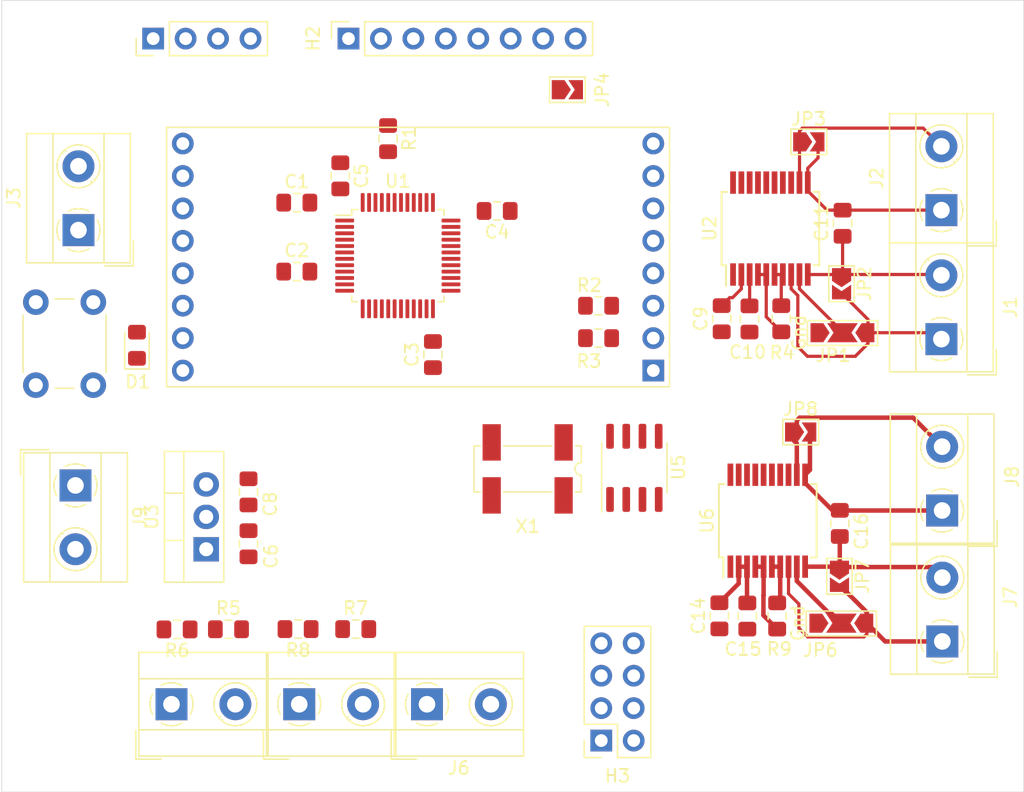
<source format=kicad_pcb>
(kicad_pcb (version 20171130) (host pcbnew 5.1.2)

  (general
    (thickness 1.6)
    (drawings 4)
    (tracks 102)
    (zones 0)
    (modules 54)
    (nets 70)
  )

  (page A4)
  (layers
    (0 F.Cu signal)
    (31 B.Cu signal)
    (32 B.Adhes user)
    (33 F.Adhes user)
    (34 B.Paste user)
    (35 F.Paste user)
    (36 B.SilkS user)
    (37 F.SilkS user)
    (38 B.Mask user)
    (39 F.Mask user)
    (40 Dwgs.User user)
    (41 Cmts.User user)
    (42 Eco1.User user)
    (43 Eco2.User user)
    (44 Edge.Cuts user)
    (45 Margin user)
    (46 B.CrtYd user)
    (47 F.CrtYd user)
    (48 B.Fab user)
    (49 F.Fab user)
  )

  (setup
    (last_trace_width 0.25)
    (trace_clearance 0.2)
    (zone_clearance 0.508)
    (zone_45_only no)
    (trace_min 0.2)
    (via_size 0.8)
    (via_drill 0.4)
    (via_min_size 0.4)
    (via_min_drill 0.3)
    (uvia_size 0.3)
    (uvia_drill 0.1)
    (uvias_allowed no)
    (uvia_min_size 0.2)
    (uvia_min_drill 0.1)
    (edge_width 0.05)
    (segment_width 0.2)
    (pcb_text_width 0.3)
    (pcb_text_size 1.5 1.5)
    (mod_edge_width 0.12)
    (mod_text_size 1 1)
    (mod_text_width 0.15)
    (pad_size 1.524 1.524)
    (pad_drill 0.762)
    (pad_to_mask_clearance 0.051)
    (solder_mask_min_width 0.25)
    (aux_axis_origin 0 0)
    (visible_elements FFFFFF7F)
    (pcbplotparams
      (layerselection 0x010fc_ffffffff)
      (usegerberextensions false)
      (usegerberattributes false)
      (usegerberadvancedattributes false)
      (creategerberjobfile false)
      (excludeedgelayer true)
      (linewidth 0.100000)
      (plotframeref false)
      (viasonmask false)
      (mode 1)
      (useauxorigin false)
      (hpglpennumber 1)
      (hpglpenspeed 20)
      (hpglpendiameter 15.000000)
      (psnegative false)
      (psa4output false)
      (plotreference true)
      (plotvalue true)
      (plotinvisibletext false)
      (padsonsilk false)
      (subtractmaskfromsilk false)
      (outputformat 1)
      (mirror false)
      (drillshape 1)
      (scaleselection 1)
      (outputdirectory ""))
  )

  (net 0 "")
  (net 1 /DRDY)
  (net 2 /SDA)
  (net 3 /SCL)
  (net 4 GND)
  (net 5 "Net-(A1-Pad10)")
  (net 6 /Key)
  (net 7 "Net-(A1-Pad13)")
  (net 8 "Net-(A1-Pad14)")
  (net 9 +3V3)
  (net 10 +24V)
  (net 11 +5V)
  (net 12 "Net-(C11-Pad1)")
  (net 13 "Net-(C11-Pad2)")
  (net 14 "Net-(C16-Pad2)")
  (net 15 "Net-(C16-Pad1)")
  (net 16 /NRST)
  (net 17 /SWDIO)
  (net 18 /SWDCLK)
  (net 19 /LCD_RST)
  (net 20 /LCD_CE)
  (net 21 /LCD_DC)
  (net 22 /LCD_DATA)
  (net 23 /LCD_CLK)
  (net 24 "Net-(H2-Pad7)")
  (net 25 /OUT_0)
  (net 26 /OUT_2)
  (net 27 /OUT_1)
  (net 28 /OUT_3)
  (net 29 "Net-(J1-Pad1)")
  (net 30 "Net-(J2-Pad2)")
  (net 31 /BIN_0)
  (net 32 /BIN_1)
  (net 33 /BIN_3)
  (net 34 /BIN_2)
  (net 35 "Net-(J7-Pad1)")
  (net 36 "Net-(J8-Pad2)")
  (net 37 "Net-(JP1-Pad2)")
  (net 38 "Net-(JP6-Pad2)")
  (net 39 "Net-(R1-Pad2)")
  (net 40 "Net-(R4-Pad2)")
  (net 41 "Net-(R4-Pad1)")
  (net 42 "Net-(R9-Pad1)")
  (net 43 "Net-(R9-Pad2)")
  (net 44 "Net-(U1-Pad2)")
  (net 45 "Net-(U1-Pad3)")
  (net 46 "Net-(U1-Pad4)")
  (net 47 "Net-(U1-Pad5)")
  (net 48 "Net-(U1-Pad6)")
  (net 49 /SS_1)
  (net 50 /CLK_1)
  (net 51 /MISO_1)
  (net 52 /MOSI_1)
  (net 53 /SS_2)
  (net 54 "Net-(U1-Pad33)")
  (net 55 "Net-(U1-Pad38)")
  (net 56 "Net-(U1-Pad40)")
  (net 57 "Net-(U2-Pad1)")
  (net 58 "Net-(U5-Pad1)")
  (net 59 "Net-(U5-Pad2)")
  (net 60 "Net-(U5-Pad3)")
  (net 61 "Net-(U5-Pad7)")
  (net 62 "Net-(U6-Pad1)")
  (net 63 "Net-(A1-Pad16)")
  (net 64 "Net-(U1-Pad18)")
  (net 65 "Net-(U1-Pad19)")
  (net 66 "Net-(U1-Pad20)")
  (net 67 "Net-(U1-Pad25)")
  (net 68 "Net-(U1-Pad32)")
  (net 69 "Net-(U1-Pad39)")

  (net_class Default "This is the default net class."
    (clearance 0.2)
    (trace_width 0.25)
    (via_dia 0.8)
    (via_drill 0.4)
    (uvia_dia 0.3)
    (uvia_drill 0.1)
    (add_net +24V)
    (add_net +3V3)
    (add_net +5V)
    (add_net /BIN_0)
    (add_net /BIN_1)
    (add_net /BIN_2)
    (add_net /BIN_3)
    (add_net /CLK_1)
    (add_net /DRDY)
    (add_net /Key)
    (add_net /LCD_CE)
    (add_net /LCD_CLK)
    (add_net /LCD_DATA)
    (add_net /LCD_DC)
    (add_net /LCD_RST)
    (add_net /MISO_1)
    (add_net /MOSI_1)
    (add_net /NRST)
    (add_net /OUT_0)
    (add_net /OUT_1)
    (add_net /OUT_2)
    (add_net /OUT_3)
    (add_net /SCL)
    (add_net /SDA)
    (add_net /SS_1)
    (add_net /SS_2)
    (add_net /SWDCLK)
    (add_net /SWDIO)
    (add_net GND)
    (add_net "Net-(A1-Pad10)")
    (add_net "Net-(A1-Pad13)")
    (add_net "Net-(A1-Pad14)")
    (add_net "Net-(A1-Pad16)")
    (add_net "Net-(C11-Pad1)")
    (add_net "Net-(C11-Pad2)")
    (add_net "Net-(C16-Pad1)")
    (add_net "Net-(C16-Pad2)")
    (add_net "Net-(H2-Pad7)")
    (add_net "Net-(J1-Pad1)")
    (add_net "Net-(J2-Pad2)")
    (add_net "Net-(J7-Pad1)")
    (add_net "Net-(J8-Pad2)")
    (add_net "Net-(JP1-Pad2)")
    (add_net "Net-(JP6-Pad2)")
    (add_net "Net-(R1-Pad2)")
    (add_net "Net-(R4-Pad1)")
    (add_net "Net-(R4-Pad2)")
    (add_net "Net-(R9-Pad1)")
    (add_net "Net-(R9-Pad2)")
    (add_net "Net-(U1-Pad18)")
    (add_net "Net-(U1-Pad19)")
    (add_net "Net-(U1-Pad2)")
    (add_net "Net-(U1-Pad20)")
    (add_net "Net-(U1-Pad25)")
    (add_net "Net-(U1-Pad3)")
    (add_net "Net-(U1-Pad32)")
    (add_net "Net-(U1-Pad33)")
    (add_net "Net-(U1-Pad38)")
    (add_net "Net-(U1-Pad39)")
    (add_net "Net-(U1-Pad4)")
    (add_net "Net-(U1-Pad40)")
    (add_net "Net-(U1-Pad5)")
    (add_net "Net-(U1-Pad6)")
    (add_net "Net-(U2-Pad1)")
    (add_net "Net-(U5-Pad1)")
    (add_net "Net-(U5-Pad2)")
    (add_net "Net-(U5-Pad3)")
    (add_net "Net-(U5-Pad7)")
    (add_net "Net-(U6-Pad1)")
  )

  (module MountingHole:MountingHole_3.2mm_M3 (layer F.Cu) (tedit 56D1B4CB) (tstamp 5D19EAB6)
    (at 54 88)
    (descr "Mounting Hole 3.2mm, no annular, M3")
    (tags "mounting hole 3.2mm no annular m3")
    (attr virtual)
    (fp_text reference REF** (at 0 -4.2) (layer F.SilkS) hide
      (effects (font (size 1 1) (thickness 0.15)))
    )
    (fp_text value MountingHole_3.2mm_M3 (at 0 4.2) (layer F.Fab) hide
      (effects (font (size 1 1) (thickness 0.15)))
    )
    (fp_circle (center 0 0) (end 3.45 0) (layer F.CrtYd) (width 0.05))
    (fp_circle (center 0 0) (end 3.2 0) (layer Cmts.User) (width 0.15))
    (fp_text user %R (at 0.3 0) (layer F.Fab)
      (effects (font (size 1 1) (thickness 0.15)))
    )
    (pad 1 np_thru_hole circle (at 0 0) (size 3.2 3.2) (drill 3.2) (layers *.Cu *.Mask))
  )

  (module MountingHole:MountingHole_3.2mm_M3 (layer F.Cu) (tedit 56D1B4CB) (tstamp 5D1A4BDE)
    (at 126 88)
    (descr "Mounting Hole 3.2mm, no annular, M3")
    (tags "mounting hole 3.2mm no annular m3")
    (attr virtual)
    (fp_text reference REF** (at 0 -4.2) (layer F.SilkS) hide
      (effects (font (size 1 1) (thickness 0.15)))
    )
    (fp_text value MountingHole_3.2mm_M3 (at 0 4.2) (layer F.Fab) hide
      (effects (font (size 1 1) (thickness 0.15)))
    )
    (fp_circle (center 0 0) (end 3.45 0) (layer F.CrtYd) (width 0.05))
    (fp_circle (center 0 0) (end 3.2 0) (layer Cmts.User) (width 0.15))
    (fp_text user %R (at 0.3 0) (layer F.Fab)
      (effects (font (size 1 1) (thickness 0.15)))
    )
    (pad 1 np_thru_hole circle (at 0 0) (size 3.2 3.2) (drill 3.2) (layers *.Cu *.Mask))
  )

  (module MountingHole:MountingHole_3.2mm_M3 (layer F.Cu) (tedit 56D1B4CB) (tstamp 5D19E9F0)
    (at 126 34)
    (descr "Mounting Hole 3.2mm, no annular, M3")
    (tags "mounting hole 3.2mm no annular m3")
    (attr virtual)
    (fp_text reference REF** (at 0 -4.2) (layer F.SilkS) hide
      (effects (font (size 1 1) (thickness 0.15)))
    )
    (fp_text value MountingHole_3.2mm_M3 (at 0 4.2) (layer F.Fab) hide
      (effects (font (size 1 1) (thickness 0.15)))
    )
    (fp_circle (center 0 0) (end 3.45 0) (layer F.CrtYd) (width 0.05))
    (fp_circle (center 0 0) (end 3.2 0) (layer Cmts.User) (width 0.15))
    (fp_text user %R (at 0.3 0) (layer F.Fab)
      (effects (font (size 1 1) (thickness 0.15)))
    )
    (pad 1 np_thru_hole circle (at 0 0) (size 3.2 3.2) (drill 3.2) (layers *.Cu *.Mask))
  )

  (module MountingHole:MountingHole_3.2mm_M3 (layer F.Cu) (tedit 56D1B4CB) (tstamp 5D19E9A2)
    (at 54 34)
    (descr "Mounting Hole 3.2mm, no annular, M3")
    (tags "mounting hole 3.2mm no annular m3")
    (attr virtual)
    (fp_text reference REF** (at 0 -4.2) (layer F.SilkS) hide
      (effects (font (size 1 1) (thickness 0.15)))
    )
    (fp_text value MountingHole_3.2mm_M3 (at 0 4.2) (layer F.Fab) hide
      (effects (font (size 1 1) (thickness 0.15)))
    )
    (fp_circle (center 0 0) (end 3.45 0) (layer F.CrtYd) (width 0.05))
    (fp_circle (center 0 0) (end 3.2 0) (layer Cmts.User) (width 0.15))
    (fp_text user %R (at 0.3 0) (layer F.Fab)
      (effects (font (size 1 1) (thickness 0.15)))
    )
    (pad 1 np_thru_hole circle (at 0 0) (size 3.2 3.2) (drill 3.2) (layers *.Cu *.Mask))
  )

  (module footprint_lib:KIMaip (layer F.Cu) (tedit 5CE41413) (tstamp 5D1A4E12)
    (at 101 59 180)
    (path /5CF29796)
    (fp_text reference A1 (at 7.62 -2.54) (layer F.SilkS) hide
      (effects (font (size 1 1) (thickness 0.15)))
    )
    (fp_text value KIMaip (at 1.27 -2.54) (layer F.Fab)
      (effects (font (size 1 1) (thickness 0.15)))
    )
    (fp_line (start -1.27 -1.27) (end 38.1 -1.27) (layer F.SilkS) (width 0.12))
    (fp_line (start 38.1 -1.27) (end 38.1 19.05) (layer F.SilkS) (width 0.12))
    (fp_line (start 38.1 19.05) (end -1.27 19.05) (layer F.SilkS) (width 0.12))
    (fp_line (start -1.27 19.05) (end -1.27 -1.27) (layer F.SilkS) (width 0.12))
    (pad 1 thru_hole rect (at 0 0 180) (size 1.7 1.7) (drill 1) (layers *.Cu *.Mask)
      (net 1 /DRDY))
    (pad 2 thru_hole circle (at 0 2.54 180) (size 1.7 1.7) (drill 1) (layers *.Cu *.Mask)
      (net 2 /SDA))
    (pad 3 thru_hole circle (at 0 5.08 180) (size 1.7 1.7) (drill 1) (layers *.Cu *.Mask)
      (net 3 /SCL))
    (pad 4 thru_hole circle (at 0 7.62 180) (size 1.7 1.7) (drill 1) (layers *.Cu *.Mask))
    (pad 5 thru_hole circle (at 0 10.16 180) (size 1.7 1.7) (drill 1) (layers *.Cu *.Mask))
    (pad 6 thru_hole circle (at 0 12.7 180) (size 1.7 1.7) (drill 1) (layers *.Cu *.Mask))
    (pad 7 thru_hole circle (at 0 15.24 180) (size 1.7 1.7) (drill 1) (layers *.Cu *.Mask))
    (pad 8 thru_hole circle (at 0 17.78 180) (size 1.7 1.7) (drill 1) (layers *.Cu *.Mask))
    (pad 9 thru_hole circle (at 36.83 17.78 180) (size 1.7 1.7) (drill 1) (layers *.Cu *.Mask)
      (net 4 GND))
    (pad 10 thru_hole circle (at 36.83 15.24 180) (size 1.7 1.7) (drill 1) (layers *.Cu *.Mask)
      (net 5 "Net-(A1-Pad10)"))
    (pad 11 thru_hole circle (at 36.83 12.7 180) (size 1.7 1.7) (drill 1) (layers *.Cu *.Mask))
    (pad 12 thru_hole circle (at 36.83 10.16 180) (size 1.7 1.7) (drill 1) (layers *.Cu *.Mask)
      (net 6 /Key))
    (pad 13 thru_hole circle (at 36.83 7.62 180) (size 1.7 1.7) (drill 1) (layers *.Cu *.Mask)
      (net 7 "Net-(A1-Pad13)"))
    (pad 14 thru_hole circle (at 36.83 5.08 180) (size 1.7 1.7) (drill 1) (layers *.Cu *.Mask)
      (net 8 "Net-(A1-Pad14)"))
    (pad 15 thru_hole circle (at 36.83 2.54 180) (size 1.7 1.7) (drill 1) (layers *.Cu *.Mask)
      (net 9 +3V3))
    (pad 16 thru_hole circle (at 36.83 0 180) (size 1.7 1.7) (drill 1) (layers *.Cu *.Mask)
      (net 63 "Net-(A1-Pad16)"))
  )

  (module Capacitor_SMD:C_0805_2012Metric_Pad1.15x1.40mm_HandSolder (layer F.Cu) (tedit 5B36C52B) (tstamp 5D19DA94)
    (at 73.0922 45.847)
    (descr "Capacitor SMD 0805 (2012 Metric), square (rectangular) end terminal, IPC_7351 nominal with elongated pad for handsoldering. (Body size source: https://docs.google.com/spreadsheets/d/1BsfQQcO9C6DZCsRaXUlFlo91Tg2WpOkGARC1WS5S8t0/edit?usp=sharing), generated with kicad-footprint-generator")
    (tags "capacitor handsolder")
    (path /5CED27EB)
    (attr smd)
    (fp_text reference C1 (at 0 -1.65) (layer F.SilkS)
      (effects (font (size 1 1) (thickness 0.15)))
    )
    (fp_text value 0.1uf (at 0 1.65) (layer F.Fab) hide
      (effects (font (size 1 1) (thickness 0.15)))
    )
    (fp_text user %R (at 0 0) (layer F.Fab)
      (effects (font (size 0.5 0.5) (thickness 0.08)))
    )
    (fp_line (start 1.85 0.95) (end -1.85 0.95) (layer F.CrtYd) (width 0.05))
    (fp_line (start 1.85 -0.95) (end 1.85 0.95) (layer F.CrtYd) (width 0.05))
    (fp_line (start -1.85 -0.95) (end 1.85 -0.95) (layer F.CrtYd) (width 0.05))
    (fp_line (start -1.85 0.95) (end -1.85 -0.95) (layer F.CrtYd) (width 0.05))
    (fp_line (start -0.261252 0.71) (end 0.261252 0.71) (layer F.SilkS) (width 0.12))
    (fp_line (start -0.261252 -0.71) (end 0.261252 -0.71) (layer F.SilkS) (width 0.12))
    (fp_line (start 1 0.6) (end -1 0.6) (layer F.Fab) (width 0.1))
    (fp_line (start 1 -0.6) (end 1 0.6) (layer F.Fab) (width 0.1))
    (fp_line (start -1 -0.6) (end 1 -0.6) (layer F.Fab) (width 0.1))
    (fp_line (start -1 0.6) (end -1 -0.6) (layer F.Fab) (width 0.1))
    (pad 2 smd roundrect (at 1.025 0) (size 1.15 1.4) (layers F.Cu F.Paste F.Mask) (roundrect_rratio 0.217391)
      (net 9 +3V3))
    (pad 1 smd roundrect (at -1.025 0) (size 1.15 1.4) (layers F.Cu F.Paste F.Mask) (roundrect_rratio 0.217391)
      (net 4 GND))
    (model ${KISYS3DMOD}/Capacitor_SMD.3dshapes/C_0805_2012Metric.wrl
      (at (xyz 0 0 0))
      (scale (xyz 1 1 1))
      (rotate (xyz 0 0 0))
    )
  )

  (module Capacitor_SMD:C_0805_2012Metric_Pad1.15x1.40mm_HandSolder (layer F.Cu) (tedit 5B36C52B) (tstamp 5D19DAA5)
    (at 73.0922 51.25)
    (descr "Capacitor SMD 0805 (2012 Metric), square (rectangular) end terminal, IPC_7351 nominal with elongated pad for handsoldering. (Body size source: https://docs.google.com/spreadsheets/d/1BsfQQcO9C6DZCsRaXUlFlo91Tg2WpOkGARC1WS5S8t0/edit?usp=sharing), generated with kicad-footprint-generator")
    (tags "capacitor handsolder")
    (path /5CED2438)
    (attr smd)
    (fp_text reference C2 (at 0 -1.65) (layer F.SilkS)
      (effects (font (size 1 1) (thickness 0.15)))
    )
    (fp_text value 0.1uf (at 0 1.65) (layer F.Fab)
      (effects (font (size 1 1) (thickness 0.15)))
    )
    (fp_line (start -1 0.6) (end -1 -0.6) (layer F.Fab) (width 0.1))
    (fp_line (start -1 -0.6) (end 1 -0.6) (layer F.Fab) (width 0.1))
    (fp_line (start 1 -0.6) (end 1 0.6) (layer F.Fab) (width 0.1))
    (fp_line (start 1 0.6) (end -1 0.6) (layer F.Fab) (width 0.1))
    (fp_line (start -0.261252 -0.71) (end 0.261252 -0.71) (layer F.SilkS) (width 0.12))
    (fp_line (start -0.261252 0.71) (end 0.261252 0.71) (layer F.SilkS) (width 0.12))
    (fp_line (start -1.85 0.95) (end -1.85 -0.95) (layer F.CrtYd) (width 0.05))
    (fp_line (start -1.85 -0.95) (end 1.85 -0.95) (layer F.CrtYd) (width 0.05))
    (fp_line (start 1.85 -0.95) (end 1.85 0.95) (layer F.CrtYd) (width 0.05))
    (fp_line (start 1.85 0.95) (end -1.85 0.95) (layer F.CrtYd) (width 0.05))
    (fp_text user %R (at 0 0) (layer F.Fab)
      (effects (font (size 0.5 0.5) (thickness 0.08)))
    )
    (pad 1 smd roundrect (at -1.025 0) (size 1.15 1.4) (layers F.Cu F.Paste F.Mask) (roundrect_rratio 0.217391)
      (net 4 GND))
    (pad 2 smd roundrect (at 1.025 0) (size 1.15 1.4) (layers F.Cu F.Paste F.Mask) (roundrect_rratio 0.217391)
      (net 9 +3V3))
    (model ${KISYS3DMOD}/Capacitor_SMD.3dshapes/C_0805_2012Metric.wrl
      (at (xyz 0 0 0))
      (scale (xyz 1 1 1))
      (rotate (xyz 0 0 0))
    )
  )

  (module Capacitor_SMD:C_0805_2012Metric_Pad1.15x1.40mm_HandSolder (layer F.Cu) (tedit 5B36C52B) (tstamp 5D19DAB6)
    (at 83.75 57.75 90)
    (descr "Capacitor SMD 0805 (2012 Metric), square (rectangular) end terminal, IPC_7351 nominal with elongated pad for handsoldering. (Body size source: https://docs.google.com/spreadsheets/d/1BsfQQcO9C6DZCsRaXUlFlo91Tg2WpOkGARC1WS5S8t0/edit?usp=sharing), generated with kicad-footprint-generator")
    (tags "capacitor handsolder")
    (path /5CEA40B5)
    (attr smd)
    (fp_text reference C3 (at 0 -1.65 90) (layer F.SilkS)
      (effects (font (size 1 1) (thickness 0.15)))
    )
    (fp_text value 0.1uf (at 0 1.65 90) (layer F.Fab) hide
      (effects (font (size 1 1) (thickness 0.15)))
    )
    (fp_text user %R (at 0 0 90) (layer F.Fab)
      (effects (font (size 0.5 0.5) (thickness 0.08)))
    )
    (fp_line (start 1.85 0.95) (end -1.85 0.95) (layer F.CrtYd) (width 0.05))
    (fp_line (start 1.85 -0.95) (end 1.85 0.95) (layer F.CrtYd) (width 0.05))
    (fp_line (start -1.85 -0.95) (end 1.85 -0.95) (layer F.CrtYd) (width 0.05))
    (fp_line (start -1.85 0.95) (end -1.85 -0.95) (layer F.CrtYd) (width 0.05))
    (fp_line (start -0.261252 0.71) (end 0.261252 0.71) (layer F.SilkS) (width 0.12))
    (fp_line (start -0.261252 -0.71) (end 0.261252 -0.71) (layer F.SilkS) (width 0.12))
    (fp_line (start 1 0.6) (end -1 0.6) (layer F.Fab) (width 0.1))
    (fp_line (start 1 -0.6) (end 1 0.6) (layer F.Fab) (width 0.1))
    (fp_line (start -1 -0.6) (end 1 -0.6) (layer F.Fab) (width 0.1))
    (fp_line (start -1 0.6) (end -1 -0.6) (layer F.Fab) (width 0.1))
    (pad 2 smd roundrect (at 1.025 0 90) (size 1.15 1.4) (layers F.Cu F.Paste F.Mask) (roundrect_rratio 0.217391)
      (net 9 +3V3))
    (pad 1 smd roundrect (at -1.025 0 90) (size 1.15 1.4) (layers F.Cu F.Paste F.Mask) (roundrect_rratio 0.217391)
      (net 4 GND))
    (model ${KISYS3DMOD}/Capacitor_SMD.3dshapes/C_0805_2012Metric.wrl
      (at (xyz 0 0 0))
      (scale (xyz 1 1 1))
      (rotate (xyz 0 0 0))
    )
  )

  (module Capacitor_SMD:C_0805_2012Metric_Pad1.15x1.40mm_HandSolder (layer F.Cu) (tedit 5B36C52B) (tstamp 5D19DAC7)
    (at 88.775 46.5 180)
    (descr "Capacitor SMD 0805 (2012 Metric), square (rectangular) end terminal, IPC_7351 nominal with elongated pad for handsoldering. (Body size source: https://docs.google.com/spreadsheets/d/1BsfQQcO9C6DZCsRaXUlFlo91Tg2WpOkGARC1WS5S8t0/edit?usp=sharing), generated with kicad-footprint-generator")
    (tags "capacitor handsolder")
    (path /5CED1DFC)
    (attr smd)
    (fp_text reference C4 (at 0 -1.65) (layer F.SilkS)
      (effects (font (size 1 1) (thickness 0.15)))
    )
    (fp_text value 0.1uf (at 0 1.65) (layer F.Fab) hide
      (effects (font (size 1 1) (thickness 0.15)))
    )
    (fp_line (start -1 0.6) (end -1 -0.6) (layer F.Fab) (width 0.1))
    (fp_line (start -1 -0.6) (end 1 -0.6) (layer F.Fab) (width 0.1))
    (fp_line (start 1 -0.6) (end 1 0.6) (layer F.Fab) (width 0.1))
    (fp_line (start 1 0.6) (end -1 0.6) (layer F.Fab) (width 0.1))
    (fp_line (start -0.261252 -0.71) (end 0.261252 -0.71) (layer F.SilkS) (width 0.12))
    (fp_line (start -0.261252 0.71) (end 0.261252 0.71) (layer F.SilkS) (width 0.12))
    (fp_line (start -1.85 0.95) (end -1.85 -0.95) (layer F.CrtYd) (width 0.05))
    (fp_line (start -1.85 -0.95) (end 1.85 -0.95) (layer F.CrtYd) (width 0.05))
    (fp_line (start 1.85 -0.95) (end 1.85 0.95) (layer F.CrtYd) (width 0.05))
    (fp_line (start 1.85 0.95) (end -1.85 0.95) (layer F.CrtYd) (width 0.05))
    (fp_text user %R (at 0 0) (layer F.Fab)
      (effects (font (size 0.5 0.5) (thickness 0.08)))
    )
    (pad 1 smd roundrect (at -1.025 0 180) (size 1.15 1.4) (layers F.Cu F.Paste F.Mask) (roundrect_rratio 0.217391)
      (net 4 GND))
    (pad 2 smd roundrect (at 1.025 0 180) (size 1.15 1.4) (layers F.Cu F.Paste F.Mask) (roundrect_rratio 0.217391)
      (net 9 +3V3))
    (model ${KISYS3DMOD}/Capacitor_SMD.3dshapes/C_0805_2012Metric.wrl
      (at (xyz 0 0 0))
      (scale (xyz 1 1 1))
      (rotate (xyz 0 0 0))
    )
  )

  (module Capacitor_SMD:C_0805_2012Metric_Pad1.15x1.40mm_HandSolder (layer F.Cu) (tedit 5B36C52B) (tstamp 5D1A51A6)
    (at 76.5 43.75 270)
    (descr "Capacitor SMD 0805 (2012 Metric), square (rectangular) end terminal, IPC_7351 nominal with elongated pad for handsoldering. (Body size source: https://docs.google.com/spreadsheets/d/1BsfQQcO9C6DZCsRaXUlFlo91Tg2WpOkGARC1WS5S8t0/edit?usp=sharing), generated with kicad-footprint-generator")
    (tags "capacitor handsolder")
    (path /5CED2184)
    (attr smd)
    (fp_text reference C5 (at 0 -1.65 90) (layer F.SilkS)
      (effects (font (size 1 1) (thickness 0.15)))
    )
    (fp_text value 0.1uf (at 0 1.65 90) (layer F.Fab) hide
      (effects (font (size 1 1) (thickness 0.15)))
    )
    (fp_text user %R (at 0 0 90) (layer F.Fab)
      (effects (font (size 0.5 0.5) (thickness 0.08)))
    )
    (fp_line (start 1.85 0.95) (end -1.85 0.95) (layer F.CrtYd) (width 0.05))
    (fp_line (start 1.85 -0.95) (end 1.85 0.95) (layer F.CrtYd) (width 0.05))
    (fp_line (start -1.85 -0.95) (end 1.85 -0.95) (layer F.CrtYd) (width 0.05))
    (fp_line (start -1.85 0.95) (end -1.85 -0.95) (layer F.CrtYd) (width 0.05))
    (fp_line (start -0.261252 0.71) (end 0.261252 0.71) (layer F.SilkS) (width 0.12))
    (fp_line (start -0.261252 -0.71) (end 0.261252 -0.71) (layer F.SilkS) (width 0.12))
    (fp_line (start 1 0.6) (end -1 0.6) (layer F.Fab) (width 0.1))
    (fp_line (start 1 -0.6) (end 1 0.6) (layer F.Fab) (width 0.1))
    (fp_line (start -1 -0.6) (end 1 -0.6) (layer F.Fab) (width 0.1))
    (fp_line (start -1 0.6) (end -1 -0.6) (layer F.Fab) (width 0.1))
    (pad 2 smd roundrect (at 1.025 0 270) (size 1.15 1.4) (layers F.Cu F.Paste F.Mask) (roundrect_rratio 0.217391)
      (net 9 +3V3))
    (pad 1 smd roundrect (at -1.025 0 270) (size 1.15 1.4) (layers F.Cu F.Paste F.Mask) (roundrect_rratio 0.217391)
      (net 4 GND))
    (model ${KISYS3DMOD}/Capacitor_SMD.3dshapes/C_0805_2012Metric.wrl
      (at (xyz 0 0 0))
      (scale (xyz 1 1 1))
      (rotate (xyz 0 0 0))
    )
  )

  (module Capacitor_SMD:C_0805_2012Metric_Pad1.15x1.40mm_HandSolder (layer F.Cu) (tedit 5B36C52B) (tstamp 5D19DAE9)
    (at 69.312 72.5702 270)
    (descr "Capacitor SMD 0805 (2012 Metric), square (rectangular) end terminal, IPC_7351 nominal with elongated pad for handsoldering. (Body size source: https://docs.google.com/spreadsheets/d/1BsfQQcO9C6DZCsRaXUlFlo91Tg2WpOkGARC1WS5S8t0/edit?usp=sharing), generated with kicad-footprint-generator")
    (tags "capacitor handsolder")
    (path /5D0D331A)
    (attr smd)
    (fp_text reference C6 (at 0.9816 -1.7526 90) (layer F.SilkS)
      (effects (font (size 1 1) (thickness 0.15)))
    )
    (fp_text value 0.33uf (at 0 1.65 90) (layer F.Fab) hide
      (effects (font (size 1 1) (thickness 0.15)))
    )
    (fp_text user %R (at 0 0 90) (layer F.Fab)
      (effects (font (size 0.5 0.5) (thickness 0.08)))
    )
    (fp_line (start 1.85 0.95) (end -1.85 0.95) (layer F.CrtYd) (width 0.05))
    (fp_line (start 1.85 -0.95) (end 1.85 0.95) (layer F.CrtYd) (width 0.05))
    (fp_line (start -1.85 -0.95) (end 1.85 -0.95) (layer F.CrtYd) (width 0.05))
    (fp_line (start -1.85 0.95) (end -1.85 -0.95) (layer F.CrtYd) (width 0.05))
    (fp_line (start -0.261252 0.71) (end 0.261252 0.71) (layer F.SilkS) (width 0.12))
    (fp_line (start -0.261252 -0.71) (end 0.261252 -0.71) (layer F.SilkS) (width 0.12))
    (fp_line (start 1 0.6) (end -1 0.6) (layer F.Fab) (width 0.1))
    (fp_line (start 1 -0.6) (end 1 0.6) (layer F.Fab) (width 0.1))
    (fp_line (start -1 -0.6) (end 1 -0.6) (layer F.Fab) (width 0.1))
    (fp_line (start -1 0.6) (end -1 -0.6) (layer F.Fab) (width 0.1))
    (pad 2 smd roundrect (at 1.025 0 270) (size 1.15 1.4) (layers F.Cu F.Paste F.Mask) (roundrect_rratio 0.217391)
      (net 10 +24V))
    (pad 1 smd roundrect (at -1.025 0 270) (size 1.15 1.4) (layers F.Cu F.Paste F.Mask) (roundrect_rratio 0.217391)
      (net 4 GND))
    (model ${KISYS3DMOD}/Capacitor_SMD.3dshapes/C_0805_2012Metric.wrl
      (at (xyz 0 0 0))
      (scale (xyz 1 1 1))
      (rotate (xyz 0 0 0))
    )
  )

  (module Capacitor_SMD:C_0805_2012Metric_Pad1.15x1.40mm_HandSolder (layer F.Cu) (tedit 5B36C52B) (tstamp 5D19DB0B)
    (at 69.312 68.5062 90)
    (descr "Capacitor SMD 0805 (2012 Metric), square (rectangular) end terminal, IPC_7351 nominal with elongated pad for handsoldering. (Body size source: https://docs.google.com/spreadsheets/d/1BsfQQcO9C6DZCsRaXUlFlo91Tg2WpOkGARC1WS5S8t0/edit?usp=sharing), generated with kicad-footprint-generator")
    (tags "capacitor handsolder")
    (path /5D0FA7A6)
    (attr smd)
    (fp_text reference C8 (at -0.9562 1.7018 90) (layer F.SilkS)
      (effects (font (size 1 1) (thickness 0.15)))
    )
    (fp_text value 0.1uf (at 0 1.65 90) (layer F.Fab) hide
      (effects (font (size 1 1) (thickness 0.15)))
    )
    (fp_text user %R (at 0 0 90) (layer F.Fab)
      (effects (font (size 0.5 0.5) (thickness 0.08)))
    )
    (fp_line (start 1.85 0.95) (end -1.85 0.95) (layer F.CrtYd) (width 0.05))
    (fp_line (start 1.85 -0.95) (end 1.85 0.95) (layer F.CrtYd) (width 0.05))
    (fp_line (start -1.85 -0.95) (end 1.85 -0.95) (layer F.CrtYd) (width 0.05))
    (fp_line (start -1.85 0.95) (end -1.85 -0.95) (layer F.CrtYd) (width 0.05))
    (fp_line (start -0.261252 0.71) (end 0.261252 0.71) (layer F.SilkS) (width 0.12))
    (fp_line (start -0.261252 -0.71) (end 0.261252 -0.71) (layer F.SilkS) (width 0.12))
    (fp_line (start 1 0.6) (end -1 0.6) (layer F.Fab) (width 0.1))
    (fp_line (start 1 -0.6) (end 1 0.6) (layer F.Fab) (width 0.1))
    (fp_line (start -1 -0.6) (end 1 -0.6) (layer F.Fab) (width 0.1))
    (fp_line (start -1 0.6) (end -1 -0.6) (layer F.Fab) (width 0.1))
    (pad 2 smd roundrect (at 1.025 0 90) (size 1.15 1.4) (layers F.Cu F.Paste F.Mask) (roundrect_rratio 0.217391)
      (net 11 +5V))
    (pad 1 smd roundrect (at -1.025 0 90) (size 1.15 1.4) (layers F.Cu F.Paste F.Mask) (roundrect_rratio 0.217391)
      (net 4 GND))
    (model ${KISYS3DMOD}/Capacitor_SMD.3dshapes/C_0805_2012Metric.wrl
      (at (xyz 0 0 0))
      (scale (xyz 1 1 1))
      (rotate (xyz 0 0 0))
    )
  )

  (module Capacitor_SMD:C_0805_2012Metric_Pad1.15x1.40mm_HandSolder locked (layer F.Cu) (tedit 5B36C52B) (tstamp 5D19DB1C)
    (at 106.35488 54.9402 90)
    (descr "Capacitor SMD 0805 (2012 Metric), square (rectangular) end terminal, IPC_7351 nominal with elongated pad for handsoldering. (Body size source: https://docs.google.com/spreadsheets/d/1BsfQQcO9C6DZCsRaXUlFlo91Tg2WpOkGARC1WS5S8t0/edit?usp=sharing), generated with kicad-footprint-generator")
    (tags "capacitor handsolder")
    (path /5CE42FDA)
    (attr smd)
    (fp_text reference C9 (at 0 -1.65 90) (layer F.SilkS)
      (effects (font (size 1 1) (thickness 0.15)))
    )
    (fp_text value 0.1uf (at 0 1.65 90) (layer F.Fab) hide
      (effects (font (size 1 1) (thickness 0.15)))
    )
    (fp_text user %R (at 0 0 90) (layer F.Fab)
      (effects (font (size 0.5 0.5) (thickness 0.08)))
    )
    (fp_line (start 1.85 0.95) (end -1.85 0.95) (layer F.CrtYd) (width 0.05))
    (fp_line (start 1.85 -0.95) (end 1.85 0.95) (layer F.CrtYd) (width 0.05))
    (fp_line (start -1.85 -0.95) (end 1.85 -0.95) (layer F.CrtYd) (width 0.05))
    (fp_line (start -1.85 0.95) (end -1.85 -0.95) (layer F.CrtYd) (width 0.05))
    (fp_line (start -0.261252 0.71) (end 0.261252 0.71) (layer F.SilkS) (width 0.12))
    (fp_line (start -0.261252 -0.71) (end 0.261252 -0.71) (layer F.SilkS) (width 0.12))
    (fp_line (start 1 0.6) (end -1 0.6) (layer F.Fab) (width 0.1))
    (fp_line (start 1 -0.6) (end 1 0.6) (layer F.Fab) (width 0.1))
    (fp_line (start -1 -0.6) (end 1 -0.6) (layer F.Fab) (width 0.1))
    (fp_line (start -1 0.6) (end -1 -0.6) (layer F.Fab) (width 0.1))
    (pad 2 smd roundrect (at 1.025 0 90) (size 1.15 1.4) (layers F.Cu F.Paste F.Mask) (roundrect_rratio 0.217391)
      (net 9 +3V3))
    (pad 1 smd roundrect (at -1.025 0 90) (size 1.15 1.4) (layers F.Cu F.Paste F.Mask) (roundrect_rratio 0.217391)
      (net 4 GND))
    (model ${KISYS3DMOD}/Capacitor_SMD.3dshapes/C_0805_2012Metric.wrl
      (at (xyz 0 0 0))
      (scale (xyz 1 1 1))
      (rotate (xyz 0 0 0))
    )
  )

  (module Capacitor_SMD:C_0805_2012Metric_Pad1.15x1.40mm_HandSolder locked (layer F.Cu) (tedit 5B36C52B) (tstamp 5D19DB2D)
    (at 108.52912 54.96052 90)
    (descr "Capacitor SMD 0805 (2012 Metric), square (rectangular) end terminal, IPC_7351 nominal with elongated pad for handsoldering. (Body size source: https://docs.google.com/spreadsheets/d/1BsfQQcO9C6DZCsRaXUlFlo91Tg2WpOkGARC1WS5S8t0/edit?usp=sharing), generated with kicad-footprint-generator")
    (tags "capacitor handsolder")
    (path /5CE412FA)
    (attr smd)
    (fp_text reference C10 (at -2.60096 -0.14732 180) (layer F.SilkS)
      (effects (font (size 1 1) (thickness 0.15)))
    )
    (fp_text value 0.1uf (at 0 1.65 90) (layer F.Fab) hide
      (effects (font (size 1 1) (thickness 0.15)))
    )
    (fp_line (start -1 0.6) (end -1 -0.6) (layer F.Fab) (width 0.1))
    (fp_line (start -1 -0.6) (end 1 -0.6) (layer F.Fab) (width 0.1))
    (fp_line (start 1 -0.6) (end 1 0.6) (layer F.Fab) (width 0.1))
    (fp_line (start 1 0.6) (end -1 0.6) (layer F.Fab) (width 0.1))
    (fp_line (start -0.261252 -0.71) (end 0.261252 -0.71) (layer F.SilkS) (width 0.12))
    (fp_line (start -0.261252 0.71) (end 0.261252 0.71) (layer F.SilkS) (width 0.12))
    (fp_line (start -1.85 0.95) (end -1.85 -0.95) (layer F.CrtYd) (width 0.05))
    (fp_line (start -1.85 -0.95) (end 1.85 -0.95) (layer F.CrtYd) (width 0.05))
    (fp_line (start 1.85 -0.95) (end 1.85 0.95) (layer F.CrtYd) (width 0.05))
    (fp_line (start 1.85 0.95) (end -1.85 0.95) (layer F.CrtYd) (width 0.05))
    (fp_text user %R (at 0 0 90) (layer F.Fab)
      (effects (font (size 0.5 0.5) (thickness 0.08)))
    )
    (pad 1 smd roundrect (at -1.025 0 90) (size 1.15 1.4) (layers F.Cu F.Paste F.Mask) (roundrect_rratio 0.217391)
      (net 4 GND))
    (pad 2 smd roundrect (at 1.025 0 90) (size 1.15 1.4) (layers F.Cu F.Paste F.Mask) (roundrect_rratio 0.217391)
      (net 9 +3V3))
    (model ${KISYS3DMOD}/Capacitor_SMD.3dshapes/C_0805_2012Metric.wrl
      (at (xyz 0 0 0))
      (scale (xyz 1 1 1))
      (rotate (xyz 0 0 0))
    )
  )

  (module Capacitor_SMD:C_0805_2012Metric_Pad1.15x1.40mm_HandSolder locked (layer F.Cu) (tedit 5B36C52B) (tstamp 5D19DB3E)
    (at 115.81892 47.46128 90)
    (descr "Capacitor SMD 0805 (2012 Metric), square (rectangular) end terminal, IPC_7351 nominal with elongated pad for handsoldering. (Body size source: https://docs.google.com/spreadsheets/d/1BsfQQcO9C6DZCsRaXUlFlo91Tg2WpOkGARC1WS5S8t0/edit?usp=sharing), generated with kicad-footprint-generator")
    (tags "capacitor handsolder")
    (path /5CE9111D)
    (attr smd)
    (fp_text reference C11 (at 0 -1.65 90) (layer F.SilkS)
      (effects (font (size 1 1) (thickness 0.15)))
    )
    (fp_text value 0.1uf (at 0 1.65 90) (layer F.Fab) hide
      (effects (font (size 1 1) (thickness 0.15)))
    )
    (fp_line (start -1 0.6) (end -1 -0.6) (layer F.Fab) (width 0.1))
    (fp_line (start -1 -0.6) (end 1 -0.6) (layer F.Fab) (width 0.1))
    (fp_line (start 1 -0.6) (end 1 0.6) (layer F.Fab) (width 0.1))
    (fp_line (start 1 0.6) (end -1 0.6) (layer F.Fab) (width 0.1))
    (fp_line (start -0.261252 -0.71) (end 0.261252 -0.71) (layer F.SilkS) (width 0.12))
    (fp_line (start -0.261252 0.71) (end 0.261252 0.71) (layer F.SilkS) (width 0.12))
    (fp_line (start -1.85 0.95) (end -1.85 -0.95) (layer F.CrtYd) (width 0.05))
    (fp_line (start -1.85 -0.95) (end 1.85 -0.95) (layer F.CrtYd) (width 0.05))
    (fp_line (start 1.85 -0.95) (end 1.85 0.95) (layer F.CrtYd) (width 0.05))
    (fp_line (start 1.85 0.95) (end -1.85 0.95) (layer F.CrtYd) (width 0.05))
    (fp_text user %R (at 0 0 90) (layer F.Fab)
      (effects (font (size 0.5 0.5) (thickness 0.08)))
    )
    (pad 1 smd roundrect (at -1.025 0 90) (size 1.15 1.4) (layers F.Cu F.Paste F.Mask) (roundrect_rratio 0.217391)
      (net 12 "Net-(C11-Pad1)"))
    (pad 2 smd roundrect (at 1.025 0 90) (size 1.15 1.4) (layers F.Cu F.Paste F.Mask) (roundrect_rratio 0.217391)
      (net 13 "Net-(C11-Pad2)"))
    (model ${KISYS3DMOD}/Capacitor_SMD.3dshapes/C_0805_2012Metric.wrl
      (at (xyz 0 0 0))
      (scale (xyz 1 1 1))
      (rotate (xyz 0 0 0))
    )
  )

  (module Capacitor_SMD:C_0805_2012Metric_Pad1.15x1.40mm_HandSolder locked (layer F.Cu) (tedit 5B36C52B) (tstamp 5D19DB4F)
    (at 106.176 78.2149 90)
    (descr "Capacitor SMD 0805 (2012 Metric), square (rectangular) end terminal, IPC_7351 nominal with elongated pad for handsoldering. (Body size source: https://docs.google.com/spreadsheets/d/1BsfQQcO9C6DZCsRaXUlFlo91Tg2WpOkGARC1WS5S8t0/edit?usp=sharing), generated with kicad-footprint-generator")
    (tags "capacitor handsolder")
    (path /5D203A67)
    (attr smd)
    (fp_text reference C14 (at 0 -1.65 90) (layer F.SilkS)
      (effects (font (size 1 1) (thickness 0.15)))
    )
    (fp_text value 0.1uf (at 0 1.65 90) (layer F.Fab) hide
      (effects (font (size 1 1) (thickness 0.15)))
    )
    (fp_line (start -1 0.6) (end -1 -0.6) (layer F.Fab) (width 0.1))
    (fp_line (start -1 -0.6) (end 1 -0.6) (layer F.Fab) (width 0.1))
    (fp_line (start 1 -0.6) (end 1 0.6) (layer F.Fab) (width 0.1))
    (fp_line (start 1 0.6) (end -1 0.6) (layer F.Fab) (width 0.1))
    (fp_line (start -0.261252 -0.71) (end 0.261252 -0.71) (layer F.SilkS) (width 0.12))
    (fp_line (start -0.261252 0.71) (end 0.261252 0.71) (layer F.SilkS) (width 0.12))
    (fp_line (start -1.85 0.95) (end -1.85 -0.95) (layer F.CrtYd) (width 0.05))
    (fp_line (start -1.85 -0.95) (end 1.85 -0.95) (layer F.CrtYd) (width 0.05))
    (fp_line (start 1.85 -0.95) (end 1.85 0.95) (layer F.CrtYd) (width 0.05))
    (fp_line (start 1.85 0.95) (end -1.85 0.95) (layer F.CrtYd) (width 0.05))
    (fp_text user %R (at 0 0 90) (layer F.Fab)
      (effects (font (size 0.5 0.5) (thickness 0.08)))
    )
    (pad 1 smd roundrect (at -1.025 0 90) (size 1.15 1.4) (layers F.Cu F.Paste F.Mask) (roundrect_rratio 0.217391)
      (net 4 GND))
    (pad 2 smd roundrect (at 1.025 0 90) (size 1.15 1.4) (layers F.Cu F.Paste F.Mask) (roundrect_rratio 0.217391)
      (net 9 +3V3))
    (model ${KISYS3DMOD}/Capacitor_SMD.3dshapes/C_0805_2012Metric.wrl
      (at (xyz 0 0 0))
      (scale (xyz 1 1 1))
      (rotate (xyz 0 0 0))
    )
  )

  (module Capacitor_SMD:C_0805_2012Metric_Pad1.15x1.40mm_HandSolder locked (layer F.Cu) (tedit 5B36C52B) (tstamp 5D19DB60)
    (at 108.3604 78.2313 90)
    (descr "Capacitor SMD 0805 (2012 Metric), square (rectangular) end terminal, IPC_7351 nominal with elongated pad for handsoldering. (Body size source: https://docs.google.com/spreadsheets/d/1BsfQQcO9C6DZCsRaXUlFlo91Tg2WpOkGARC1WS5S8t0/edit?usp=sharing), generated with kicad-footprint-generator")
    (tags "capacitor handsolder")
    (path /5D203A71)
    (attr smd)
    (fp_text reference C15 (at -2.5908 -0.3302 180) (layer F.SilkS)
      (effects (font (size 1 1) (thickness 0.15)))
    )
    (fp_text value 0.1uf (at 0 1.65 90) (layer F.Fab) hide
      (effects (font (size 1 1) (thickness 0.15)))
    )
    (fp_line (start -1 0.6) (end -1 -0.6) (layer F.Fab) (width 0.1))
    (fp_line (start -1 -0.6) (end 1 -0.6) (layer F.Fab) (width 0.1))
    (fp_line (start 1 -0.6) (end 1 0.6) (layer F.Fab) (width 0.1))
    (fp_line (start 1 0.6) (end -1 0.6) (layer F.Fab) (width 0.1))
    (fp_line (start -0.261252 -0.71) (end 0.261252 -0.71) (layer F.SilkS) (width 0.12))
    (fp_line (start -0.261252 0.71) (end 0.261252 0.71) (layer F.SilkS) (width 0.12))
    (fp_line (start -1.85 0.95) (end -1.85 -0.95) (layer F.CrtYd) (width 0.05))
    (fp_line (start -1.85 -0.95) (end 1.85 -0.95) (layer F.CrtYd) (width 0.05))
    (fp_line (start 1.85 -0.95) (end 1.85 0.95) (layer F.CrtYd) (width 0.05))
    (fp_line (start 1.85 0.95) (end -1.85 0.95) (layer F.CrtYd) (width 0.05))
    (fp_text user %R (at 0 0 90) (layer F.Fab)
      (effects (font (size 0.5 0.5) (thickness 0.08)))
    )
    (pad 1 smd roundrect (at -1.025 0 90) (size 1.15 1.4) (layers F.Cu F.Paste F.Mask) (roundrect_rratio 0.217391)
      (net 4 GND))
    (pad 2 smd roundrect (at 1.025 0 90) (size 1.15 1.4) (layers F.Cu F.Paste F.Mask) (roundrect_rratio 0.217391)
      (net 9 +3V3))
    (model ${KISYS3DMOD}/Capacitor_SMD.3dshapes/C_0805_2012Metric.wrl
      (at (xyz 0 0 0))
      (scale (xyz 1 1 1))
      (rotate (xyz 0 0 0))
    )
  )

  (module Capacitor_SMD:C_0805_2012Metric_Pad1.15x1.40mm_HandSolder locked (layer F.Cu) (tedit 5B36C52B) (tstamp 5D19DB71)
    (at 115.5994 70.9759 90)
    (descr "Capacitor SMD 0805 (2012 Metric), square (rectangular) end terminal, IPC_7351 nominal with elongated pad for handsoldering. (Body size source: https://docs.google.com/spreadsheets/d/1BsfQQcO9C6DZCsRaXUlFlo91Tg2WpOkGARC1WS5S8t0/edit?usp=sharing), generated with kicad-footprint-generator")
    (tags "capacitor handsolder")
    (path /5D2039DB)
    (attr smd)
    (fp_text reference C16 (at -0.626 1.6891 90) (layer F.SilkS)
      (effects (font (size 1 1) (thickness 0.15)))
    )
    (fp_text value 0.1uf (at 0 1.65 90) (layer F.Fab) hide
      (effects (font (size 1 1) (thickness 0.15)))
    )
    (fp_text user %R (at 0 0 90) (layer F.Fab)
      (effects (font (size 0.5 0.5) (thickness 0.08)))
    )
    (fp_line (start 1.85 0.95) (end -1.85 0.95) (layer F.CrtYd) (width 0.05))
    (fp_line (start 1.85 -0.95) (end 1.85 0.95) (layer F.CrtYd) (width 0.05))
    (fp_line (start -1.85 -0.95) (end 1.85 -0.95) (layer F.CrtYd) (width 0.05))
    (fp_line (start -1.85 0.95) (end -1.85 -0.95) (layer F.CrtYd) (width 0.05))
    (fp_line (start -0.261252 0.71) (end 0.261252 0.71) (layer F.SilkS) (width 0.12))
    (fp_line (start -0.261252 -0.71) (end 0.261252 -0.71) (layer F.SilkS) (width 0.12))
    (fp_line (start 1 0.6) (end -1 0.6) (layer F.Fab) (width 0.1))
    (fp_line (start 1 -0.6) (end 1 0.6) (layer F.Fab) (width 0.1))
    (fp_line (start -1 -0.6) (end 1 -0.6) (layer F.Fab) (width 0.1))
    (fp_line (start -1 0.6) (end -1 -0.6) (layer F.Fab) (width 0.1))
    (pad 2 smd roundrect (at 1.025 0 90) (size 1.15 1.4) (layers F.Cu F.Paste F.Mask) (roundrect_rratio 0.217391)
      (net 14 "Net-(C16-Pad2)"))
    (pad 1 smd roundrect (at -1.025 0 90) (size 1.15 1.4) (layers F.Cu F.Paste F.Mask) (roundrect_rratio 0.217391)
      (net 15 "Net-(C16-Pad1)"))
    (model ${KISYS3DMOD}/Capacitor_SMD.3dshapes/C_0805_2012Metric.wrl
      (at (xyz 0 0 0))
      (scale (xyz 1 1 1))
      (rotate (xyz 0 0 0))
    )
  )

  (module LED_SMD:LED_0805_2012Metric_Pad1.15x1.40mm_HandSolder (layer F.Cu) (tedit 5B4B45C9) (tstamp 5D19DB84)
    (at 60.579 57.0193 90)
    (descr "LED SMD 0805 (2012 Metric), square (rectangular) end terminal, IPC_7351 nominal, (Body size source: https://docs.google.com/spreadsheets/d/1BsfQQcO9C6DZCsRaXUlFlo91Tg2WpOkGARC1WS5S8t0/edit?usp=sharing), generated with kicad-footprint-generator")
    (tags "LED handsolder")
    (path /5CF439D7)
    (attr smd)
    (fp_text reference D1 (at -2.8612 0.0635 180) (layer F.SilkS)
      (effects (font (size 1 1) (thickness 0.15)))
    )
    (fp_text value LED_ALT (at 0 1.65 90) (layer F.Fab) hide
      (effects (font (size 1 1) (thickness 0.15)))
    )
    (fp_line (start 1 -0.6) (end -0.7 -0.6) (layer F.Fab) (width 0.1))
    (fp_line (start -0.7 -0.6) (end -1 -0.3) (layer F.Fab) (width 0.1))
    (fp_line (start -1 -0.3) (end -1 0.6) (layer F.Fab) (width 0.1))
    (fp_line (start -1 0.6) (end 1 0.6) (layer F.Fab) (width 0.1))
    (fp_line (start 1 0.6) (end 1 -0.6) (layer F.Fab) (width 0.1))
    (fp_line (start 1 -0.96) (end -1.86 -0.96) (layer F.SilkS) (width 0.12))
    (fp_line (start -1.86 -0.96) (end -1.86 0.96) (layer F.SilkS) (width 0.12))
    (fp_line (start -1.86 0.96) (end 1 0.96) (layer F.SilkS) (width 0.12))
    (fp_line (start -1.85 0.95) (end -1.85 -0.95) (layer F.CrtYd) (width 0.05))
    (fp_line (start -1.85 -0.95) (end 1.85 -0.95) (layer F.CrtYd) (width 0.05))
    (fp_line (start 1.85 -0.95) (end 1.85 0.95) (layer F.CrtYd) (width 0.05))
    (fp_line (start 1.85 0.95) (end -1.85 0.95) (layer F.CrtYd) (width 0.05))
    (fp_text user %R (at 0 0 90) (layer F.Fab)
      (effects (font (size 0.5 0.5) (thickness 0.08)))
    )
    (pad 1 smd roundrect (at -1.025 0 90) (size 1.15 1.4) (layers F.Cu F.Paste F.Mask) (roundrect_rratio 0.217391)
      (net 4 GND))
    (pad 2 smd roundrect (at 1.025 0 90) (size 1.15 1.4) (layers F.Cu F.Paste F.Mask) (roundrect_rratio 0.217391)
      (net 7 "Net-(A1-Pad13)"))
    (model ${KISYS3DMOD}/LED_SMD.3dshapes/LED_0805_2012Metric.wrl
      (at (xyz 0 0 0))
      (scale (xyz 1 1 1))
      (rotate (xyz 0 0 0))
    )
  )

  (module Connector_PinHeader_2.54mm:PinHeader_1x04_P2.54mm_Vertical (layer F.Cu) (tedit 59FED5CC) (tstamp 5D19DB9C)
    (at 61.849 33 90)
    (descr "Through hole straight pin header, 1x04, 2.54mm pitch, single row")
    (tags "Through hole pin header THT 1x04 2.54mm single row")
    (path /5CEFC9CC)
    (fp_text reference H1 (at 0 -2.33 90) (layer F.SilkS) hide
      (effects (font (size 1 1) (thickness 0.15)))
    )
    (fp_text value SWD (at 0 10.151 90) (layer F.Fab)
      (effects (font (size 1 1) (thickness 0.15)))
    )
    (fp_line (start -0.635 -1.27) (end 1.27 -1.27) (layer F.Fab) (width 0.1))
    (fp_line (start 1.27 -1.27) (end 1.27 8.89) (layer F.Fab) (width 0.1))
    (fp_line (start 1.27 8.89) (end -1.27 8.89) (layer F.Fab) (width 0.1))
    (fp_line (start -1.27 8.89) (end -1.27 -0.635) (layer F.Fab) (width 0.1))
    (fp_line (start -1.27 -0.635) (end -0.635 -1.27) (layer F.Fab) (width 0.1))
    (fp_line (start -1.33 8.95) (end 1.33 8.95) (layer F.SilkS) (width 0.12))
    (fp_line (start -1.33 1.27) (end -1.33 8.95) (layer F.SilkS) (width 0.12))
    (fp_line (start 1.33 1.27) (end 1.33 8.95) (layer F.SilkS) (width 0.12))
    (fp_line (start -1.33 1.27) (end 1.33 1.27) (layer F.SilkS) (width 0.12))
    (fp_line (start -1.33 0) (end -1.33 -1.33) (layer F.SilkS) (width 0.12))
    (fp_line (start -1.33 -1.33) (end 0 -1.33) (layer F.SilkS) (width 0.12))
    (fp_line (start -1.8 -1.8) (end -1.8 9.4) (layer F.CrtYd) (width 0.05))
    (fp_line (start -1.8 9.4) (end 1.8 9.4) (layer F.CrtYd) (width 0.05))
    (fp_line (start 1.8 9.4) (end 1.8 -1.8) (layer F.CrtYd) (width 0.05))
    (fp_line (start 1.8 -1.8) (end -1.8 -1.8) (layer F.CrtYd) (width 0.05))
    (fp_text user %R (at 0 3.81) (layer F.Fab)
      (effects (font (size 1 1) (thickness 0.15)))
    )
    (pad 1 thru_hole rect (at 0 0 90) (size 1.7 1.7) (drill 1) (layers *.Cu *.Mask)
      (net 16 /NRST))
    (pad 2 thru_hole oval (at 0 2.54 90) (size 1.7 1.7) (drill 1) (layers *.Cu *.Mask)
      (net 17 /SWDIO))
    (pad 3 thru_hole oval (at 0 5.08 90) (size 1.7 1.7) (drill 1) (layers *.Cu *.Mask)
      (net 18 /SWDCLK))
    (pad 4 thru_hole oval (at 0 7.62 90) (size 1.7 1.7) (drill 1) (layers *.Cu *.Mask)
      (net 4 GND))
    (model ${KISYS3DMOD}/Connector_PinHeader_2.54mm.3dshapes/PinHeader_1x04_P2.54mm_Vertical.wrl
      (at (xyz 0 0 0))
      (scale (xyz 1 1 1))
      (rotate (xyz 0 0 0))
    )
  )

  (module Connector_PinSocket_2.54mm:PinSocket_1x08_P2.54mm_Vertical (layer F.Cu) (tedit 5A19A420) (tstamp 5D1A2163)
    (at 77.13776 33 90)
    (descr "Through hole straight socket strip, 1x08, 2.54mm pitch, single row (from Kicad 4.0.7), script generated")
    (tags "Through hole socket strip THT 1x08 2.54mm single row")
    (path /5CECC60F)
    (fp_text reference H2 (at 0 -2.77 90) (layer F.SilkS)
      (effects (font (size 1 1) (thickness 0.15)))
    )
    (fp_text value "Nokia 5110 LCD" (at 0 20.55 90) (layer F.Fab) hide
      (effects (font (size 1 1) (thickness 0.15)))
    )
    (fp_line (start -1.27 -1.27) (end 0.635 -1.27) (layer F.Fab) (width 0.1))
    (fp_line (start 0.635 -1.27) (end 1.27 -0.635) (layer F.Fab) (width 0.1))
    (fp_line (start 1.27 -0.635) (end 1.27 19.05) (layer F.Fab) (width 0.1))
    (fp_line (start 1.27 19.05) (end -1.27 19.05) (layer F.Fab) (width 0.1))
    (fp_line (start -1.27 19.05) (end -1.27 -1.27) (layer F.Fab) (width 0.1))
    (fp_line (start -1.33 1.27) (end 1.33 1.27) (layer F.SilkS) (width 0.12))
    (fp_line (start -1.33 1.27) (end -1.33 19.11) (layer F.SilkS) (width 0.12))
    (fp_line (start -1.33 19.11) (end 1.33 19.11) (layer F.SilkS) (width 0.12))
    (fp_line (start 1.33 1.27) (end 1.33 19.11) (layer F.SilkS) (width 0.12))
    (fp_line (start 1.33 -1.33) (end 1.33 0) (layer F.SilkS) (width 0.12))
    (fp_line (start 0 -1.33) (end 1.33 -1.33) (layer F.SilkS) (width 0.12))
    (fp_line (start -1.8 -1.8) (end 1.75 -1.8) (layer F.CrtYd) (width 0.05))
    (fp_line (start 1.75 -1.8) (end 1.75 19.55) (layer F.CrtYd) (width 0.05))
    (fp_line (start 1.75 19.55) (end -1.8 19.55) (layer F.CrtYd) (width 0.05))
    (fp_line (start -1.8 19.55) (end -1.8 -1.8) (layer F.CrtYd) (width 0.05))
    (fp_text user %R (at 0 8.89) (layer F.Fab)
      (effects (font (size 1 1) (thickness 0.15)))
    )
    (pad 1 thru_hole rect (at 0 0 90) (size 1.7 1.7) (drill 1) (layers *.Cu *.Mask)
      (net 19 /LCD_RST))
    (pad 2 thru_hole oval (at 0 2.54 90) (size 1.7 1.7) (drill 1) (layers *.Cu *.Mask)
      (net 20 /LCD_CE))
    (pad 3 thru_hole oval (at 0 5.08 90) (size 1.7 1.7) (drill 1) (layers *.Cu *.Mask)
      (net 21 /LCD_DC))
    (pad 4 thru_hole oval (at 0 7.62 90) (size 1.7 1.7) (drill 1) (layers *.Cu *.Mask)
      (net 22 /LCD_DATA))
    (pad 5 thru_hole oval (at 0 10.16 90) (size 1.7 1.7) (drill 1) (layers *.Cu *.Mask)
      (net 23 /LCD_CLK))
    (pad 6 thru_hole oval (at 0 12.7 90) (size 1.7 1.7) (drill 1) (layers *.Cu *.Mask)
      (net 9 +3V3))
    (pad 7 thru_hole oval (at 0 15.24 90) (size 1.7 1.7) (drill 1) (layers *.Cu *.Mask)
      (net 24 "Net-(H2-Pad7)"))
    (pad 8 thru_hole oval (at 0 17.78 90) (size 1.7 1.7) (drill 1) (layers *.Cu *.Mask)
      (net 4 GND))
    (model ${KISYS3DMOD}/Connector_PinSocket_2.54mm.3dshapes/PinSocket_1x08_P2.54mm_Vertical.wrl
      (at (xyz 0 0 0))
      (scale (xyz 1 1 1))
      (rotate (xyz 0 0 0))
    )
  )

  (module Connector_PinSocket_2.54mm:PinSocket_2x04_P2.54mm_Vertical (layer F.Cu) (tedit 5A19A422) (tstamp 5D19DBD6)
    (at 96.9264 87.9856 180)
    (descr "Through hole straight socket strip, 2x04, 2.54mm pitch, double cols (from Kicad 4.0.7), script generated")
    (tags "Through hole socket strip THT 2x04 2.54mm double row")
    (path /5CF6C558)
    (fp_text reference H3 (at -1.27 -2.77) (layer F.SilkS)
      (effects (font (size 1 1) (thickness 0.15)))
    )
    (fp_text value "Relay out" (at -1.27 10.39) (layer F.Fab)
      (effects (font (size 1 1) (thickness 0.15)))
    )
    (fp_line (start -3.81 -1.27) (end 0.27 -1.27) (layer F.Fab) (width 0.1))
    (fp_line (start 0.27 -1.27) (end 1.27 -0.27) (layer F.Fab) (width 0.1))
    (fp_line (start 1.27 -0.27) (end 1.27 8.89) (layer F.Fab) (width 0.1))
    (fp_line (start 1.27 8.89) (end -3.81 8.89) (layer F.Fab) (width 0.1))
    (fp_line (start -3.81 8.89) (end -3.81 -1.27) (layer F.Fab) (width 0.1))
    (fp_line (start -3.87 -1.33) (end -1.27 -1.33) (layer F.SilkS) (width 0.12))
    (fp_line (start -3.87 -1.33) (end -3.87 8.95) (layer F.SilkS) (width 0.12))
    (fp_line (start -3.87 8.95) (end 1.33 8.95) (layer F.SilkS) (width 0.12))
    (fp_line (start 1.33 1.27) (end 1.33 8.95) (layer F.SilkS) (width 0.12))
    (fp_line (start -1.27 1.27) (end 1.33 1.27) (layer F.SilkS) (width 0.12))
    (fp_line (start -1.27 -1.33) (end -1.27 1.27) (layer F.SilkS) (width 0.12))
    (fp_line (start 1.33 -1.33) (end 1.33 0) (layer F.SilkS) (width 0.12))
    (fp_line (start 0 -1.33) (end 1.33 -1.33) (layer F.SilkS) (width 0.12))
    (fp_line (start -4.34 -1.8) (end 1.76 -1.8) (layer F.CrtYd) (width 0.05))
    (fp_line (start 1.76 -1.8) (end 1.76 9.4) (layer F.CrtYd) (width 0.05))
    (fp_line (start 1.76 9.4) (end -4.34 9.4) (layer F.CrtYd) (width 0.05))
    (fp_line (start -4.34 9.4) (end -4.34 -1.8) (layer F.CrtYd) (width 0.05))
    (fp_text user %R (at -1.27 3.81 90) (layer F.Fab)
      (effects (font (size 1 1) (thickness 0.15)))
    )
    (pad 1 thru_hole rect (at 0 0 180) (size 1.7 1.7) (drill 1) (layers *.Cu *.Mask)
      (net 11 +5V))
    (pad 2 thru_hole oval (at -2.54 0 180) (size 1.7 1.7) (drill 1) (layers *.Cu *.Mask)
      (net 11 +5V))
    (pad 3 thru_hole oval (at 0 2.54 180) (size 1.7 1.7) (drill 1) (layers *.Cu *.Mask)
      (net 25 /OUT_0))
    (pad 4 thru_hole oval (at -2.54 2.54 180) (size 1.7 1.7) (drill 1) (layers *.Cu *.Mask)
      (net 26 /OUT_2))
    (pad 5 thru_hole oval (at 0 5.08 180) (size 1.7 1.7) (drill 1) (layers *.Cu *.Mask)
      (net 27 /OUT_1))
    (pad 6 thru_hole oval (at -2.54 5.08 180) (size 1.7 1.7) (drill 1) (layers *.Cu *.Mask)
      (net 28 /OUT_3))
    (pad 7 thru_hole oval (at 0 7.62 180) (size 1.7 1.7) (drill 1) (layers *.Cu *.Mask)
      (net 4 GND))
    (pad 8 thru_hole oval (at -2.54 7.62 180) (size 1.7 1.7) (drill 1) (layers *.Cu *.Mask)
      (net 4 GND))
    (model ${KISYS3DMOD}/Connector_PinSocket_2.54mm.3dshapes/PinSocket_2x04_P2.54mm_Vertical.wrl
      (at (xyz 0 0 0))
      (scale (xyz 1 1 1))
      (rotate (xyz 0 0 0))
    )
  )

  (module TerminalBlock_MetzConnect:TerminalBlock_MetzConnect_Type055_RT01502HDWU_1x02_P5.00mm_Horizontal locked (layer F.Cu) (tedit 5B294EA7) (tstamp 5D19DC00)
    (at 123.55322 56.53956 90)
    (descr "terminal block Metz Connect Type055_RT01502HDWU, 2 pins, pitch 5mm, size 10x8mm^2, drill diamater 1.3mm, pad diameter 2.5mm, see http://www.metz-connect.com/de/system/files/productfiles/Datenblatt_310551_RT015xxHDWU_OFF-022723S.pdf, script-generated using https://github.com/pointhi/kicad-footprint-generator/scripts/TerminalBlock_MetzConnect")
    (tags "THT terminal block Metz Connect Type055_RT01502HDWU pitch 5mm size 10x8mm^2 drill 1.3mm pad 2.5mm")
    (path /5CE66E7D)
    (fp_text reference J1 (at 2.5 5.40512 90) (layer F.SilkS)
      (effects (font (size 1 1) (thickness 0.15)))
    )
    (fp_text value Screw_Terminal_01x02 (at 2.5 5.06 90) (layer F.Fab) hide
      (effects (font (size 1 1) (thickness 0.15)))
    )
    (fp_text user %R (at 2.5 3 90) (layer F.Fab)
      (effects (font (size 1 1) (thickness 0.15)))
    )
    (fp_line (start 8 -4.5) (end -3 -4.5) (layer F.CrtYd) (width 0.05))
    (fp_line (start 8 4.5) (end 8 -4.5) (layer F.CrtYd) (width 0.05))
    (fp_line (start -3 4.5) (end 8 4.5) (layer F.CrtYd) (width 0.05))
    (fp_line (start -3 -4.5) (end -3 4.5) (layer F.CrtYd) (width 0.05))
    (fp_line (start -2.8 4.3) (end -0.8 4.3) (layer F.SilkS) (width 0.12))
    (fp_line (start -2.8 2.06) (end -2.8 4.3) (layer F.SilkS) (width 0.12))
    (fp_line (start 3.82 0.976) (end 3.726 1.069) (layer F.SilkS) (width 0.12))
    (fp_line (start 6.07 -1.275) (end 6.011 -1.216) (layer F.SilkS) (width 0.12))
    (fp_line (start 3.99 1.216) (end 3.931 1.274) (layer F.SilkS) (width 0.12))
    (fp_line (start 6.275 -1.069) (end 6.181 -0.976) (layer F.SilkS) (width 0.12))
    (fp_line (start 5.955 -1.138) (end 3.863 0.955) (layer F.Fab) (width 0.1))
    (fp_line (start 6.138 -0.955) (end 4.046 1.138) (layer F.Fab) (width 0.1))
    (fp_line (start 0.955 -1.138) (end -1.138 0.955) (layer F.Fab) (width 0.1))
    (fp_line (start 1.138 -0.955) (end -0.955 1.138) (layer F.Fab) (width 0.1))
    (fp_line (start 7.56 -4.06) (end 7.56 4.06) (layer F.SilkS) (width 0.12))
    (fp_line (start -2.56 -4.06) (end -2.56 4.06) (layer F.SilkS) (width 0.12))
    (fp_line (start -2.56 4.06) (end 7.56 4.06) (layer F.SilkS) (width 0.12))
    (fp_line (start -2.56 -4.06) (end 7.56 -4.06) (layer F.SilkS) (width 0.12))
    (fp_line (start -2.56 -2) (end 7.56 -2) (layer F.SilkS) (width 0.12))
    (fp_line (start -2.5 -2) (end 7.5 -2) (layer F.Fab) (width 0.1))
    (fp_line (start -2.56 2) (end 7.56 2) (layer F.SilkS) (width 0.12))
    (fp_line (start -2.5 2) (end 7.5 2) (layer F.Fab) (width 0.1))
    (fp_line (start -2.5 2) (end -2.5 -4) (layer F.Fab) (width 0.1))
    (fp_line (start -0.5 4) (end -2.5 2) (layer F.Fab) (width 0.1))
    (fp_line (start 7.5 4) (end -0.5 4) (layer F.Fab) (width 0.1))
    (fp_line (start 7.5 -4) (end 7.5 4) (layer F.Fab) (width 0.1))
    (fp_line (start -2.5 -4) (end 7.5 -4) (layer F.Fab) (width 0.1))
    (fp_circle (center 5 0) (end 6.68 0) (layer F.SilkS) (width 0.12))
    (fp_circle (center 5 0) (end 6.5 0) (layer F.Fab) (width 0.1))
    (fp_circle (center 0 0) (end 1.5 0) (layer F.Fab) (width 0.1))
    (fp_arc (start 0 0) (end -0.789 1.484) (angle -29) (layer F.SilkS) (width 0.12))
    (fp_arc (start 0 0) (end -1.484 -0.789) (angle -56) (layer F.SilkS) (width 0.12))
    (fp_arc (start 0 0) (end 0.789 -1.484) (angle -56) (layer F.SilkS) (width 0.12))
    (fp_arc (start 0 0) (end 1.484 0.789) (angle -56) (layer F.SilkS) (width 0.12))
    (fp_arc (start 0 0) (end 0 1.68) (angle -28) (layer F.SilkS) (width 0.12))
    (pad 2 thru_hole circle (at 5 0 90) (size 2.5 2.5) (drill 1.3) (layers *.Cu *.Mask)
      (net 12 "Net-(C11-Pad1)"))
    (pad 1 thru_hole rect (at 0 0 90) (size 2.5 2.5) (drill 1.3) (layers *.Cu *.Mask)
      (net 29 "Net-(J1-Pad1)"))
    (model ${KISYS3DMOD}/TerminalBlock_MetzConnect.3dshapes/TerminalBlock_MetzConnect_Type055_RT01502HDWU_1x02_P5.00mm_Horizontal.wrl
      (at (xyz 0 0 0))
      (scale (xyz 1 1 1))
      (rotate (xyz 0 0 0))
    )
  )

  (module TerminalBlock_MetzConnect:TerminalBlock_MetzConnect_Type055_RT01502HDWU_1x02_P5.00mm_Horizontal locked (layer F.Cu) (tedit 5B294EA7) (tstamp 5D19DC2A)
    (at 123.55322 46.43628 90)
    (descr "terminal block Metz Connect Type055_RT01502HDWU, 2 pins, pitch 5mm, size 10x8mm^2, drill diamater 1.3mm, pad diameter 2.5mm, see http://www.metz-connect.com/de/system/files/productfiles/Datenblatt_310551_RT015xxHDWU_OFF-022723S.pdf, script-generated using https://github.com/pointhi/kicad-footprint-generator/scripts/TerminalBlock_MetzConnect")
    (tags "THT terminal block Metz Connect Type055_RT01502HDWU pitch 5mm size 10x8mm^2 drill 1.3mm pad 2.5mm")
    (path /5CE67E92)
    (fp_text reference J2 (at 2.5 -5.06 90) (layer F.SilkS)
      (effects (font (size 1 1) (thickness 0.15)))
    )
    (fp_text value Screw_Terminal_01x02 (at 2.5 5.06 90) (layer F.Fab) hide
      (effects (font (size 1 1) (thickness 0.15)))
    )
    (fp_arc (start 0 0) (end 0 1.68) (angle -28) (layer F.SilkS) (width 0.12))
    (fp_arc (start 0 0) (end 1.484 0.789) (angle -56) (layer F.SilkS) (width 0.12))
    (fp_arc (start 0 0) (end 0.789 -1.484) (angle -56) (layer F.SilkS) (width 0.12))
    (fp_arc (start 0 0) (end -1.484 -0.789) (angle -56) (layer F.SilkS) (width 0.12))
    (fp_arc (start 0 0) (end -0.789 1.484) (angle -29) (layer F.SilkS) (width 0.12))
    (fp_circle (center 0 0) (end 1.5 0) (layer F.Fab) (width 0.1))
    (fp_circle (center 5 0) (end 6.5 0) (layer F.Fab) (width 0.1))
    (fp_circle (center 5 0) (end 6.68 0) (layer F.SilkS) (width 0.12))
    (fp_line (start -2.5 -4) (end 7.5 -4) (layer F.Fab) (width 0.1))
    (fp_line (start 7.5 -4) (end 7.5 4) (layer F.Fab) (width 0.1))
    (fp_line (start 7.5 4) (end -0.5 4) (layer F.Fab) (width 0.1))
    (fp_line (start -0.5 4) (end -2.5 2) (layer F.Fab) (width 0.1))
    (fp_line (start -2.5 2) (end -2.5 -4) (layer F.Fab) (width 0.1))
    (fp_line (start -2.5 2) (end 7.5 2) (layer F.Fab) (width 0.1))
    (fp_line (start -2.56 2) (end 7.56 2) (layer F.SilkS) (width 0.12))
    (fp_line (start -2.5 -2) (end 7.5 -2) (layer F.Fab) (width 0.1))
    (fp_line (start -2.56 -2) (end 7.56 -2) (layer F.SilkS) (width 0.12))
    (fp_line (start -2.56 -4.06) (end 7.56 -4.06) (layer F.SilkS) (width 0.12))
    (fp_line (start -2.56 4.06) (end 7.56 4.06) (layer F.SilkS) (width 0.12))
    (fp_line (start -2.56 -4.06) (end -2.56 4.06) (layer F.SilkS) (width 0.12))
    (fp_line (start 7.56 -4.06) (end 7.56 4.06) (layer F.SilkS) (width 0.12))
    (fp_line (start 1.138 -0.955) (end -0.955 1.138) (layer F.Fab) (width 0.1))
    (fp_line (start 0.955 -1.138) (end -1.138 0.955) (layer F.Fab) (width 0.1))
    (fp_line (start 6.138 -0.955) (end 4.046 1.138) (layer F.Fab) (width 0.1))
    (fp_line (start 5.955 -1.138) (end 3.863 0.955) (layer F.Fab) (width 0.1))
    (fp_line (start 6.275 -1.069) (end 6.181 -0.976) (layer F.SilkS) (width 0.12))
    (fp_line (start 3.99 1.216) (end 3.931 1.274) (layer F.SilkS) (width 0.12))
    (fp_line (start 6.07 -1.275) (end 6.011 -1.216) (layer F.SilkS) (width 0.12))
    (fp_line (start 3.82 0.976) (end 3.726 1.069) (layer F.SilkS) (width 0.12))
    (fp_line (start -2.8 2.06) (end -2.8 4.3) (layer F.SilkS) (width 0.12))
    (fp_line (start -2.8 4.3) (end -0.8 4.3) (layer F.SilkS) (width 0.12))
    (fp_line (start -3 -4.5) (end -3 4.5) (layer F.CrtYd) (width 0.05))
    (fp_line (start -3 4.5) (end 8 4.5) (layer F.CrtYd) (width 0.05))
    (fp_line (start 8 4.5) (end 8 -4.5) (layer F.CrtYd) (width 0.05))
    (fp_line (start 8 -4.5) (end -3 -4.5) (layer F.CrtYd) (width 0.05))
    (fp_text user %R (at 2.39522 5.43052 90) (layer F.Fab)
      (effects (font (size 1 1) (thickness 0.15)))
    )
    (pad 1 thru_hole rect (at 0 0 90) (size 2.5 2.5) (drill 1.3) (layers *.Cu *.Mask)
      (net 13 "Net-(C11-Pad2)"))
    (pad 2 thru_hole circle (at 5 0 90) (size 2.5 2.5) (drill 1.3) (layers *.Cu *.Mask)
      (net 30 "Net-(J2-Pad2)"))
    (model ${KISYS3DMOD}/TerminalBlock_MetzConnect.3dshapes/TerminalBlock_MetzConnect_Type055_RT01502HDWU_1x02_P5.00mm_Horizontal.wrl
      (at (xyz 0 0 0))
      (scale (xyz 1 1 1))
      (rotate (xyz 0 0 0))
    )
  )

  (module TerminalBlock_MetzConnect:TerminalBlock_MetzConnect_Type055_RT01502HDWU_1x02_P5.00mm_Horizontal (layer F.Cu) (tedit 5B294EA7) (tstamp 5D19DC54)
    (at 56 48 90)
    (descr "terminal block Metz Connect Type055_RT01502HDWU, 2 pins, pitch 5mm, size 10x8mm^2, drill diamater 1.3mm, pad diameter 2.5mm, see http://www.metz-connect.com/de/system/files/productfiles/Datenblatt_310551_RT015xxHDWU_OFF-022723S.pdf, script-generated using https://github.com/pointhi/kicad-footprint-generator/scripts/TerminalBlock_MetzConnect")
    (tags "THT terminal block Metz Connect Type055_RT01502HDWU pitch 5mm size 10x8mm^2 drill 1.3mm pad 2.5mm")
    (path /5CF1E318)
    (fp_text reference J3 (at 2.5 -5.06 90) (layer F.SilkS)
      (effects (font (size 1 1) (thickness 0.15)))
    )
    (fp_text value Screw_Terminal_01x02 (at 2.5 5.06 90) (layer F.Fab)
      (effects (font (size 1 1) (thickness 0.15)))
    )
    (fp_arc (start 0 0) (end 0 1.68) (angle -28) (layer F.SilkS) (width 0.12))
    (fp_arc (start 0 0) (end 1.484 0.789) (angle -56) (layer F.SilkS) (width 0.12))
    (fp_arc (start 0 0) (end 0.789 -1.484) (angle -56) (layer F.SilkS) (width 0.12))
    (fp_arc (start 0 0) (end -1.484 -0.789) (angle -56) (layer F.SilkS) (width 0.12))
    (fp_arc (start 0 0) (end -0.789 1.484) (angle -29) (layer F.SilkS) (width 0.12))
    (fp_circle (center 0 0) (end 1.5 0) (layer F.Fab) (width 0.1))
    (fp_circle (center 5 0) (end 6.5 0) (layer F.Fab) (width 0.1))
    (fp_circle (center 5 0) (end 6.68 0) (layer F.SilkS) (width 0.12))
    (fp_line (start -2.5 -4) (end 7.5 -4) (layer F.Fab) (width 0.1))
    (fp_line (start 7.5 -4) (end 7.5 4) (layer F.Fab) (width 0.1))
    (fp_line (start 7.5 4) (end -0.5 4) (layer F.Fab) (width 0.1))
    (fp_line (start -0.5 4) (end -2.5 2) (layer F.Fab) (width 0.1))
    (fp_line (start -2.5 2) (end -2.5 -4) (layer F.Fab) (width 0.1))
    (fp_line (start -2.5 2) (end 7.5 2) (layer F.Fab) (width 0.1))
    (fp_line (start -2.56 2) (end 7.56 2) (layer F.SilkS) (width 0.12))
    (fp_line (start -2.5 -2) (end 7.5 -2) (layer F.Fab) (width 0.1))
    (fp_line (start -2.56 -2) (end 7.56 -2) (layer F.SilkS) (width 0.12))
    (fp_line (start -2.56 -4.06) (end 7.56 -4.06) (layer F.SilkS) (width 0.12))
    (fp_line (start -2.56 4.06) (end 7.56 4.06) (layer F.SilkS) (width 0.12))
    (fp_line (start -2.56 -4.06) (end -2.56 4.06) (layer F.SilkS) (width 0.12))
    (fp_line (start 7.56 -4.06) (end 7.56 4.06) (layer F.SilkS) (width 0.12))
    (fp_line (start 1.138 -0.955) (end -0.955 1.138) (layer F.Fab) (width 0.1))
    (fp_line (start 0.955 -1.138) (end -1.138 0.955) (layer F.Fab) (width 0.1))
    (fp_line (start 6.138 -0.955) (end 4.046 1.138) (layer F.Fab) (width 0.1))
    (fp_line (start 5.955 -1.138) (end 3.863 0.955) (layer F.Fab) (width 0.1))
    (fp_line (start 6.275 -1.069) (end 6.181 -0.976) (layer F.SilkS) (width 0.12))
    (fp_line (start 3.99 1.216) (end 3.931 1.274) (layer F.SilkS) (width 0.12))
    (fp_line (start 6.07 -1.275) (end 6.011 -1.216) (layer F.SilkS) (width 0.12))
    (fp_line (start 3.82 0.976) (end 3.726 1.069) (layer F.SilkS) (width 0.12))
    (fp_line (start -2.8 2.06) (end -2.8 4.3) (layer F.SilkS) (width 0.12))
    (fp_line (start -2.8 4.3) (end -0.8 4.3) (layer F.SilkS) (width 0.12))
    (fp_line (start -3 -4.5) (end -3 4.5) (layer F.CrtYd) (width 0.05))
    (fp_line (start -3 4.5) (end 8 4.5) (layer F.CrtYd) (width 0.05))
    (fp_line (start 8 4.5) (end 8 -4.5) (layer F.CrtYd) (width 0.05))
    (fp_line (start 8 -4.5) (end -3 -4.5) (layer F.CrtYd) (width 0.05))
    (fp_text user %R (at 2.5 3 90) (layer F.Fab)
      (effects (font (size 1 1) (thickness 0.15)))
    )
    (pad 1 thru_hole rect (at 0 0 90) (size 2.5 2.5) (drill 1.3) (layers *.Cu *.Mask)
      (net 5 "Net-(A1-Pad10)"))
    (pad 2 thru_hole circle (at 5 0 90) (size 2.5 2.5) (drill 1.3) (layers *.Cu *.Mask)
      (net 4 GND))
    (model ${KISYS3DMOD}/TerminalBlock_MetzConnect.3dshapes/TerminalBlock_MetzConnect_Type055_RT01502HDWU_1x02_P5.00mm_Horizontal.wrl
      (at (xyz 0 0 0))
      (scale (xyz 1 1 1))
      (rotate (xyz 0 0 0))
    )
  )

  (module TerminalBlock_MetzConnect:TerminalBlock_MetzConnect_Type055_RT01502HDWU_1x02_P5.00mm_Horizontal (layer F.Cu) (tedit 5B294EA7) (tstamp 5D19DC7E)
    (at 63.2822 85.142)
    (descr "terminal block Metz Connect Type055_RT01502HDWU, 2 pins, pitch 5mm, size 10x8mm^2, drill diamater 1.3mm, pad diameter 2.5mm, see http://www.metz-connect.com/de/system/files/productfiles/Datenblatt_310551_RT015xxHDWU_OFF-022723S.pdf, script-generated using https://github.com/pointhi/kicad-footprint-generator/scripts/TerminalBlock_MetzConnect")
    (tags "THT terminal block Metz Connect Type055_RT01502HDWU pitch 5mm size 10x8mm^2 drill 1.3mm pad 2.5mm")
    (path /5D0A7360)
    (fp_text reference J4 (at 2.4878 5.3013) (layer F.SilkS) hide
      (effects (font (size 1 1) (thickness 0.15)))
    )
    (fp_text value Screw_Terminal_01x02 (at 2.5 5.06) (layer F.Fab) hide
      (effects (font (size 1 1) (thickness 0.15)))
    )
    (fp_arc (start 0 0) (end 0 1.68) (angle -28) (layer F.SilkS) (width 0.12))
    (fp_arc (start 0 0) (end 1.484 0.789) (angle -56) (layer F.SilkS) (width 0.12))
    (fp_arc (start 0 0) (end 0.789 -1.484) (angle -56) (layer F.SilkS) (width 0.12))
    (fp_arc (start 0 0) (end -1.484 -0.789) (angle -56) (layer F.SilkS) (width 0.12))
    (fp_arc (start 0 0) (end -0.789 1.484) (angle -29) (layer F.SilkS) (width 0.12))
    (fp_circle (center 0 0) (end 1.5 0) (layer F.Fab) (width 0.1))
    (fp_circle (center 5 0) (end 6.5 0) (layer F.Fab) (width 0.1))
    (fp_circle (center 5 0) (end 6.68 0) (layer F.SilkS) (width 0.12))
    (fp_line (start -2.5 -4) (end 7.5 -4) (layer F.Fab) (width 0.1))
    (fp_line (start 7.5 -4) (end 7.5 4) (layer F.Fab) (width 0.1))
    (fp_line (start 7.5 4) (end -0.5 4) (layer F.Fab) (width 0.1))
    (fp_line (start -0.5 4) (end -2.5 2) (layer F.Fab) (width 0.1))
    (fp_line (start -2.5 2) (end -2.5 -4) (layer F.Fab) (width 0.1))
    (fp_line (start -2.5 2) (end 7.5 2) (layer F.Fab) (width 0.1))
    (fp_line (start -2.56 2) (end 7.56 2) (layer F.SilkS) (width 0.12))
    (fp_line (start -2.5 -2) (end 7.5 -2) (layer F.Fab) (width 0.1))
    (fp_line (start -2.56 -2) (end 7.56 -2) (layer F.SilkS) (width 0.12))
    (fp_line (start -2.56 -4.06) (end 7.56 -4.06) (layer F.SilkS) (width 0.12))
    (fp_line (start -2.56 4.06) (end 7.56 4.06) (layer F.SilkS) (width 0.12))
    (fp_line (start -2.56 -4.06) (end -2.56 4.06) (layer F.SilkS) (width 0.12))
    (fp_line (start 7.56 -4.06) (end 7.56 4.06) (layer F.SilkS) (width 0.12))
    (fp_line (start 1.138 -0.955) (end -0.955 1.138) (layer F.Fab) (width 0.1))
    (fp_line (start 0.955 -1.138) (end -1.138 0.955) (layer F.Fab) (width 0.1))
    (fp_line (start 6.138 -0.955) (end 4.046 1.138) (layer F.Fab) (width 0.1))
    (fp_line (start 5.955 -1.138) (end 3.863 0.955) (layer F.Fab) (width 0.1))
    (fp_line (start 6.275 -1.069) (end 6.181 -0.976) (layer F.SilkS) (width 0.12))
    (fp_line (start 3.99 1.216) (end 3.931 1.274) (layer F.SilkS) (width 0.12))
    (fp_line (start 6.07 -1.275) (end 6.011 -1.216) (layer F.SilkS) (width 0.12))
    (fp_line (start 3.82 0.976) (end 3.726 1.069) (layer F.SilkS) (width 0.12))
    (fp_line (start -2.8 2.06) (end -2.8 4.3) (layer F.SilkS) (width 0.12))
    (fp_line (start -2.8 4.3) (end -0.8 4.3) (layer F.SilkS) (width 0.12))
    (fp_line (start -3 -4.5) (end -3 4.5) (layer F.CrtYd) (width 0.05))
    (fp_line (start -3 4.5) (end 8 4.5) (layer F.CrtYd) (width 0.05))
    (fp_line (start 8 4.5) (end 8 -4.5) (layer F.CrtYd) (width 0.05))
    (fp_line (start 8 -4.5) (end -3 -4.5) (layer F.CrtYd) (width 0.05))
    (fp_text user %R (at 2.5 3) (layer F.Fab)
      (effects (font (size 1 1) (thickness 0.15)))
    )
    (pad 1 thru_hole rect (at 0 0) (size 2.5 2.5) (drill 1.3) (layers *.Cu *.Mask)
      (net 31 /BIN_0))
    (pad 2 thru_hole circle (at 5 0) (size 2.5 2.5) (drill 1.3) (layers *.Cu *.Mask)
      (net 32 /BIN_1))
    (model ${KISYS3DMOD}/TerminalBlock_MetzConnect.3dshapes/TerminalBlock_MetzConnect_Type055_RT01502HDWU_1x02_P5.00mm_Horizontal.wrl
      (at (xyz 0 0 0))
      (scale (xyz 1 1 1))
      (rotate (xyz 0 0 0))
    )
  )

  (module TerminalBlock_MetzConnect:TerminalBlock_MetzConnect_Type055_RT01502HDWU_1x02_P5.00mm_Horizontal (layer F.Cu) (tedit 5B294EA7) (tstamp 5D19DCA8)
    (at 73.2822 85.142)
    (descr "terminal block Metz Connect Type055_RT01502HDWU, 2 pins, pitch 5mm, size 10x8mm^2, drill diamater 1.3mm, pad diameter 2.5mm, see http://www.metz-connect.com/de/system/files/productfiles/Datenblatt_310551_RT015xxHDWU_OFF-022723S.pdf, script-generated using https://github.com/pointhi/kicad-footprint-generator/scripts/TerminalBlock_MetzConnect")
    (tags "THT terminal block Metz Connect Type055_RT01502HDWU pitch 5mm size 10x8mm^2 drill 1.3mm pad 2.5mm")
    (path /5D0A8B6C)
    (fp_text reference J5 (at 2.5 -5.06) (layer F.SilkS) hide
      (effects (font (size 1 1) (thickness 0.15)))
    )
    (fp_text value Screw_Terminal_01x02 (at 2.5 5.06) (layer F.Fab) hide
      (effects (font (size 1 1) (thickness 0.15)))
    )
    (fp_text user %R (at 2.5 3) (layer F.Fab)
      (effects (font (size 1 1) (thickness 0.15)))
    )
    (fp_line (start 8 -4.5) (end -3 -4.5) (layer F.CrtYd) (width 0.05))
    (fp_line (start 8 4.5) (end 8 -4.5) (layer F.CrtYd) (width 0.05))
    (fp_line (start -3 4.5) (end 8 4.5) (layer F.CrtYd) (width 0.05))
    (fp_line (start -3 -4.5) (end -3 4.5) (layer F.CrtYd) (width 0.05))
    (fp_line (start -2.8 4.3) (end -0.8 4.3) (layer F.SilkS) (width 0.12))
    (fp_line (start -2.8 2.06) (end -2.8 4.3) (layer F.SilkS) (width 0.12))
    (fp_line (start 3.82 0.976) (end 3.726 1.069) (layer F.SilkS) (width 0.12))
    (fp_line (start 6.07 -1.275) (end 6.011 -1.216) (layer F.SilkS) (width 0.12))
    (fp_line (start 3.99 1.216) (end 3.931 1.274) (layer F.SilkS) (width 0.12))
    (fp_line (start 6.275 -1.069) (end 6.181 -0.976) (layer F.SilkS) (width 0.12))
    (fp_line (start 5.955 -1.138) (end 3.863 0.955) (layer F.Fab) (width 0.1))
    (fp_line (start 6.138 -0.955) (end 4.046 1.138) (layer F.Fab) (width 0.1))
    (fp_line (start 0.955 -1.138) (end -1.138 0.955) (layer F.Fab) (width 0.1))
    (fp_line (start 1.138 -0.955) (end -0.955 1.138) (layer F.Fab) (width 0.1))
    (fp_line (start 7.56 -4.06) (end 7.56 4.06) (layer F.SilkS) (width 0.12))
    (fp_line (start -2.56 -4.06) (end -2.56 4.06) (layer F.SilkS) (width 0.12))
    (fp_line (start -2.56 4.06) (end 7.56 4.06) (layer F.SilkS) (width 0.12))
    (fp_line (start -2.56 -4.06) (end 7.56 -4.06) (layer F.SilkS) (width 0.12))
    (fp_line (start -2.56 -2) (end 7.56 -2) (layer F.SilkS) (width 0.12))
    (fp_line (start -2.5 -2) (end 7.5 -2) (layer F.Fab) (width 0.1))
    (fp_line (start -2.56 2) (end 7.56 2) (layer F.SilkS) (width 0.12))
    (fp_line (start -2.5 2) (end 7.5 2) (layer F.Fab) (width 0.1))
    (fp_line (start -2.5 2) (end -2.5 -4) (layer F.Fab) (width 0.1))
    (fp_line (start -0.5 4) (end -2.5 2) (layer F.Fab) (width 0.1))
    (fp_line (start 7.5 4) (end -0.5 4) (layer F.Fab) (width 0.1))
    (fp_line (start 7.5 -4) (end 7.5 4) (layer F.Fab) (width 0.1))
    (fp_line (start -2.5 -4) (end 7.5 -4) (layer F.Fab) (width 0.1))
    (fp_circle (center 5 0) (end 6.68 0) (layer F.SilkS) (width 0.12))
    (fp_circle (center 5 0) (end 6.5 0) (layer F.Fab) (width 0.1))
    (fp_circle (center 0 0) (end 1.5 0) (layer F.Fab) (width 0.1))
    (fp_arc (start 0 0) (end -0.789 1.484) (angle -29) (layer F.SilkS) (width 0.12))
    (fp_arc (start 0 0) (end -1.484 -0.789) (angle -56) (layer F.SilkS) (width 0.12))
    (fp_arc (start 0 0) (end 0.789 -1.484) (angle -56) (layer F.SilkS) (width 0.12))
    (fp_arc (start 0 0) (end 1.484 0.789) (angle -56) (layer F.SilkS) (width 0.12))
    (fp_arc (start 0 0) (end 0 1.68) (angle -28) (layer F.SilkS) (width 0.12))
    (pad 2 thru_hole circle (at 5 0) (size 2.5 2.5) (drill 1.3) (layers *.Cu *.Mask)
      (net 33 /BIN_3))
    (pad 1 thru_hole rect (at 0 0) (size 2.5 2.5) (drill 1.3) (layers *.Cu *.Mask)
      (net 34 /BIN_2))
    (model ${KISYS3DMOD}/TerminalBlock_MetzConnect.3dshapes/TerminalBlock_MetzConnect_Type055_RT01502HDWU_1x02_P5.00mm_Horizontal.wrl
      (at (xyz 0 0 0))
      (scale (xyz 1 1 1))
      (rotate (xyz 0 0 0))
    )
  )

  (module TerminalBlock_MetzConnect:TerminalBlock_MetzConnect_Type055_RT01502HDWU_1x02_P5.00mm_Horizontal (layer F.Cu) (tedit 5B294EA7) (tstamp 5D19DCD2)
    (at 83.2822 85.142)
    (descr "terminal block Metz Connect Type055_RT01502HDWU, 2 pins, pitch 5mm, size 10x8mm^2, drill diamater 1.3mm, pad diameter 2.5mm, see http://www.metz-connect.com/de/system/files/productfiles/Datenblatt_310551_RT015xxHDWU_OFF-022723S.pdf, script-generated using https://github.com/pointhi/kicad-footprint-generator/scripts/TerminalBlock_MetzConnect")
    (tags "THT terminal block Metz Connect Type055_RT01502HDWU pitch 5mm size 10x8mm^2 drill 1.3mm pad 2.5mm")
    (path /5D0A9025)
    (fp_text reference J6 (at 2.5 5) (layer F.SilkS)
      (effects (font (size 1 1) (thickness 0.15)))
    )
    (fp_text value Screw_Terminal_01x02 (at 2.5 5.06) (layer F.Fab) hide
      (effects (font (size 1 1) (thickness 0.15)))
    )
    (fp_text user %R (at 2.5 3) (layer F.Fab)
      (effects (font (size 1 1) (thickness 0.15)))
    )
    (fp_line (start 8 -4.5) (end -3 -4.5) (layer F.CrtYd) (width 0.05))
    (fp_line (start 8 4.5) (end 8 -4.5) (layer F.CrtYd) (width 0.05))
    (fp_line (start -3 4.5) (end 8 4.5) (layer F.CrtYd) (width 0.05))
    (fp_line (start -3 -4.5) (end -3 4.5) (layer F.CrtYd) (width 0.05))
    (fp_line (start -2.8 4.3) (end -0.8 4.3) (layer F.SilkS) (width 0.12))
    (fp_line (start -2.8 2.06) (end -2.8 4.3) (layer F.SilkS) (width 0.12))
    (fp_line (start 3.82 0.976) (end 3.726 1.069) (layer F.SilkS) (width 0.12))
    (fp_line (start 6.07 -1.275) (end 6.011 -1.216) (layer F.SilkS) (width 0.12))
    (fp_line (start 3.99 1.216) (end 3.931 1.274) (layer F.SilkS) (width 0.12))
    (fp_line (start 6.275 -1.069) (end 6.181 -0.976) (layer F.SilkS) (width 0.12))
    (fp_line (start 5.955 -1.138) (end 3.863 0.955) (layer F.Fab) (width 0.1))
    (fp_line (start 6.138 -0.955) (end 4.046 1.138) (layer F.Fab) (width 0.1))
    (fp_line (start 0.955 -1.138) (end -1.138 0.955) (layer F.Fab) (width 0.1))
    (fp_line (start 1.138 -0.955) (end -0.955 1.138) (layer F.Fab) (width 0.1))
    (fp_line (start 7.56 -4.06) (end 7.56 4.06) (layer F.SilkS) (width 0.12))
    (fp_line (start -2.56 -4.06) (end -2.56 4.06) (layer F.SilkS) (width 0.12))
    (fp_line (start -2.56 4.06) (end 7.56 4.06) (layer F.SilkS) (width 0.12))
    (fp_line (start -2.56 -4.06) (end 7.56 -4.06) (layer F.SilkS) (width 0.12))
    (fp_line (start -2.56 -2) (end 7.56 -2) (layer F.SilkS) (width 0.12))
    (fp_line (start -2.5 -2) (end 7.5 -2) (layer F.Fab) (width 0.1))
    (fp_line (start -2.56 2) (end 7.56 2) (layer F.SilkS) (width 0.12))
    (fp_line (start -2.5 2) (end 7.5 2) (layer F.Fab) (width 0.1))
    (fp_line (start -2.5 2) (end -2.5 -4) (layer F.Fab) (width 0.1))
    (fp_line (start -0.5 4) (end -2.5 2) (layer F.Fab) (width 0.1))
    (fp_line (start 7.5 4) (end -0.5 4) (layer F.Fab) (width 0.1))
    (fp_line (start 7.5 -4) (end 7.5 4) (layer F.Fab) (width 0.1))
    (fp_line (start -2.5 -4) (end 7.5 -4) (layer F.Fab) (width 0.1))
    (fp_circle (center 5 0) (end 6.68 0) (layer F.SilkS) (width 0.12))
    (fp_circle (center 5 0) (end 6.5 0) (layer F.Fab) (width 0.1))
    (fp_circle (center 0 0) (end 1.5 0) (layer F.Fab) (width 0.1))
    (fp_arc (start 0 0) (end -0.789 1.484) (angle -29) (layer F.SilkS) (width 0.12))
    (fp_arc (start 0 0) (end -1.484 -0.789) (angle -56) (layer F.SilkS) (width 0.12))
    (fp_arc (start 0 0) (end 0.789 -1.484) (angle -56) (layer F.SilkS) (width 0.12))
    (fp_arc (start 0 0) (end 1.484 0.789) (angle -56) (layer F.SilkS) (width 0.12))
    (fp_arc (start 0 0) (end 0 1.68) (angle -28) (layer F.SilkS) (width 0.12))
    (pad 2 thru_hole circle (at 5 0) (size 2.5 2.5) (drill 1.3) (layers *.Cu *.Mask)
      (net 4 GND))
    (pad 1 thru_hole rect (at 0 0) (size 2.5 2.5) (drill 1.3) (layers *.Cu *.Mask)
      (net 4 GND))
    (model ${KISYS3DMOD}/TerminalBlock_MetzConnect.3dshapes/TerminalBlock_MetzConnect_Type055_RT01502HDWU_1x02_P5.00mm_Horizontal.wrl
      (at (xyz 0 0 0))
      (scale (xyz 1 1 1))
      (rotate (xyz 0 0 0))
    )
  )

  (module TerminalBlock_MetzConnect:TerminalBlock_MetzConnect_Type055_RT01502HDWU_1x02_P5.00mm_Horizontal locked (layer F.Cu) (tedit 5B294EA7) (tstamp 5D19DCFC)
    (at 123.6258 80.2214 90)
    (descr "terminal block Metz Connect Type055_RT01502HDWU, 2 pins, pitch 5mm, size 10x8mm^2, drill diamater 1.3mm, pad diameter 2.5mm, see http://www.metz-connect.com/de/system/files/productfiles/Datenblatt_310551_RT015xxHDWU_OFF-022723S.pdf, script-generated using https://github.com/pointhi/kicad-footprint-generator/scripts/TerminalBlock_MetzConnect")
    (tags "THT terminal block Metz Connect Type055_RT01502HDWU pitch 5mm size 10x8mm^2 drill 1.3mm pad 2.5mm")
    (path /5D203A1D)
    (fp_text reference J7 (at 3.4633 5.334 90) (layer F.SilkS)
      (effects (font (size 1 1) (thickness 0.15)))
    )
    (fp_text value Screw_Terminal_01x02 (at 2.5 5.06 90) (layer F.Fab) hide
      (effects (font (size 1 1) (thickness 0.15)))
    )
    (fp_arc (start 0 0) (end 0 1.68) (angle -28) (layer F.SilkS) (width 0.12))
    (fp_arc (start 0 0) (end 1.484 0.789) (angle -56) (layer F.SilkS) (width 0.12))
    (fp_arc (start 0 0) (end 0.789 -1.484) (angle -56) (layer F.SilkS) (width 0.12))
    (fp_arc (start 0 0) (end -1.484 -0.789) (angle -56) (layer F.SilkS) (width 0.12))
    (fp_arc (start 0 0) (end -0.789 1.484) (angle -29) (layer F.SilkS) (width 0.12))
    (fp_circle (center 0 0) (end 1.5 0) (layer F.Fab) (width 0.1))
    (fp_circle (center 5 0) (end 6.5 0) (layer F.Fab) (width 0.1))
    (fp_circle (center 5 0) (end 6.68 0) (layer F.SilkS) (width 0.12))
    (fp_line (start -2.5 -4) (end 7.5 -4) (layer F.Fab) (width 0.1))
    (fp_line (start 7.5 -4) (end 7.5 4) (layer F.Fab) (width 0.1))
    (fp_line (start 7.5 4) (end -0.5 4) (layer F.Fab) (width 0.1))
    (fp_line (start -0.5 4) (end -2.5 2) (layer F.Fab) (width 0.1))
    (fp_line (start -2.5 2) (end -2.5 -4) (layer F.Fab) (width 0.1))
    (fp_line (start -2.5 2) (end 7.5 2) (layer F.Fab) (width 0.1))
    (fp_line (start -2.56 2) (end 7.56 2) (layer F.SilkS) (width 0.12))
    (fp_line (start -2.5 -2) (end 7.5 -2) (layer F.Fab) (width 0.1))
    (fp_line (start -2.56 -2) (end 7.56 -2) (layer F.SilkS) (width 0.12))
    (fp_line (start -2.56 -4.06) (end 7.56 -4.06) (layer F.SilkS) (width 0.12))
    (fp_line (start -2.56 4.06) (end 7.56 4.06) (layer F.SilkS) (width 0.12))
    (fp_line (start -2.56 -4.06) (end -2.56 4.06) (layer F.SilkS) (width 0.12))
    (fp_line (start 7.56 -4.06) (end 7.56 4.06) (layer F.SilkS) (width 0.12))
    (fp_line (start 1.138 -0.955) (end -0.955 1.138) (layer F.Fab) (width 0.1))
    (fp_line (start 0.955 -1.138) (end -1.138 0.955) (layer F.Fab) (width 0.1))
    (fp_line (start 6.138 -0.955) (end 4.046 1.138) (layer F.Fab) (width 0.1))
    (fp_line (start 5.955 -1.138) (end 3.863 0.955) (layer F.Fab) (width 0.1))
    (fp_line (start 6.275 -1.069) (end 6.181 -0.976) (layer F.SilkS) (width 0.12))
    (fp_line (start 3.99 1.216) (end 3.931 1.274) (layer F.SilkS) (width 0.12))
    (fp_line (start 6.07 -1.275) (end 6.011 -1.216) (layer F.SilkS) (width 0.12))
    (fp_line (start 3.82 0.976) (end 3.726 1.069) (layer F.SilkS) (width 0.12))
    (fp_line (start -2.8 2.06) (end -2.8 4.3) (layer F.SilkS) (width 0.12))
    (fp_line (start -2.8 4.3) (end -0.8 4.3) (layer F.SilkS) (width 0.12))
    (fp_line (start -3 -4.5) (end -3 4.5) (layer F.CrtYd) (width 0.05))
    (fp_line (start -3 4.5) (end 8 4.5) (layer F.CrtYd) (width 0.05))
    (fp_line (start 8 4.5) (end 8 -4.5) (layer F.CrtYd) (width 0.05))
    (fp_line (start 8 -4.5) (end -3 -4.5) (layer F.CrtYd) (width 0.05))
    (fp_text user %R (at 2.5 3 90) (layer F.Fab)
      (effects (font (size 1 1) (thickness 0.15)))
    )
    (pad 1 thru_hole rect (at 0 0 90) (size 2.5 2.5) (drill 1.3) (layers *.Cu *.Mask)
      (net 35 "Net-(J7-Pad1)"))
    (pad 2 thru_hole circle (at 5 0 90) (size 2.5 2.5) (drill 1.3) (layers *.Cu *.Mask)
      (net 15 "Net-(C16-Pad1)"))
    (model ${KISYS3DMOD}/TerminalBlock_MetzConnect.3dshapes/TerminalBlock_MetzConnect_Type055_RT01502HDWU_1x02_P5.00mm_Horizontal.wrl
      (at (xyz 0 0 0))
      (scale (xyz 1 1 1))
      (rotate (xyz 0 0 0))
    )
  )

  (module TerminalBlock_MetzConnect:TerminalBlock_MetzConnect_Type055_RT01502HDWU_1x02_P5.00mm_Horizontal locked (layer F.Cu) (tedit 5B294EA7) (tstamp 5D19DD26)
    (at 123.6124 69.9642 90)
    (descr "terminal block Metz Connect Type055_RT01502HDWU, 2 pins, pitch 5mm, size 10x8mm^2, drill diamater 1.3mm, pad diameter 2.5mm, see http://www.metz-connect.com/de/system/files/productfiles/Datenblatt_310551_RT015xxHDWU_OFF-022723S.pdf, script-generated using https://github.com/pointhi/kicad-footprint-generator/scripts/TerminalBlock_MetzConnect")
    (tags "THT terminal block Metz Connect Type055_RT01502HDWU pitch 5mm size 10x8mm^2 drill 1.3mm pad 2.5mm")
    (path /5D203A13)
    (fp_text reference J8 (at 2.6422 5.4744 90) (layer F.SilkS)
      (effects (font (size 1 1) (thickness 0.15)))
    )
    (fp_text value Screw_Terminal_01x02 (at 2.5 5.06 90) (layer F.Fab) hide
      (effects (font (size 1 1) (thickness 0.15)))
    )
    (fp_text user %R (at 2.5 3 90) (layer F.Fab)
      (effects (font (size 1 1) (thickness 0.15)))
    )
    (fp_line (start 8 -4.5) (end -3 -4.5) (layer F.CrtYd) (width 0.05))
    (fp_line (start 8 4.5) (end 8 -4.5) (layer F.CrtYd) (width 0.05))
    (fp_line (start -3 4.5) (end 8 4.5) (layer F.CrtYd) (width 0.05))
    (fp_line (start -3 -4.5) (end -3 4.5) (layer F.CrtYd) (width 0.05))
    (fp_line (start -2.8 4.3) (end -0.8 4.3) (layer F.SilkS) (width 0.12))
    (fp_line (start -2.8 2.06) (end -2.8 4.3) (layer F.SilkS) (width 0.12))
    (fp_line (start 3.82 0.976) (end 3.726 1.069) (layer F.SilkS) (width 0.12))
    (fp_line (start 6.07 -1.275) (end 6.011 -1.216) (layer F.SilkS) (width 0.12))
    (fp_line (start 3.99 1.216) (end 3.931 1.274) (layer F.SilkS) (width 0.12))
    (fp_line (start 6.275 -1.069) (end 6.181 -0.976) (layer F.SilkS) (width 0.12))
    (fp_line (start 5.955 -1.138) (end 3.863 0.955) (layer F.Fab) (width 0.1))
    (fp_line (start 6.138 -0.955) (end 4.046 1.138) (layer F.Fab) (width 0.1))
    (fp_line (start 0.955 -1.138) (end -1.138 0.955) (layer F.Fab) (width 0.1))
    (fp_line (start 1.138 -0.955) (end -0.955 1.138) (layer F.Fab) (width 0.1))
    (fp_line (start 7.56 -4.06) (end 7.56 4.06) (layer F.SilkS) (width 0.12))
    (fp_line (start -2.56 -4.06) (end -2.56 4.06) (layer F.SilkS) (width 0.12))
    (fp_line (start -2.56 4.06) (end 7.56 4.06) (layer F.SilkS) (width 0.12))
    (fp_line (start -2.56 -4.06) (end 7.56 -4.06) (layer F.SilkS) (width 0.12))
    (fp_line (start -2.56 -2) (end 7.56 -2) (layer F.SilkS) (width 0.12))
    (fp_line (start -2.5 -2) (end 7.5 -2) (layer F.Fab) (width 0.1))
    (fp_line (start -2.56 2) (end 7.56 2) (layer F.SilkS) (width 0.12))
    (fp_line (start -2.5 2) (end 7.5 2) (layer F.Fab) (width 0.1))
    (fp_line (start -2.5 2) (end -2.5 -4) (layer F.Fab) (width 0.1))
    (fp_line (start -0.5 4) (end -2.5 2) (layer F.Fab) (width 0.1))
    (fp_line (start 7.5 4) (end -0.5 4) (layer F.Fab) (width 0.1))
    (fp_line (start 7.5 -4) (end 7.5 4) (layer F.Fab) (width 0.1))
    (fp_line (start -2.5 -4) (end 7.5 -4) (layer F.Fab) (width 0.1))
    (fp_circle (center 5 0) (end 6.68 0) (layer F.SilkS) (width 0.12))
    (fp_circle (center 5 0) (end 6.5 0) (layer F.Fab) (width 0.1))
    (fp_circle (center 0 0) (end 1.5 0) (layer F.Fab) (width 0.1))
    (fp_arc (start 0 0) (end -0.789 1.484) (angle -29) (layer F.SilkS) (width 0.12))
    (fp_arc (start 0 0) (end -1.484 -0.789) (angle -56) (layer F.SilkS) (width 0.12))
    (fp_arc (start 0 0) (end 0.789 -1.484) (angle -56) (layer F.SilkS) (width 0.12))
    (fp_arc (start 0 0) (end 1.484 0.789) (angle -56) (layer F.SilkS) (width 0.12))
    (fp_arc (start 0 0) (end 0 1.68) (angle -28) (layer F.SilkS) (width 0.12))
    (pad 2 thru_hole circle (at 5 0 90) (size 2.5 2.5) (drill 1.3) (layers *.Cu *.Mask)
      (net 36 "Net-(J8-Pad2)"))
    (pad 1 thru_hole rect (at 0 0 90) (size 2.5 2.5) (drill 1.3) (layers *.Cu *.Mask)
      (net 14 "Net-(C16-Pad2)"))
    (model ${KISYS3DMOD}/TerminalBlock_MetzConnect.3dshapes/TerminalBlock_MetzConnect_Type055_RT01502HDWU_1x02_P5.00mm_Horizontal.wrl
      (at (xyz 0 0 0))
      (scale (xyz 1 1 1))
      (rotate (xyz 0 0 0))
    )
  )

  (module TerminalBlock_MetzConnect:TerminalBlock_MetzConnect_Type055_RT01502HDWU_1x02_P5.00mm_Horizontal (layer F.Cu) (tedit 5B294EA7) (tstamp 5D1A246D)
    (at 55.7657 68 270)
    (descr "terminal block Metz Connect Type055_RT01502HDWU, 2 pins, pitch 5mm, size 10x8mm^2, drill diamater 1.3mm, pad diameter 2.5mm, see http://www.metz-connect.com/de/system/files/productfiles/Datenblatt_310551_RT015xxHDWU_OFF-022723S.pdf, script-generated using https://github.com/pointhi/kicad-footprint-generator/scripts/TerminalBlock_MetzConnect")
    (tags "THT terminal block Metz Connect Type055_RT01502HDWU pitch 5mm size 10x8mm^2 drill 1.3mm pad 2.5mm")
    (path /5D3E4941)
    (fp_text reference J9 (at 2.5 -5.06 90) (layer F.SilkS)
      (effects (font (size 1 1) (thickness 0.15)))
    )
    (fp_text value Screw_Terminal_01x02 (at 2.5 5.06 90) (layer F.Fab)
      (effects (font (size 1 1) (thickness 0.15)))
    )
    (fp_arc (start 0 0) (end 0 1.68) (angle -28) (layer F.SilkS) (width 0.12))
    (fp_arc (start 0 0) (end 1.484 0.789) (angle -56) (layer F.SilkS) (width 0.12))
    (fp_arc (start 0 0) (end 0.789 -1.484) (angle -56) (layer F.SilkS) (width 0.12))
    (fp_arc (start 0 0) (end -1.484 -0.789) (angle -56) (layer F.SilkS) (width 0.12))
    (fp_arc (start 0 0) (end -0.789 1.484) (angle -29) (layer F.SilkS) (width 0.12))
    (fp_circle (center 0 0) (end 1.5 0) (layer F.Fab) (width 0.1))
    (fp_circle (center 5 0) (end 6.5 0) (layer F.Fab) (width 0.1))
    (fp_circle (center 5 0) (end 6.68 0) (layer F.SilkS) (width 0.12))
    (fp_line (start -2.5 -4) (end 7.5 -4) (layer F.Fab) (width 0.1))
    (fp_line (start 7.5 -4) (end 7.5 4) (layer F.Fab) (width 0.1))
    (fp_line (start 7.5 4) (end -0.5 4) (layer F.Fab) (width 0.1))
    (fp_line (start -0.5 4) (end -2.5 2) (layer F.Fab) (width 0.1))
    (fp_line (start -2.5 2) (end -2.5 -4) (layer F.Fab) (width 0.1))
    (fp_line (start -2.5 2) (end 7.5 2) (layer F.Fab) (width 0.1))
    (fp_line (start -2.56 2) (end 7.56 2) (layer F.SilkS) (width 0.12))
    (fp_line (start -2.5 -2) (end 7.5 -2) (layer F.Fab) (width 0.1))
    (fp_line (start -2.56 -2) (end 7.56 -2) (layer F.SilkS) (width 0.12))
    (fp_line (start -2.56 -4.06) (end 7.56 -4.06) (layer F.SilkS) (width 0.12))
    (fp_line (start -2.56 4.06) (end 7.56 4.06) (layer F.SilkS) (width 0.12))
    (fp_line (start -2.56 -4.06) (end -2.56 4.06) (layer F.SilkS) (width 0.12))
    (fp_line (start 7.56 -4.06) (end 7.56 4.06) (layer F.SilkS) (width 0.12))
    (fp_line (start 1.138 -0.955) (end -0.955 1.138) (layer F.Fab) (width 0.1))
    (fp_line (start 0.955 -1.138) (end -1.138 0.955) (layer F.Fab) (width 0.1))
    (fp_line (start 6.138 -0.955) (end 4.046 1.138) (layer F.Fab) (width 0.1))
    (fp_line (start 5.955 -1.138) (end 3.863 0.955) (layer F.Fab) (width 0.1))
    (fp_line (start 6.275 -1.069) (end 6.181 -0.976) (layer F.SilkS) (width 0.12))
    (fp_line (start 3.99 1.216) (end 3.931 1.274) (layer F.SilkS) (width 0.12))
    (fp_line (start 6.07 -1.275) (end 6.011 -1.216) (layer F.SilkS) (width 0.12))
    (fp_line (start 3.82 0.976) (end 3.726 1.069) (layer F.SilkS) (width 0.12))
    (fp_line (start -2.8 2.06) (end -2.8 4.3) (layer F.SilkS) (width 0.12))
    (fp_line (start -2.8 4.3) (end -0.8 4.3) (layer F.SilkS) (width 0.12))
    (fp_line (start -3 -4.5) (end -3 4.5) (layer F.CrtYd) (width 0.05))
    (fp_line (start -3 4.5) (end 8 4.5) (layer F.CrtYd) (width 0.05))
    (fp_line (start 8 4.5) (end 8 -4.5) (layer F.CrtYd) (width 0.05))
    (fp_line (start 8 -4.5) (end -3 -4.5) (layer F.CrtYd) (width 0.05))
    (fp_text user %R (at 2.5 3 90) (layer F.Fab)
      (effects (font (size 1 1) (thickness 0.15)))
    )
    (pad 1 thru_hole rect (at 0 0 270) (size 2.5 2.5) (drill 1.3) (layers *.Cu *.Mask)
      (net 4 GND))
    (pad 2 thru_hole circle (at 5 0 270) (size 2.5 2.5) (drill 1.3) (layers *.Cu *.Mask)
      (net 10 +24V))
    (model ${KISYS3DMOD}/TerminalBlock_MetzConnect.3dshapes/TerminalBlock_MetzConnect_Type055_RT01502HDWU_1x02_P5.00mm_Horizontal.wrl
      (at (xyz 0 0 0))
      (scale (xyz 1 1 1))
      (rotate (xyz 0 0 0))
    )
  )

  (module Jumper:SolderJumper-3_P2.0mm_Open_TrianglePad1.0x1.5mm_NumberLabels locked (layer F.Cu) (tedit 5A6480B6) (tstamp 5D19DD63)
    (at 115.80876 56.03748 180)
    (descr "SMD Solder Jumper, 1x1.5mm Triangular Pads, 0.3mm gap, open, labeled with numbers")
    (tags "solder jumper open")
    (path /5CE6E356)
    (attr virtual)
    (fp_text reference JP1 (at 0.725 -1.775) (layer F.SilkS)
      (effects (font (size 1 1) (thickness 0.15)))
    )
    (fp_text value SolderJumper_3_Open (at 0.725 1.925) (layer F.Fab) hide
      (effects (font (size 1 1) (thickness 0.15)))
    )
    (fp_line (start 3 1.25) (end -2.98 1.25) (layer F.CrtYd) (width 0.05))
    (fp_line (start 3 1.25) (end 3 -1.27) (layer F.CrtYd) (width 0.05))
    (fp_line (start -2.98 -1.27) (end -2.98 1.25) (layer F.CrtYd) (width 0.05))
    (fp_line (start -2.98 -1.27) (end 3 -1.27) (layer F.CrtYd) (width 0.05))
    (fp_line (start -2.75 -1) (end 2.75 -1) (layer F.SilkS) (width 0.12))
    (fp_line (start 2.75 -1) (end 2.75 0.95) (layer F.SilkS) (width 0.12))
    (fp_line (start 2.75 0.95) (end -2.75 0.95) (layer F.SilkS) (width 0.12))
    (fp_line (start -2.75 0.95) (end -2.75 -1) (layer F.SilkS) (width 0.12))
    (fp_text user 1 (at -3.35 0) (layer F.SilkS) hide
      (effects (font (size 1 1) (thickness 0.15)))
    )
    (fp_text user Gnd (at 3.4 0 90) (layer F.SilkS)
      (effects (font (size 1 1) (thickness 0.15)))
    )
    (pad 3 smd custom (at 2 0) (size 0.3 0.3) (layers F.Cu F.Mask)
      (net 4 GND) (zone_connect 2)
      (options (clearance outline) (anchor rect))
      (primitives
        (gr_poly (pts
           (xy -0.5 -0.75) (xy 0.5 -0.75) (xy 1 0) (xy 0.5 0.75) (xy -0.5 0.75)
) (width 0))
      ))
    (pad 2 smd custom (at 0 0 180) (size 0.3 0.3) (layers F.Cu)
      (net 37 "Net-(JP1-Pad2)") (zone_connect 2)
      (options (clearance outline) (anchor rect))
      (primitives
        (gr_poly (pts
           (xy -1.2 -0.75) (xy 1.2 -0.75) (xy 0.7 0) (xy 1.2 0.75) (xy -1.2 0.75)
           (xy -0.7 0)) (width 0))
      ))
    (pad 1 smd custom (at -2 0 180) (size 0.3 0.3) (layers F.Cu F.Mask)
      (net 29 "Net-(J1-Pad1)") (zone_connect 2)
      (options (clearance outline) (anchor rect))
      (primitives
        (gr_poly (pts
           (xy -0.5 -0.75) (xy 0.5 -0.75) (xy 1 0) (xy 0.5 0.75) (xy -0.5 0.75)
) (width 0))
      ))
    (pad "" smd rect (at -1.2 0 180) (size 1.5 1.5) (layers F.Mask))
    (pad "" smd rect (at 1.2 0 180) (size 1.5 1.5) (layers F.Mask))
  )

  (module Jumper:SolderJumper-2_P1.3mm_Open_TrianglePad1.0x1.5mm locked (layer F.Cu) (tedit 5A64794F) (tstamp 5D19DD71)
    (at 115.73764 52.20208 270)
    (descr "SMD Solder Jumper, 1x1.5mm Triangular Pads, 0.3mm gap, open")
    (tags "solder jumper open")
    (path /5CE7E218)
    (attr virtual)
    (fp_text reference JP2 (at 0 -1.8 90) (layer F.SilkS)
      (effects (font (size 1 1) (thickness 0.15)))
    )
    (fp_text value SolderJumper_2_Open (at 0 1.9 90) (layer F.Fab) hide
      (effects (font (size 1 1) (thickness 0.15)))
    )
    (fp_line (start 1.65 1.25) (end -1.65 1.25) (layer F.CrtYd) (width 0.05))
    (fp_line (start 1.65 1.25) (end 1.65 -1.25) (layer F.CrtYd) (width 0.05))
    (fp_line (start -1.65 -1.25) (end -1.65 1.25) (layer F.CrtYd) (width 0.05))
    (fp_line (start -1.65 -1.25) (end 1.65 -1.25) (layer F.CrtYd) (width 0.05))
    (fp_line (start -1.4 -1) (end 1.4 -1) (layer F.SilkS) (width 0.12))
    (fp_line (start 1.4 -1) (end 1.4 1) (layer F.SilkS) (width 0.12))
    (fp_line (start 1.4 1) (end -1.4 1) (layer F.SilkS) (width 0.12))
    (fp_line (start -1.4 1) (end -1.4 -1) (layer F.SilkS) (width 0.12))
    (pad 1 smd custom (at -0.725 0 270) (size 0.3 0.3) (layers F.Cu F.Mask)
      (net 12 "Net-(C11-Pad1)") (zone_connect 2)
      (options (clearance outline) (anchor rect))
      (primitives
        (gr_poly (pts
           (xy -0.5 -0.75) (xy 0.5 -0.75) (xy 1 0) (xy 0.5 0.75) (xy -0.5 0.75)
) (width 0))
      ))
    (pad 2 smd custom (at 0.725 0 270) (size 0.3 0.3) (layers F.Cu F.Mask)
      (net 29 "Net-(J1-Pad1)") (zone_connect 2)
      (options (clearance outline) (anchor rect))
      (primitives
        (gr_poly (pts
           (xy -0.65 -0.75) (xy 0.5 -0.75) (xy 0.5 0.75) (xy -0.65 0.75) (xy -0.15 0)
) (width 0))
      ))
  )

  (module Jumper:SolderJumper-2_P1.3mm_Open_TrianglePad1.0x1.5mm locked (layer F.Cu) (tedit 5A64794F) (tstamp 5D19DD7F)
    (at 113.17224 41.08704)
    (descr "SMD Solder Jumper, 1x1.5mm Triangular Pads, 0.3mm gap, open")
    (tags "solder jumper open")
    (path /5CE90804)
    (attr virtual)
    (fp_text reference JP3 (at 0 -1.8) (layer F.SilkS)
      (effects (font (size 1 1) (thickness 0.15)))
    )
    (fp_text value SolderJumper_2_Open (at 0 1.9) (layer F.Fab) hide
      (effects (font (size 1 1) (thickness 0.15)))
    )
    (fp_line (start -1.4 1) (end -1.4 -1) (layer F.SilkS) (width 0.12))
    (fp_line (start 1.4 1) (end -1.4 1) (layer F.SilkS) (width 0.12))
    (fp_line (start 1.4 -1) (end 1.4 1) (layer F.SilkS) (width 0.12))
    (fp_line (start -1.4 -1) (end 1.4 -1) (layer F.SilkS) (width 0.12))
    (fp_line (start -1.65 -1.25) (end 1.65 -1.25) (layer F.CrtYd) (width 0.05))
    (fp_line (start -1.65 -1.25) (end -1.65 1.25) (layer F.CrtYd) (width 0.05))
    (fp_line (start 1.65 1.25) (end 1.65 -1.25) (layer F.CrtYd) (width 0.05))
    (fp_line (start 1.65 1.25) (end -1.65 1.25) (layer F.CrtYd) (width 0.05))
    (pad 2 smd custom (at 0.725 0) (size 0.3 0.3) (layers F.Cu F.Mask)
      (net 13 "Net-(C11-Pad2)") (zone_connect 2)
      (options (clearance outline) (anchor rect))
      (primitives
        (gr_poly (pts
           (xy -0.65 -0.75) (xy 0.5 -0.75) (xy 0.5 0.75) (xy -0.65 0.75) (xy -0.15 0)
) (width 0))
      ))
    (pad 1 smd custom (at -0.725 0) (size 0.3 0.3) (layers F.Cu F.Mask)
      (net 30 "Net-(J2-Pad2)") (zone_connect 2)
      (options (clearance outline) (anchor rect))
      (primitives
        (gr_poly (pts
           (xy -0.5 -0.75) (xy 0.5 -0.75) (xy 1 0) (xy 0.5 0.75) (xy -0.5 0.75)
) (width 0))
      ))
  )

  (module Jumper:SolderJumper-2_P1.3mm_Open_TrianglePad1.0x1.5mm (layer F.Cu) (tedit 5A64794F) (tstamp 5D19DD8D)
    (at 94.275 37)
    (descr "SMD Solder Jumper, 1x1.5mm Triangular Pads, 0.3mm gap, open")
    (tags "solder jumper open")
    (path /5CF05AD6)
    (attr virtual)
    (fp_text reference JP4 (at 2.725 0 90) (layer F.SilkS)
      (effects (font (size 1 1) (thickness 0.15)))
    )
    (fp_text value SolderJumper_2_Open (at 0 1.9) (layer F.Fab) hide
      (effects (font (size 1 1) (thickness 0.15)))
    )
    (fp_line (start -1.4 1) (end -1.4 -1) (layer F.SilkS) (width 0.12))
    (fp_line (start 1.4 1) (end -1.4 1) (layer F.SilkS) (width 0.12))
    (fp_line (start 1.4 -1) (end 1.4 1) (layer F.SilkS) (width 0.12))
    (fp_line (start -1.4 -1) (end 1.4 -1) (layer F.SilkS) (width 0.12))
    (fp_line (start -1.65 -1.25) (end 1.65 -1.25) (layer F.CrtYd) (width 0.05))
    (fp_line (start -1.65 -1.25) (end -1.65 1.25) (layer F.CrtYd) (width 0.05))
    (fp_line (start 1.65 1.25) (end 1.65 -1.25) (layer F.CrtYd) (width 0.05))
    (fp_line (start 1.65 1.25) (end -1.65 1.25) (layer F.CrtYd) (width 0.05))
    (pad 2 smd custom (at 0.725 0) (size 0.3 0.3) (layers F.Cu F.Mask)
      (net 4 GND) (zone_connect 2)
      (options (clearance outline) (anchor rect))
      (primitives
        (gr_poly (pts
           (xy -0.65 -0.75) (xy 0.5 -0.75) (xy 0.5 0.75) (xy -0.65 0.75) (xy -0.15 0)
) (width 0))
      ))
    (pad 1 smd custom (at -0.725 0) (size 0.3 0.3) (layers F.Cu F.Mask)
      (net 24 "Net-(H2-Pad7)") (zone_connect 2)
      (options (clearance outline) (anchor rect))
      (primitives
        (gr_poly (pts
           (xy -0.5 -0.75) (xy 0.5 -0.75) (xy 1 0) (xy 0.5 0.75) (xy -0.5 0.75)
) (width 0))
      ))
  )

  (module Jumper:SolderJumper-3_P2.0mm_Open_TrianglePad1.0x1.5mm_NumberLabels locked (layer F.Cu) (tedit 5A6480B6) (tstamp 5D19DDB3)
    (at 115.7202 78.7901 180)
    (descr "SMD Solder Jumper, 1x1.5mm Triangular Pads, 0.3mm gap, open, labeled with numbers")
    (tags "solder jumper open")
    (path /5D203A09)
    (attr virtual)
    (fp_text reference JP6 (at 1.6383 -2.1082) (layer F.SilkS)
      (effects (font (size 1 1) (thickness 0.15)))
    )
    (fp_text value SolderJumper_3_Open (at 0.725 1.925) (layer F.Fab) hide
      (effects (font (size 1 1) (thickness 0.15)))
    )
    (fp_text user Gnd (at 3.4 0 90) (layer F.SilkS)
      (effects (font (size 1 1) (thickness 0.15)))
    )
    (fp_text user 1 (at -3.35 0) (layer F.SilkS) hide
      (effects (font (size 1 1) (thickness 0.15)))
    )
    (fp_line (start -2.75 0.95) (end -2.75 -1) (layer F.SilkS) (width 0.12))
    (fp_line (start 2.75 0.95) (end -2.75 0.95) (layer F.SilkS) (width 0.12))
    (fp_line (start 2.75 -1) (end 2.75 0.95) (layer F.SilkS) (width 0.12))
    (fp_line (start -2.75 -1) (end 2.75 -1) (layer F.SilkS) (width 0.12))
    (fp_line (start -2.98 -1.27) (end 3 -1.27) (layer F.CrtYd) (width 0.05))
    (fp_line (start -2.98 -1.27) (end -2.98 1.25) (layer F.CrtYd) (width 0.05))
    (fp_line (start 3 1.25) (end 3 -1.27) (layer F.CrtYd) (width 0.05))
    (fp_line (start 3 1.25) (end -2.98 1.25) (layer F.CrtYd) (width 0.05))
    (pad "" smd rect (at 1.2 0 180) (size 1.5 1.5) (layers F.Mask))
    (pad "" smd rect (at -1.2 0 180) (size 1.5 1.5) (layers F.Mask))
    (pad 1 smd custom (at -2 0 180) (size 0.3 0.3) (layers F.Cu F.Mask)
      (net 35 "Net-(J7-Pad1)") (zone_connect 2)
      (options (clearance outline) (anchor rect))
      (primitives
        (gr_poly (pts
           (xy -0.5 -0.75) (xy 0.5 -0.75) (xy 1 0) (xy 0.5 0.75) (xy -0.5 0.75)
) (width 0))
      ))
    (pad 2 smd custom (at 0 0 180) (size 0.3 0.3) (layers F.Cu)
      (net 38 "Net-(JP6-Pad2)") (zone_connect 2)
      (options (clearance outline) (anchor rect))
      (primitives
        (gr_poly (pts
           (xy -1.2 -0.75) (xy 1.2 -0.75) (xy 0.7 0) (xy 1.2 0.75) (xy -1.2 0.75)
           (xy -0.7 0)) (width 0))
      ))
    (pad 3 smd custom (at 2 0) (size 0.3 0.3) (layers F.Cu F.Mask)
      (net 4 GND) (zone_connect 2)
      (options (clearance outline) (anchor rect))
      (primitives
        (gr_poly (pts
           (xy -0.5 -0.75) (xy 0.5 -0.75) (xy 1 0) (xy 0.5 0.75) (xy -0.5 0.75)
) (width 0))
      ))
  )

  (module Jumper:SolderJumper-2_P1.3mm_Open_TrianglePad1.0x1.5mm locked (layer F.Cu) (tedit 5A64794F) (tstamp 5D19DDC1)
    (at 115.574 75.1198 270)
    (descr "SMD Solder Jumper, 1x1.5mm Triangular Pads, 0.3mm gap, open")
    (tags "solder jumper open")
    (path /5D2039FC)
    (attr virtual)
    (fp_text reference JP7 (at 0 -1.8 90) (layer F.SilkS)
      (effects (font (size 1 1) (thickness 0.15)))
    )
    (fp_text value SolderJumper_2_Open (at 0 1.9 90) (layer F.Fab) hide
      (effects (font (size 1 1) (thickness 0.15)))
    )
    (fp_line (start -1.4 1) (end -1.4 -1) (layer F.SilkS) (width 0.12))
    (fp_line (start 1.4 1) (end -1.4 1) (layer F.SilkS) (width 0.12))
    (fp_line (start 1.4 -1) (end 1.4 1) (layer F.SilkS) (width 0.12))
    (fp_line (start -1.4 -1) (end 1.4 -1) (layer F.SilkS) (width 0.12))
    (fp_line (start -1.65 -1.25) (end 1.65 -1.25) (layer F.CrtYd) (width 0.05))
    (fp_line (start -1.65 -1.25) (end -1.65 1.25) (layer F.CrtYd) (width 0.05))
    (fp_line (start 1.65 1.25) (end 1.65 -1.25) (layer F.CrtYd) (width 0.05))
    (fp_line (start 1.65 1.25) (end -1.65 1.25) (layer F.CrtYd) (width 0.05))
    (pad 2 smd custom (at 0.725 0 270) (size 0.3 0.3) (layers F.Cu F.Mask)
      (net 35 "Net-(J7-Pad1)") (zone_connect 2)
      (options (clearance outline) (anchor rect))
      (primitives
        (gr_poly (pts
           (xy -0.65 -0.75) (xy 0.5 -0.75) (xy 0.5 0.75) (xy -0.65 0.75) (xy -0.15 0)
) (width 0))
      ))
    (pad 1 smd custom (at -0.725 0 270) (size 0.3 0.3) (layers F.Cu F.Mask)
      (net 15 "Net-(C16-Pad1)") (zone_connect 2)
      (options (clearance outline) (anchor rect))
      (primitives
        (gr_poly (pts
           (xy -0.5 -0.75) (xy 0.5 -0.75) (xy 1 0) (xy 0.5 0.75) (xy -0.5 0.75)
) (width 0))
      ))
  )

  (module Jumper:SolderJumper-2_P1.3mm_Open_TrianglePad1.0x1.5mm locked (layer F.Cu) (tedit 5A64794F) (tstamp 5D19DDCF)
    (at 112.5376 63.8168)
    (descr "SMD Solder Jumper, 1x1.5mm Triangular Pads, 0.3mm gap, open")
    (tags "solder jumper open")
    (path /5D2039E5)
    (attr virtual)
    (fp_text reference JP8 (at 0 -1.8) (layer F.SilkS)
      (effects (font (size 1 1) (thickness 0.15)))
    )
    (fp_text value SolderJumper_2_Open (at 0 1.9) (layer F.Fab) hide
      (effects (font (size 1 1) (thickness 0.15)))
    )
    (fp_line (start 1.65 1.25) (end -1.65 1.25) (layer F.CrtYd) (width 0.05))
    (fp_line (start 1.65 1.25) (end 1.65 -1.25) (layer F.CrtYd) (width 0.05))
    (fp_line (start -1.65 -1.25) (end -1.65 1.25) (layer F.CrtYd) (width 0.05))
    (fp_line (start -1.65 -1.25) (end 1.65 -1.25) (layer F.CrtYd) (width 0.05))
    (fp_line (start -1.4 -1) (end 1.4 -1) (layer F.SilkS) (width 0.12))
    (fp_line (start 1.4 -1) (end 1.4 1) (layer F.SilkS) (width 0.12))
    (fp_line (start 1.4 1) (end -1.4 1) (layer F.SilkS) (width 0.12))
    (fp_line (start -1.4 1) (end -1.4 -1) (layer F.SilkS) (width 0.12))
    (pad 1 smd custom (at -0.725 0) (size 0.3 0.3) (layers F.Cu F.Mask)
      (net 36 "Net-(J8-Pad2)") (zone_connect 2)
      (options (clearance outline) (anchor rect))
      (primitives
        (gr_poly (pts
           (xy -0.5 -0.75) (xy 0.5 -0.75) (xy 1 0) (xy 0.5 0.75) (xy -0.5 0.75)
) (width 0))
      ))
    (pad 2 smd custom (at 0.725 0) (size 0.3 0.3) (layers F.Cu F.Mask)
      (net 14 "Net-(C16-Pad2)") (zone_connect 2)
      (options (clearance outline) (anchor rect))
      (primitives
        (gr_poly (pts
           (xy -0.65 -0.75) (xy 0.5 -0.75) (xy 0.5 0.75) (xy -0.65 0.75) (xy -0.15 0)
) (width 0))
      ))
  )

  (module Resistor_SMD:R_0805_2012Metric_Pad1.15x1.40mm_HandSolder (layer F.Cu) (tedit 5B36C52B) (tstamp 5D19DDE0)
    (at 80.2386 40.8342 270)
    (descr "Resistor SMD 0805 (2012 Metric), square (rectangular) end terminal, IPC_7351 nominal with elongated pad for handsoldering. (Body size source: https://docs.google.com/spreadsheets/d/1BsfQQcO9C6DZCsRaXUlFlo91Tg2WpOkGARC1WS5S8t0/edit?usp=sharing), generated with kicad-footprint-generator")
    (tags "resistor handsolder")
    (path /5CEA4FF4)
    (attr smd)
    (fp_text reference R1 (at 0 -1.65 90) (layer F.SilkS)
      (effects (font (size 1 1) (thickness 0.15)))
    )
    (fp_text value " 10k" (at 0 1.65 90) (layer F.Fab) hide
      (effects (font (size 1 1) (thickness 0.15)))
    )
    (fp_text user %R (at 0 0 90) (layer F.Fab)
      (effects (font (size 0.5 0.5) (thickness 0.08)))
    )
    (fp_line (start 1.85 0.95) (end -1.85 0.95) (layer F.CrtYd) (width 0.05))
    (fp_line (start 1.85 -0.95) (end 1.85 0.95) (layer F.CrtYd) (width 0.05))
    (fp_line (start -1.85 -0.95) (end 1.85 -0.95) (layer F.CrtYd) (width 0.05))
    (fp_line (start -1.85 0.95) (end -1.85 -0.95) (layer F.CrtYd) (width 0.05))
    (fp_line (start -0.261252 0.71) (end 0.261252 0.71) (layer F.SilkS) (width 0.12))
    (fp_line (start -0.261252 -0.71) (end 0.261252 -0.71) (layer F.SilkS) (width 0.12))
    (fp_line (start 1 0.6) (end -1 0.6) (layer F.Fab) (width 0.1))
    (fp_line (start 1 -0.6) (end 1 0.6) (layer F.Fab) (width 0.1))
    (fp_line (start -1 -0.6) (end 1 -0.6) (layer F.Fab) (width 0.1))
    (fp_line (start -1 0.6) (end -1 -0.6) (layer F.Fab) (width 0.1))
    (pad 2 smd roundrect (at 1.025 0 270) (size 1.15 1.4) (layers F.Cu F.Paste F.Mask) (roundrect_rratio 0.217391)
      (net 39 "Net-(R1-Pad2)"))
    (pad 1 smd roundrect (at -1.025 0 270) (size 1.15 1.4) (layers F.Cu F.Paste F.Mask) (roundrect_rratio 0.217391)
      (net 4 GND))
    (model ${KISYS3DMOD}/Resistor_SMD.3dshapes/R_0805_2012Metric.wrl
      (at (xyz 0 0 0))
      (scale (xyz 1 1 1))
      (rotate (xyz 0 0 0))
    )
  )

  (module Resistor_SMD:R_0805_2012Metric_Pad1.15x1.40mm_HandSolder (layer F.Cu) (tedit 5B36C52B) (tstamp 5D19DDF1)
    (at 96.7142 53.9242)
    (descr "Resistor SMD 0805 (2012 Metric), square (rectangular) end terminal, IPC_7351 nominal with elongated pad for handsoldering. (Body size source: https://docs.google.com/spreadsheets/d/1BsfQQcO9C6DZCsRaXUlFlo91Tg2WpOkGARC1WS5S8t0/edit?usp=sharing), generated with kicad-footprint-generator")
    (tags "resistor handsolder")
    (path /5CE55FD3)
    (attr smd)
    (fp_text reference R2 (at -0.7276 -1.6002) (layer F.SilkS)
      (effects (font (size 1 1) (thickness 0.15)))
    )
    (fp_text value 4k7 (at 0 1.65) (layer F.Fab) hide
      (effects (font (size 1 1) (thickness 0.15)))
    )
    (fp_text user %R (at 0 0) (layer F.Fab)
      (effects (font (size 0.5 0.5) (thickness 0.08)))
    )
    (fp_line (start 1.85 0.95) (end -1.85 0.95) (layer F.CrtYd) (width 0.05))
    (fp_line (start 1.85 -0.95) (end 1.85 0.95) (layer F.CrtYd) (width 0.05))
    (fp_line (start -1.85 -0.95) (end 1.85 -0.95) (layer F.CrtYd) (width 0.05))
    (fp_line (start -1.85 0.95) (end -1.85 -0.95) (layer F.CrtYd) (width 0.05))
    (fp_line (start -0.261252 0.71) (end 0.261252 0.71) (layer F.SilkS) (width 0.12))
    (fp_line (start -0.261252 -0.71) (end 0.261252 -0.71) (layer F.SilkS) (width 0.12))
    (fp_line (start 1 0.6) (end -1 0.6) (layer F.Fab) (width 0.1))
    (fp_line (start 1 -0.6) (end 1 0.6) (layer F.Fab) (width 0.1))
    (fp_line (start -1 -0.6) (end 1 -0.6) (layer F.Fab) (width 0.1))
    (fp_line (start -1 0.6) (end -1 -0.6) (layer F.Fab) (width 0.1))
    (pad 2 smd roundrect (at 1.025 0) (size 1.15 1.4) (layers F.Cu F.Paste F.Mask) (roundrect_rratio 0.217391)
      (net 3 /SCL))
    (pad 1 smd roundrect (at -1.025 0) (size 1.15 1.4) (layers F.Cu F.Paste F.Mask) (roundrect_rratio 0.217391)
      (net 9 +3V3))
    (model ${KISYS3DMOD}/Resistor_SMD.3dshapes/R_0805_2012Metric.wrl
      (at (xyz 0 0 0))
      (scale (xyz 1 1 1))
      (rotate (xyz 0 0 0))
    )
  )

  (module Resistor_SMD:R_0805_2012Metric_Pad1.15x1.40mm_HandSolder (layer F.Cu) (tedit 5B36C52B) (tstamp 5D19DE02)
    (at 96.7142 56.4642)
    (descr "Resistor SMD 0805 (2012 Metric), square (rectangular) end terminal, IPC_7351 nominal with elongated pad for handsoldering. (Body size source: https://docs.google.com/spreadsheets/d/1BsfQQcO9C6DZCsRaXUlFlo91Tg2WpOkGARC1WS5S8t0/edit?usp=sharing), generated with kicad-footprint-generator")
    (tags "resistor handsolder")
    (path /5CE4D210)
    (attr smd)
    (fp_text reference R3 (at -0.753 1.8034) (layer F.SilkS)
      (effects (font (size 1 1) (thickness 0.15)))
    )
    (fp_text value 4k7 (at 0 1.65) (layer F.Fab) hide
      (effects (font (size 1 1) (thickness 0.15)))
    )
    (fp_line (start -1 0.6) (end -1 -0.6) (layer F.Fab) (width 0.1))
    (fp_line (start -1 -0.6) (end 1 -0.6) (layer F.Fab) (width 0.1))
    (fp_line (start 1 -0.6) (end 1 0.6) (layer F.Fab) (width 0.1))
    (fp_line (start 1 0.6) (end -1 0.6) (layer F.Fab) (width 0.1))
    (fp_line (start -0.261252 -0.71) (end 0.261252 -0.71) (layer F.SilkS) (width 0.12))
    (fp_line (start -0.261252 0.71) (end 0.261252 0.71) (layer F.SilkS) (width 0.12))
    (fp_line (start -1.85 0.95) (end -1.85 -0.95) (layer F.CrtYd) (width 0.05))
    (fp_line (start -1.85 -0.95) (end 1.85 -0.95) (layer F.CrtYd) (width 0.05))
    (fp_line (start 1.85 -0.95) (end 1.85 0.95) (layer F.CrtYd) (width 0.05))
    (fp_line (start 1.85 0.95) (end -1.85 0.95) (layer F.CrtYd) (width 0.05))
    (fp_text user %R (at 0 0) (layer F.Fab)
      (effects (font (size 0.5 0.5) (thickness 0.08)))
    )
    (pad 1 smd roundrect (at -1.025 0) (size 1.15 1.4) (layers F.Cu F.Paste F.Mask) (roundrect_rratio 0.217391)
      (net 9 +3V3))
    (pad 2 smd roundrect (at 1.025 0) (size 1.15 1.4) (layers F.Cu F.Paste F.Mask) (roundrect_rratio 0.217391)
      (net 2 /SDA))
    (model ${KISYS3DMOD}/Resistor_SMD.3dshapes/R_0805_2012Metric.wrl
      (at (xyz 0 0 0))
      (scale (xyz 1 1 1))
      (rotate (xyz 0 0 0))
    )
  )

  (module Resistor_SMD:R_0805_2012Metric_Pad1.15x1.40mm_HandSolder locked (layer F.Cu) (tedit 5B36C52B) (tstamp 5D19DE13)
    (at 111.01832 54.94412 90)
    (descr "Resistor SMD 0805 (2012 Metric), square (rectangular) end terminal, IPC_7351 nominal with elongated pad for handsoldering. (Body size source: https://docs.google.com/spreadsheets/d/1BsfQQcO9C6DZCsRaXUlFlo91Tg2WpOkGARC1WS5S8t0/edit?usp=sharing), generated with kicad-footprint-generator")
    (tags "resistor handsolder")
    (path /5CE3DA64)
    (attr smd)
    (fp_text reference R4 (at -2.65684 0.06096 180) (layer F.SilkS)
      (effects (font (size 1 1) (thickness 0.15)))
    )
    (fp_text value 420 (at 0 1.65 90) (layer F.Fab) hide
      (effects (font (size 1 1) (thickness 0.15)))
    )
    (fp_text user %R (at 0 0 90) (layer F.Fab)
      (effects (font (size 0.5 0.5) (thickness 0.08)))
    )
    (fp_line (start 1.85 0.95) (end -1.85 0.95) (layer F.CrtYd) (width 0.05))
    (fp_line (start 1.85 -0.95) (end 1.85 0.95) (layer F.CrtYd) (width 0.05))
    (fp_line (start -1.85 -0.95) (end 1.85 -0.95) (layer F.CrtYd) (width 0.05))
    (fp_line (start -1.85 0.95) (end -1.85 -0.95) (layer F.CrtYd) (width 0.05))
    (fp_line (start -0.261252 0.71) (end 0.261252 0.71) (layer F.SilkS) (width 0.12))
    (fp_line (start -0.261252 -0.71) (end 0.261252 -0.71) (layer F.SilkS) (width 0.12))
    (fp_line (start 1 0.6) (end -1 0.6) (layer F.Fab) (width 0.1))
    (fp_line (start 1 -0.6) (end 1 0.6) (layer F.Fab) (width 0.1))
    (fp_line (start -1 -0.6) (end 1 -0.6) (layer F.Fab) (width 0.1))
    (fp_line (start -1 0.6) (end -1 -0.6) (layer F.Fab) (width 0.1))
    (pad 2 smd roundrect (at 1.025 0 90) (size 1.15 1.4) (layers F.Cu F.Paste F.Mask) (roundrect_rratio 0.217391)
      (net 40 "Net-(R4-Pad2)"))
    (pad 1 smd roundrect (at -1.025 0 90) (size 1.15 1.4) (layers F.Cu F.Paste F.Mask) (roundrect_rratio 0.217391)
      (net 41 "Net-(R4-Pad1)"))
    (model ${KISYS3DMOD}/Resistor_SMD.3dshapes/R_0805_2012Metric.wrl
      (at (xyz 0 0 0))
      (scale (xyz 1 1 1))
      (rotate (xyz 0 0 0))
    )
  )

  (module Resistor_SMD:R_0805_2012Metric_Pad1.15x1.40mm_HandSolder (layer F.Cu) (tedit 5B36C52B) (tstamp 5D1A2C86)
    (at 67.7422 79.2673)
    (descr "Resistor SMD 0805 (2012 Metric), square (rectangular) end terminal, IPC_7351 nominal with elongated pad for handsoldering. (Body size source: https://docs.google.com/spreadsheets/d/1BsfQQcO9C6DZCsRaXUlFlo91Tg2WpOkGARC1WS5S8t0/edit?usp=sharing), generated with kicad-footprint-generator")
    (tags "resistor handsolder")
    (path /5CFB88DE)
    (attr smd)
    (fp_text reference R5 (at 0 -1.65) (layer F.SilkS)
      (effects (font (size 1 1) (thickness 0.15)))
    )
    (fp_text value 4k7 (at 0 1.65) (layer F.Fab) hide
      (effects (font (size 1 1) (thickness 0.15)))
    )
    (fp_line (start -1 0.6) (end -1 -0.6) (layer F.Fab) (width 0.1))
    (fp_line (start -1 -0.6) (end 1 -0.6) (layer F.Fab) (width 0.1))
    (fp_line (start 1 -0.6) (end 1 0.6) (layer F.Fab) (width 0.1))
    (fp_line (start 1 0.6) (end -1 0.6) (layer F.Fab) (width 0.1))
    (fp_line (start -0.261252 -0.71) (end 0.261252 -0.71) (layer F.SilkS) (width 0.12))
    (fp_line (start -0.261252 0.71) (end 0.261252 0.71) (layer F.SilkS) (width 0.12))
    (fp_line (start -1.85 0.95) (end -1.85 -0.95) (layer F.CrtYd) (width 0.05))
    (fp_line (start -1.85 -0.95) (end 1.85 -0.95) (layer F.CrtYd) (width 0.05))
    (fp_line (start 1.85 -0.95) (end 1.85 0.95) (layer F.CrtYd) (width 0.05))
    (fp_line (start 1.85 0.95) (end -1.85 0.95) (layer F.CrtYd) (width 0.05))
    (fp_text user %R (at 0 0) (layer F.Fab)
      (effects (font (size 0.5 0.5) (thickness 0.08)))
    )
    (pad 1 smd roundrect (at -1.025 0) (size 1.15 1.4) (layers F.Cu F.Paste F.Mask) (roundrect_rratio 0.217391)
      (net 9 +3V3))
    (pad 2 smd roundrect (at 1.025 0) (size 1.15 1.4) (layers F.Cu F.Paste F.Mask) (roundrect_rratio 0.217391)
      (net 32 /BIN_1))
    (model ${KISYS3DMOD}/Resistor_SMD.3dshapes/R_0805_2012Metric.wrl
      (at (xyz 0 0 0))
      (scale (xyz 1 1 1))
      (rotate (xyz 0 0 0))
    )
  )

  (module Resistor_SMD:R_0805_2012Metric_Pad1.15x1.40mm_HandSolder (layer F.Cu) (tedit 5B36C52B) (tstamp 5D1A2E5D)
    (at 63.7163 79.28 180)
    (descr "Resistor SMD 0805 (2012 Metric), square (rectangular) end terminal, IPC_7351 nominal with elongated pad for handsoldering. (Body size source: https://docs.google.com/spreadsheets/d/1BsfQQcO9C6DZCsRaXUlFlo91Tg2WpOkGARC1WS5S8t0/edit?usp=sharing), generated with kicad-footprint-generator")
    (tags "resistor handsolder")
    (path /5CFBF33F)
    (attr smd)
    (fp_text reference R6 (at 0 -1.65) (layer F.SilkS)
      (effects (font (size 1 1) (thickness 0.15)))
    )
    (fp_text value 4k7 (at 0 1.65) (layer F.Fab) hide
      (effects (font (size 1 1) (thickness 0.15)))
    )
    (fp_text user %R (at 0 0) (layer F.Fab)
      (effects (font (size 0.5 0.5) (thickness 0.08)))
    )
    (fp_line (start 1.85 0.95) (end -1.85 0.95) (layer F.CrtYd) (width 0.05))
    (fp_line (start 1.85 -0.95) (end 1.85 0.95) (layer F.CrtYd) (width 0.05))
    (fp_line (start -1.85 -0.95) (end 1.85 -0.95) (layer F.CrtYd) (width 0.05))
    (fp_line (start -1.85 0.95) (end -1.85 -0.95) (layer F.CrtYd) (width 0.05))
    (fp_line (start -0.261252 0.71) (end 0.261252 0.71) (layer F.SilkS) (width 0.12))
    (fp_line (start -0.261252 -0.71) (end 0.261252 -0.71) (layer F.SilkS) (width 0.12))
    (fp_line (start 1 0.6) (end -1 0.6) (layer F.Fab) (width 0.1))
    (fp_line (start 1 -0.6) (end 1 0.6) (layer F.Fab) (width 0.1))
    (fp_line (start -1 -0.6) (end 1 -0.6) (layer F.Fab) (width 0.1))
    (fp_line (start -1 0.6) (end -1 -0.6) (layer F.Fab) (width 0.1))
    (pad 2 smd roundrect (at 1.025 0 180) (size 1.15 1.4) (layers F.Cu F.Paste F.Mask) (roundrect_rratio 0.217391)
      (net 31 /BIN_0))
    (pad 1 smd roundrect (at -1.025 0 180) (size 1.15 1.4) (layers F.Cu F.Paste F.Mask) (roundrect_rratio 0.217391)
      (net 9 +3V3))
    (model ${KISYS3DMOD}/Resistor_SMD.3dshapes/R_0805_2012Metric.wrl
      (at (xyz 0 0 0))
      (scale (xyz 1 1 1))
      (rotate (xyz 0 0 0))
    )
  )

  (module Resistor_SMD:R_0805_2012Metric_Pad1.15x1.40mm_HandSolder (layer F.Cu) (tedit 5B36C52B) (tstamp 5D19DE46)
    (at 77.7043 79.2546)
    (descr "Resistor SMD 0805 (2012 Metric), square (rectangular) end terminal, IPC_7351 nominal with elongated pad for handsoldering. (Body size source: https://docs.google.com/spreadsheets/d/1BsfQQcO9C6DZCsRaXUlFlo91Tg2WpOkGARC1WS5S8t0/edit?usp=sharing), generated with kicad-footprint-generator")
    (tags "resistor handsolder")
    (path /5CFBF568)
    (attr smd)
    (fp_text reference R7 (at 0 -1.65) (layer F.SilkS)
      (effects (font (size 1 1) (thickness 0.15)))
    )
    (fp_text value 4k7 (at 0 1.65) (layer F.Fab) hide
      (effects (font (size 1 1) (thickness 0.15)))
    )
    (fp_line (start -1 0.6) (end -1 -0.6) (layer F.Fab) (width 0.1))
    (fp_line (start -1 -0.6) (end 1 -0.6) (layer F.Fab) (width 0.1))
    (fp_line (start 1 -0.6) (end 1 0.6) (layer F.Fab) (width 0.1))
    (fp_line (start 1 0.6) (end -1 0.6) (layer F.Fab) (width 0.1))
    (fp_line (start -0.261252 -0.71) (end 0.261252 -0.71) (layer F.SilkS) (width 0.12))
    (fp_line (start -0.261252 0.71) (end 0.261252 0.71) (layer F.SilkS) (width 0.12))
    (fp_line (start -1.85 0.95) (end -1.85 -0.95) (layer F.CrtYd) (width 0.05))
    (fp_line (start -1.85 -0.95) (end 1.85 -0.95) (layer F.CrtYd) (width 0.05))
    (fp_line (start 1.85 -0.95) (end 1.85 0.95) (layer F.CrtYd) (width 0.05))
    (fp_line (start 1.85 0.95) (end -1.85 0.95) (layer F.CrtYd) (width 0.05))
    (fp_text user %R (at 0 0) (layer F.Fab)
      (effects (font (size 0.5 0.5) (thickness 0.08)))
    )
    (pad 1 smd roundrect (at -1.025 0) (size 1.15 1.4) (layers F.Cu F.Paste F.Mask) (roundrect_rratio 0.217391)
      (net 9 +3V3))
    (pad 2 smd roundrect (at 1.025 0) (size 1.15 1.4) (layers F.Cu F.Paste F.Mask) (roundrect_rratio 0.217391)
      (net 33 /BIN_3))
    (model ${KISYS3DMOD}/Resistor_SMD.3dshapes/R_0805_2012Metric.wrl
      (at (xyz 0 0 0))
      (scale (xyz 1 1 1))
      (rotate (xyz 0 0 0))
    )
  )

  (module Resistor_SMD:R_0805_2012Metric_Pad1.15x1.40mm_HandSolder (layer F.Cu) (tedit 5B36C52B) (tstamp 5D19DE57)
    (at 73.1905 79.2546 180)
    (descr "Resistor SMD 0805 (2012 Metric), square (rectangular) end terminal, IPC_7351 nominal with elongated pad for handsoldering. (Body size source: https://docs.google.com/spreadsheets/d/1BsfQQcO9C6DZCsRaXUlFlo91Tg2WpOkGARC1WS5S8t0/edit?usp=sharing), generated with kicad-footprint-generator")
    (tags "resistor handsolder")
    (path /5CFBF7B5)
    (attr smd)
    (fp_text reference R8 (at 0 -1.65) (layer F.SilkS)
      (effects (font (size 1 1) (thickness 0.15)))
    )
    (fp_text value 4k7 (at 0 1.65) (layer F.Fab) hide
      (effects (font (size 1 1) (thickness 0.15)))
    )
    (fp_line (start -1 0.6) (end -1 -0.6) (layer F.Fab) (width 0.1))
    (fp_line (start -1 -0.6) (end 1 -0.6) (layer F.Fab) (width 0.1))
    (fp_line (start 1 -0.6) (end 1 0.6) (layer F.Fab) (width 0.1))
    (fp_line (start 1 0.6) (end -1 0.6) (layer F.Fab) (width 0.1))
    (fp_line (start -0.261252 -0.71) (end 0.261252 -0.71) (layer F.SilkS) (width 0.12))
    (fp_line (start -0.261252 0.71) (end 0.261252 0.71) (layer F.SilkS) (width 0.12))
    (fp_line (start -1.85 0.95) (end -1.85 -0.95) (layer F.CrtYd) (width 0.05))
    (fp_line (start -1.85 -0.95) (end 1.85 -0.95) (layer F.CrtYd) (width 0.05))
    (fp_line (start 1.85 -0.95) (end 1.85 0.95) (layer F.CrtYd) (width 0.05))
    (fp_line (start 1.85 0.95) (end -1.85 0.95) (layer F.CrtYd) (width 0.05))
    (fp_text user %R (at 0 0) (layer F.Fab)
      (effects (font (size 0.5 0.5) (thickness 0.08)))
    )
    (pad 1 smd roundrect (at -1.025 0 180) (size 1.15 1.4) (layers F.Cu F.Paste F.Mask) (roundrect_rratio 0.217391)
      (net 9 +3V3))
    (pad 2 smd roundrect (at 1.025 0 180) (size 1.15 1.4) (layers F.Cu F.Paste F.Mask) (roundrect_rratio 0.217391)
      (net 34 /BIN_2))
    (model ${KISYS3DMOD}/Resistor_SMD.3dshapes/R_0805_2012Metric.wrl
      (at (xyz 0 0 0))
      (scale (xyz 1 1 1))
      (rotate (xyz 0 0 0))
    )
  )

  (module Resistor_SMD:R_0805_2012Metric_Pad1.15x1.40mm_HandSolder locked (layer F.Cu) (tedit 5B36C52B) (tstamp 5D19F405)
    (at 110.6972 78.2276 90)
    (descr "Resistor SMD 0805 (2012 Metric), square (rectangular) end terminal, IPC_7351 nominal with elongated pad for handsoldering. (Body size source: https://docs.google.com/spreadsheets/d/1BsfQQcO9C6DZCsRaXUlFlo91Tg2WpOkGARC1WS5S8t0/edit?usp=sharing), generated with kicad-footprint-generator")
    (tags "resistor handsolder")
    (path /5D203A85)
    (attr smd)
    (fp_text reference R9 (at -2.5818 0.1651 180) (layer F.SilkS)
      (effects (font (size 1 1) (thickness 0.15)))
    )
    (fp_text value 420 (at 0 1.65 90) (layer F.Fab) hide
      (effects (font (size 1 1) (thickness 0.15)))
    )
    (fp_line (start -1 0.6) (end -1 -0.6) (layer F.Fab) (width 0.1))
    (fp_line (start -1 -0.6) (end 1 -0.6) (layer F.Fab) (width 0.1))
    (fp_line (start 1 -0.6) (end 1 0.6) (layer F.Fab) (width 0.1))
    (fp_line (start 1 0.6) (end -1 0.6) (layer F.Fab) (width 0.1))
    (fp_line (start -0.261252 -0.71) (end 0.261252 -0.71) (layer F.SilkS) (width 0.12))
    (fp_line (start -0.261252 0.71) (end 0.261252 0.71) (layer F.SilkS) (width 0.12))
    (fp_line (start -1.85 0.95) (end -1.85 -0.95) (layer F.CrtYd) (width 0.05))
    (fp_line (start -1.85 -0.95) (end 1.85 -0.95) (layer F.CrtYd) (width 0.05))
    (fp_line (start 1.85 -0.95) (end 1.85 0.95) (layer F.CrtYd) (width 0.05))
    (fp_line (start 1.85 0.95) (end -1.85 0.95) (layer F.CrtYd) (width 0.05))
    (fp_text user %R (at 0 0 90) (layer F.Fab)
      (effects (font (size 0.5 0.5) (thickness 0.08)))
    )
    (pad 1 smd roundrect (at -1.025 0 90) (size 1.15 1.4) (layers F.Cu F.Paste F.Mask) (roundrect_rratio 0.217391)
      (net 42 "Net-(R9-Pad1)"))
    (pad 2 smd roundrect (at 1.025 0 90) (size 1.15 1.4) (layers F.Cu F.Paste F.Mask) (roundrect_rratio 0.217391)
      (net 43 "Net-(R9-Pad2)"))
    (model ${KISYS3DMOD}/Resistor_SMD.3dshapes/R_0805_2012Metric.wrl
      (at (xyz 0 0 0))
      (scale (xyz 1 1 1))
      (rotate (xyz 0 0 0))
    )
  )

  (module Button_Switch_THT:SW_PUSH_6mm (layer F.Cu) (tedit 5A02FE31) (tstamp 5D19DE87)
    (at 57.1627 53.6448 270)
    (descr https://www.omron.com/ecb/products/pdf/en-b3f.pdf)
    (tags "tact sw push 6mm")
    (path /5CF458D7)
    (fp_text reference SW1 (at 3.25 -2 90) (layer F.SilkS) hide
      (effects (font (size 1 1) (thickness 0.15)))
    )
    (fp_text value SW_Push_Dual (at 3.75 6.7 90) (layer F.Fab) hide
      (effects (font (size 1 1) (thickness 0.15)))
    )
    (fp_text user %R (at 3.25 2.25 90) (layer F.Fab)
      (effects (font (size 1 1) (thickness 0.15)))
    )
    (fp_line (start 3.25 -0.75) (end 6.25 -0.75) (layer F.Fab) (width 0.1))
    (fp_line (start 6.25 -0.75) (end 6.25 5.25) (layer F.Fab) (width 0.1))
    (fp_line (start 6.25 5.25) (end 0.25 5.25) (layer F.Fab) (width 0.1))
    (fp_line (start 0.25 5.25) (end 0.25 -0.75) (layer F.Fab) (width 0.1))
    (fp_line (start 0.25 -0.75) (end 3.25 -0.75) (layer F.Fab) (width 0.1))
    (fp_line (start 7.75 6) (end 8 6) (layer F.CrtYd) (width 0.05))
    (fp_line (start 8 6) (end 8 5.75) (layer F.CrtYd) (width 0.05))
    (fp_line (start 7.75 -1.5) (end 8 -1.5) (layer F.CrtYd) (width 0.05))
    (fp_line (start 8 -1.5) (end 8 -1.25) (layer F.CrtYd) (width 0.05))
    (fp_line (start -1.5 -1.25) (end -1.5 -1.5) (layer F.CrtYd) (width 0.05))
    (fp_line (start -1.5 -1.5) (end -1.25 -1.5) (layer F.CrtYd) (width 0.05))
    (fp_line (start -1.5 5.75) (end -1.5 6) (layer F.CrtYd) (width 0.05))
    (fp_line (start -1.5 6) (end -1.25 6) (layer F.CrtYd) (width 0.05))
    (fp_line (start -1.25 -1.5) (end 7.75 -1.5) (layer F.CrtYd) (width 0.05))
    (fp_line (start -1.5 5.75) (end -1.5 -1.25) (layer F.CrtYd) (width 0.05))
    (fp_line (start 7.75 6) (end -1.25 6) (layer F.CrtYd) (width 0.05))
    (fp_line (start 8 -1.25) (end 8 5.75) (layer F.CrtYd) (width 0.05))
    (fp_line (start 1 5.5) (end 5.5 5.5) (layer F.SilkS) (width 0.12))
    (fp_line (start -0.25 1.5) (end -0.25 3) (layer F.SilkS) (width 0.12))
    (fp_line (start 5.5 -1) (end 1 -1) (layer F.SilkS) (width 0.12))
    (fp_line (start 6.75 3) (end 6.75 1.5) (layer F.SilkS) (width 0.12))
    (fp_circle (center 3.25 2.25) (end 1.25 2.5) (layer F.Fab) (width 0.1))
    (pad 2 thru_hole circle (at 0 4.5) (size 2 2) (drill 1.1) (layers *.Cu *.Mask)
      (net 4 GND))
    (pad 1 thru_hole circle (at 0 0) (size 2 2) (drill 1.1) (layers *.Cu *.Mask)
      (net 6 /Key))
    (pad 2 thru_hole circle (at 6.5 4.5) (size 2 2) (drill 1.1) (layers *.Cu *.Mask)
      (net 4 GND))
    (pad 1 thru_hole circle (at 6.5 0) (size 2 2) (drill 1.1) (layers *.Cu *.Mask)
      (net 6 /Key))
    (model ${KISYS3DMOD}/Button_Switch_THT.3dshapes/SW_PUSH_6mm.wrl
      (at (xyz 0 0 0))
      (scale (xyz 1 1 1))
      (rotate (xyz 0 0 0))
    )
  )

  (module Package_QFP:LQFP-48_7x7mm_P0.5mm (layer F.Cu) (tedit 5C18330E) (tstamp 5D1A4EF5)
    (at 81 50)
    (descr "LQFP, 48 Pin (https://www.analog.com/media/en/technical-documentation/data-sheets/ltc2358-16.pdf), generated with kicad-footprint-generator ipc_gullwing_generator.py")
    (tags "LQFP QFP")
    (path /5CE3370C)
    (attr smd)
    (fp_text reference U1 (at 0 -5.85) (layer F.SilkS)
      (effects (font (size 1 1) (thickness 0.15)))
    )
    (fp_text value STM32F072C8Tx (at 0 5.85) (layer F.Fab) hide
      (effects (font (size 1 1) (thickness 0.15)))
    )
    (fp_line (start 3.16 3.61) (end 3.61 3.61) (layer F.SilkS) (width 0.12))
    (fp_line (start 3.61 3.61) (end 3.61 3.16) (layer F.SilkS) (width 0.12))
    (fp_line (start -3.16 3.61) (end -3.61 3.61) (layer F.SilkS) (width 0.12))
    (fp_line (start -3.61 3.61) (end -3.61 3.16) (layer F.SilkS) (width 0.12))
    (fp_line (start 3.16 -3.61) (end 3.61 -3.61) (layer F.SilkS) (width 0.12))
    (fp_line (start 3.61 -3.61) (end 3.61 -3.16) (layer F.SilkS) (width 0.12))
    (fp_line (start -3.16 -3.61) (end -3.61 -3.61) (layer F.SilkS) (width 0.12))
    (fp_line (start -3.61 -3.61) (end -3.61 -3.16) (layer F.SilkS) (width 0.12))
    (fp_line (start -3.61 -3.16) (end -4.9 -3.16) (layer F.SilkS) (width 0.12))
    (fp_line (start -2.5 -3.5) (end 3.5 -3.5) (layer F.Fab) (width 0.1))
    (fp_line (start 3.5 -3.5) (end 3.5 3.5) (layer F.Fab) (width 0.1))
    (fp_line (start 3.5 3.5) (end -3.5 3.5) (layer F.Fab) (width 0.1))
    (fp_line (start -3.5 3.5) (end -3.5 -2.5) (layer F.Fab) (width 0.1))
    (fp_line (start -3.5 -2.5) (end -2.5 -3.5) (layer F.Fab) (width 0.1))
    (fp_line (start 0 -5.15) (end -3.15 -5.15) (layer F.CrtYd) (width 0.05))
    (fp_line (start -3.15 -5.15) (end -3.15 -3.75) (layer F.CrtYd) (width 0.05))
    (fp_line (start -3.15 -3.75) (end -3.75 -3.75) (layer F.CrtYd) (width 0.05))
    (fp_line (start -3.75 -3.75) (end -3.75 -3.15) (layer F.CrtYd) (width 0.05))
    (fp_line (start -3.75 -3.15) (end -5.15 -3.15) (layer F.CrtYd) (width 0.05))
    (fp_line (start -5.15 -3.15) (end -5.15 0) (layer F.CrtYd) (width 0.05))
    (fp_line (start 0 -5.15) (end 3.15 -5.15) (layer F.CrtYd) (width 0.05))
    (fp_line (start 3.15 -5.15) (end 3.15 -3.75) (layer F.CrtYd) (width 0.05))
    (fp_line (start 3.15 -3.75) (end 3.75 -3.75) (layer F.CrtYd) (width 0.05))
    (fp_line (start 3.75 -3.75) (end 3.75 -3.15) (layer F.CrtYd) (width 0.05))
    (fp_line (start 3.75 -3.15) (end 5.15 -3.15) (layer F.CrtYd) (width 0.05))
    (fp_line (start 5.15 -3.15) (end 5.15 0) (layer F.CrtYd) (width 0.05))
    (fp_line (start 0 5.15) (end -3.15 5.15) (layer F.CrtYd) (width 0.05))
    (fp_line (start -3.15 5.15) (end -3.15 3.75) (layer F.CrtYd) (width 0.05))
    (fp_line (start -3.15 3.75) (end -3.75 3.75) (layer F.CrtYd) (width 0.05))
    (fp_line (start -3.75 3.75) (end -3.75 3.15) (layer F.CrtYd) (width 0.05))
    (fp_line (start -3.75 3.15) (end -5.15 3.15) (layer F.CrtYd) (width 0.05))
    (fp_line (start -5.15 3.15) (end -5.15 0) (layer F.CrtYd) (width 0.05))
    (fp_line (start 0 5.15) (end 3.15 5.15) (layer F.CrtYd) (width 0.05))
    (fp_line (start 3.15 5.15) (end 3.15 3.75) (layer F.CrtYd) (width 0.05))
    (fp_line (start 3.15 3.75) (end 3.75 3.75) (layer F.CrtYd) (width 0.05))
    (fp_line (start 3.75 3.75) (end 3.75 3.15) (layer F.CrtYd) (width 0.05))
    (fp_line (start 3.75 3.15) (end 5.15 3.15) (layer F.CrtYd) (width 0.05))
    (fp_line (start 5.15 3.15) (end 5.15 0) (layer F.CrtYd) (width 0.05))
    (fp_text user %R (at 0 0) (layer F.Fab)
      (effects (font (size 1 1) (thickness 0.15)))
    )
    (pad 1 smd roundrect (at -4.1625 -2.75) (size 1.475 0.3) (layers F.Cu F.Paste F.Mask) (roundrect_rratio 0.25)
      (net 9 +3V3))
    (pad 2 smd roundrect (at -4.1625 -2.25) (size 1.475 0.3) (layers F.Cu F.Paste F.Mask) (roundrect_rratio 0.25)
      (net 44 "Net-(U1-Pad2)"))
    (pad 3 smd roundrect (at -4.1625 -1.75) (size 1.475 0.3) (layers F.Cu F.Paste F.Mask) (roundrect_rratio 0.25)
      (net 45 "Net-(U1-Pad3)"))
    (pad 4 smd roundrect (at -4.1625 -1.25) (size 1.475 0.3) (layers F.Cu F.Paste F.Mask) (roundrect_rratio 0.25)
      (net 46 "Net-(U1-Pad4)"))
    (pad 5 smd roundrect (at -4.1625 -0.75) (size 1.475 0.3) (layers F.Cu F.Paste F.Mask) (roundrect_rratio 0.25)
      (net 47 "Net-(U1-Pad5)"))
    (pad 6 smd roundrect (at -4.1625 -0.25) (size 1.475 0.3) (layers F.Cu F.Paste F.Mask) (roundrect_rratio 0.25)
      (net 48 "Net-(U1-Pad6)"))
    (pad 7 smd roundrect (at -4.1625 0.25) (size 1.475 0.3) (layers F.Cu F.Paste F.Mask) (roundrect_rratio 0.25)
      (net 16 /NRST))
    (pad 8 smd roundrect (at -4.1625 0.75) (size 1.475 0.3) (layers F.Cu F.Paste F.Mask) (roundrect_rratio 0.25)
      (net 4 GND))
    (pad 9 smd roundrect (at -4.1625 1.25) (size 1.475 0.3) (layers F.Cu F.Paste F.Mask) (roundrect_rratio 0.25)
      (net 9 +3V3))
    (pad 10 smd roundrect (at -4.1625 1.75) (size 1.475 0.3) (layers F.Cu F.Paste F.Mask) (roundrect_rratio 0.25)
      (net 31 /BIN_0))
    (pad 11 smd roundrect (at -4.1625 2.25) (size 1.475 0.3) (layers F.Cu F.Paste F.Mask) (roundrect_rratio 0.25)
      (net 32 /BIN_1))
    (pad 12 smd roundrect (at -4.1625 2.75) (size 1.475 0.3) (layers F.Cu F.Paste F.Mask) (roundrect_rratio 0.25)
      (net 34 /BIN_2))
    (pad 13 smd roundrect (at -2.75 4.1625) (size 0.3 1.475) (layers F.Cu F.Paste F.Mask) (roundrect_rratio 0.25)
      (net 33 /BIN_3))
    (pad 14 smd roundrect (at -2.25 4.1625) (size 0.3 1.475) (layers F.Cu F.Paste F.Mask) (roundrect_rratio 0.25)
      (net 25 /OUT_0))
    (pad 15 smd roundrect (at -1.75 4.1625) (size 0.3 1.475) (layers F.Cu F.Paste F.Mask) (roundrect_rratio 0.25)
      (net 27 /OUT_1))
    (pad 16 smd roundrect (at -1.25 4.1625) (size 0.3 1.475) (layers F.Cu F.Paste F.Mask) (roundrect_rratio 0.25)
      (net 28 /OUT_3))
    (pad 17 smd roundrect (at -0.75 4.1625) (size 0.3 1.475) (layers F.Cu F.Paste F.Mask) (roundrect_rratio 0.25)
      (net 26 /OUT_2))
    (pad 18 smd roundrect (at -0.25 4.1625) (size 0.3 1.475) (layers F.Cu F.Paste F.Mask) (roundrect_rratio 0.25)
      (net 64 "Net-(U1-Pad18)"))
    (pad 19 smd roundrect (at 0.25 4.1625) (size 0.3 1.475) (layers F.Cu F.Paste F.Mask) (roundrect_rratio 0.25)
      (net 65 "Net-(U1-Pad19)"))
    (pad 20 smd roundrect (at 0.75 4.1625) (size 0.3 1.475) (layers F.Cu F.Paste F.Mask) (roundrect_rratio 0.25)
      (net 66 "Net-(U1-Pad20)"))
    (pad 21 smd roundrect (at 1.25 4.1625) (size 0.3 1.475) (layers F.Cu F.Paste F.Mask) (roundrect_rratio 0.25)
      (net 1 /DRDY))
    (pad 22 smd roundrect (at 1.75 4.1625) (size 0.3 1.475) (layers F.Cu F.Paste F.Mask) (roundrect_rratio 0.25)
      (net 2 /SDA))
    (pad 23 smd roundrect (at 2.25 4.1625) (size 0.3 1.475) (layers F.Cu F.Paste F.Mask) (roundrect_rratio 0.25)
      (net 4 GND))
    (pad 24 smd roundrect (at 2.75 4.1625) (size 0.3 1.475) (layers F.Cu F.Paste F.Mask) (roundrect_rratio 0.25)
      (net 9 +3V3))
    (pad 25 smd roundrect (at 4.1625 2.75) (size 1.475 0.3) (layers F.Cu F.Paste F.Mask) (roundrect_rratio 0.25)
      (net 67 "Net-(U1-Pad25)"))
    (pad 26 smd roundrect (at 4.1625 2.25) (size 1.475 0.3) (layers F.Cu F.Paste F.Mask) (roundrect_rratio 0.25)
      (net 3 /SCL))
    (pad 27 smd roundrect (at 4.1625 1.75) (size 1.475 0.3) (layers F.Cu F.Paste F.Mask) (roundrect_rratio 0.25)
      (net 53 /SS_2))
    (pad 28 smd roundrect (at 4.1625 1.25) (size 1.475 0.3) (layers F.Cu F.Paste F.Mask) (roundrect_rratio 0.25)
      (net 52 /MOSI_1))
    (pad 29 smd roundrect (at 4.1625 0.75) (size 1.475 0.3) (layers F.Cu F.Paste F.Mask) (roundrect_rratio 0.25)
      (net 50 /CLK_1))
    (pad 30 smd roundrect (at 4.1625 0.25) (size 1.475 0.3) (layers F.Cu F.Paste F.Mask) (roundrect_rratio 0.25)
      (net 49 /SS_1))
    (pad 31 smd roundrect (at 4.1625 -0.25) (size 1.475 0.3) (layers F.Cu F.Paste F.Mask) (roundrect_rratio 0.25)
      (net 51 /MISO_1))
    (pad 32 smd roundrect (at 4.1625 -0.75) (size 1.475 0.3) (layers F.Cu F.Paste F.Mask) (roundrect_rratio 0.25)
      (net 68 "Net-(U1-Pad32)"))
    (pad 33 smd roundrect (at 4.1625 -1.25) (size 1.475 0.3) (layers F.Cu F.Paste F.Mask) (roundrect_rratio 0.25)
      (net 54 "Net-(U1-Pad33)"))
    (pad 34 smd roundrect (at 4.1625 -1.75) (size 1.475 0.3) (layers F.Cu F.Paste F.Mask) (roundrect_rratio 0.25)
      (net 17 /SWDIO))
    (pad 35 smd roundrect (at 4.1625 -2.25) (size 1.475 0.3) (layers F.Cu F.Paste F.Mask) (roundrect_rratio 0.25)
      (net 4 GND))
    (pad 36 smd roundrect (at 4.1625 -2.75) (size 1.475 0.3) (layers F.Cu F.Paste F.Mask) (roundrect_rratio 0.25)
      (net 9 +3V3))
    (pad 37 smd roundrect (at 2.75 -4.1625) (size 0.3 1.475) (layers F.Cu F.Paste F.Mask) (roundrect_rratio 0.25)
      (net 18 /SWDCLK))
    (pad 38 smd roundrect (at 2.25 -4.1625) (size 0.3 1.475) (layers F.Cu F.Paste F.Mask) (roundrect_rratio 0.25)
      (net 55 "Net-(U1-Pad38)"))
    (pad 39 smd roundrect (at 1.75 -4.1625) (size 0.3 1.475) (layers F.Cu F.Paste F.Mask) (roundrect_rratio 0.25)
      (net 69 "Net-(U1-Pad39)"))
    (pad 40 smd roundrect (at 1.25 -4.1625) (size 0.3 1.475) (layers F.Cu F.Paste F.Mask) (roundrect_rratio 0.25)
      (net 56 "Net-(U1-Pad40)"))
    (pad 41 smd roundrect (at 0.75 -4.1625) (size 0.3 1.475) (layers F.Cu F.Paste F.Mask) (roundrect_rratio 0.25)
      (net 23 /LCD_CLK))
    (pad 42 smd roundrect (at 0.25 -4.1625) (size 0.3 1.475) (layers F.Cu F.Paste F.Mask) (roundrect_rratio 0.25)
      (net 22 /LCD_DATA))
    (pad 43 smd roundrect (at -0.25 -4.1625) (size 0.3 1.475) (layers F.Cu F.Paste F.Mask) (roundrect_rratio 0.25)
      (net 21 /LCD_DC))
    (pad 44 smd roundrect (at -0.75 -4.1625) (size 0.3 1.475) (layers F.Cu F.Paste F.Mask) (roundrect_rratio 0.25)
      (net 39 "Net-(R1-Pad2)"))
    (pad 45 smd roundrect (at -1.25 -4.1625) (size 0.3 1.475) (layers F.Cu F.Paste F.Mask) (roundrect_rratio 0.25)
      (net 20 /LCD_CE))
    (pad 46 smd roundrect (at -1.75 -4.1625) (size 0.3 1.475) (layers F.Cu F.Paste F.Mask) (roundrect_rratio 0.25)
      (net 19 /LCD_RST))
    (pad 47 smd roundrect (at -2.25 -4.1625) (size 0.3 1.475) (layers F.Cu F.Paste F.Mask) (roundrect_rratio 0.25)
      (net 4 GND))
    (pad 48 smd roundrect (at -2.75 -4.1625) (size 0.3 1.475) (layers F.Cu F.Paste F.Mask) (roundrect_rratio 0.25)
      (net 9 +3V3))
    (model ${KISYS3DMOD}/Package_QFP.3dshapes/LQFP-48_7x7mm_P0.5mm.wrl
      (at (xyz 0 0 0))
      (scale (xyz 1 1 1))
      (rotate (xyz 0 0 0))
    )
  )

  (module Package_SO:SSOP-20_5.3x7.2mm_P0.65mm locked (layer F.Cu) (tedit 5A02F25C) (tstamp 5D1A0AD1)
    (at 110.16742 47.879 90)
    (descr "20-Lead Plastic Shrink Small Outline (SS)-5.30 mm Body [SSOP] (see Microchip Packaging Specification 00000049BS.pdf)")
    (tags "SSOP 0.65")
    (path /5CE3C11D)
    (attr smd)
    (fp_text reference U2 (at 0 -4.75 90) (layer F.SilkS)
      (effects (font (size 1 1) (thickness 0.15)))
    )
    (fp_text value MAX31865 (at 0 4.75 90) (layer F.Fab) hide
      (effects (font (size 1 1) (thickness 0.15)))
    )
    (fp_line (start -1.65 -3.6) (end 2.65 -3.6) (layer F.Fab) (width 0.15))
    (fp_line (start 2.65 -3.6) (end 2.65 3.6) (layer F.Fab) (width 0.15))
    (fp_line (start 2.65 3.6) (end -2.65 3.6) (layer F.Fab) (width 0.15))
    (fp_line (start -2.65 3.6) (end -2.65 -2.6) (layer F.Fab) (width 0.15))
    (fp_line (start -2.65 -2.6) (end -1.65 -3.6) (layer F.Fab) (width 0.15))
    (fp_line (start -4.75 -4) (end -4.75 4) (layer F.CrtYd) (width 0.05))
    (fp_line (start 4.75 -4) (end 4.75 4) (layer F.CrtYd) (width 0.05))
    (fp_line (start -4.75 -4) (end 4.75 -4) (layer F.CrtYd) (width 0.05))
    (fp_line (start -4.75 4) (end 4.75 4) (layer F.CrtYd) (width 0.05))
    (fp_line (start -2.875 -3.825) (end -2.875 -3.475) (layer F.SilkS) (width 0.15))
    (fp_line (start 2.875 -3.825) (end 2.875 -3.375) (layer F.SilkS) (width 0.15))
    (fp_line (start 2.875 3.825) (end 2.875 3.375) (layer F.SilkS) (width 0.15))
    (fp_line (start -2.875 3.825) (end -2.875 3.375) (layer F.SilkS) (width 0.15))
    (fp_line (start -2.875 -3.825) (end 2.875 -3.825) (layer F.SilkS) (width 0.15))
    (fp_line (start -2.875 3.825) (end 2.875 3.825) (layer F.SilkS) (width 0.15))
    (fp_line (start -2.875 -3.475) (end -4.475 -3.475) (layer F.SilkS) (width 0.15))
    (fp_text user %R (at 0 0 90) (layer F.Fab)
      (effects (font (size 0.8 0.8) (thickness 0.15)))
    )
    (pad 1 smd rect (at -3.6 -2.925 90) (size 1.75 0.45) (layers F.Cu F.Paste F.Mask)
      (net 57 "Net-(U2-Pad1)"))
    (pad 2 smd rect (at -3.6 -2.275 90) (size 1.75 0.45) (layers F.Cu F.Paste F.Mask)
      (net 9 +3V3))
    (pad 3 smd rect (at -3.6 -1.625 90) (size 1.75 0.45) (layers F.Cu F.Paste F.Mask)
      (net 9 +3V3))
    (pad 4 smd rect (at -3.6 -0.975 90) (size 1.75 0.45) (layers F.Cu F.Paste F.Mask)
      (net 41 "Net-(R4-Pad1)"))
    (pad 5 smd rect (at -3.6 -0.325 90) (size 1.75 0.45) (layers F.Cu F.Paste F.Mask)
      (net 41 "Net-(R4-Pad1)"))
    (pad 6 smd rect (at -3.6 0.325 90) (size 1.75 0.45) (layers F.Cu F.Paste F.Mask)
      (net 40 "Net-(R4-Pad2)"))
    (pad 7 smd rect (at -3.6 0.975 90) (size 1.75 0.45) (layers F.Cu F.Paste F.Mask)
      (net 40 "Net-(R4-Pad2)"))
    (pad 8 smd rect (at -3.6 1.625 90) (size 1.75 0.45) (layers F.Cu F.Paste F.Mask)
      (net 29 "Net-(J1-Pad1)"))
    (pad 9 smd rect (at -3.6 2.275 90) (size 1.75 0.45) (layers F.Cu F.Paste F.Mask)
      (net 37 "Net-(JP1-Pad2)"))
    (pad 10 smd rect (at -3.6 2.925 90) (size 1.75 0.45) (layers F.Cu F.Paste F.Mask)
      (net 12 "Net-(C11-Pad1)"))
    (pad 11 smd rect (at 3.6 2.925 90) (size 1.75 0.45) (layers F.Cu F.Paste F.Mask)
      (net 13 "Net-(C11-Pad2)"))
    (pad 12 smd rect (at 3.6 2.275 90) (size 1.75 0.45) (layers F.Cu F.Paste F.Mask)
      (net 30 "Net-(J2-Pad2)"))
    (pad 13 smd rect (at 3.6 1.625 90) (size 1.75 0.45) (layers F.Cu F.Paste F.Mask)
      (net 4 GND))
    (pad 14 smd rect (at 3.6 0.975 90) (size 1.75 0.45) (layers F.Cu F.Paste F.Mask)
      (net 52 /MOSI_1))
    (pad 15 smd rect (at 3.6 0.325 90) (size 1.75 0.45) (layers F.Cu F.Paste F.Mask)
      (net 50 /CLK_1))
    (pad 16 smd rect (at 3.6 -0.325 90) (size 1.75 0.45) (layers F.Cu F.Paste F.Mask)
      (net 49 /SS_1))
    (pad 17 smd rect (at 3.6 -0.975 90) (size 1.75 0.45) (layers F.Cu F.Paste F.Mask)
      (net 51 /MISO_1))
    (pad 18 smd rect (at 3.6 -1.625 90) (size 1.75 0.45) (layers F.Cu F.Paste F.Mask)
      (net 4 GND))
    (pad 19 smd rect (at 3.6 -2.275 90) (size 1.75 0.45) (layers F.Cu F.Paste F.Mask)
      (net 4 GND))
    (pad 20 smd rect (at 3.6 -2.925 90) (size 1.75 0.45) (layers F.Cu F.Paste F.Mask))
    (model ${KISYS3DMOD}/Package_SO.3dshapes/SSOP-20_5.3x7.2mm_P0.65mm.wrl
      (at (xyz 0 0 0))
      (scale (xyz 1 1 1))
      (rotate (xyz 0 0 0))
    )
  )

  (module Package_TO_SOT_THT:TO-220-3_Vertical (layer F.Cu) (tedit 5AC8BA0D) (tstamp 5D19DF25)
    (at 66 73 90)
    (descr "TO-220-3, Vertical, RM 2.54mm, see https://www.vishay.com/docs/66542/to-220-1.pdf")
    (tags "TO-220-3 Vertical RM 2.54mm")
    (path /5D0CC849)
    (fp_text reference U3 (at 2.54 -4.27 90) (layer F.SilkS)
      (effects (font (size 1 1) (thickness 0.15)))
    )
    (fp_text value LM7805_TO220 (at 2.54 2.5 90) (layer F.Fab) hide
      (effects (font (size 1 1) (thickness 0.15)))
    )
    (fp_line (start -2.46 -3.15) (end -2.46 1.25) (layer F.Fab) (width 0.1))
    (fp_line (start -2.46 1.25) (end 7.54 1.25) (layer F.Fab) (width 0.1))
    (fp_line (start 7.54 1.25) (end 7.54 -3.15) (layer F.Fab) (width 0.1))
    (fp_line (start 7.54 -3.15) (end -2.46 -3.15) (layer F.Fab) (width 0.1))
    (fp_line (start -2.46 -1.88) (end 7.54 -1.88) (layer F.Fab) (width 0.1))
    (fp_line (start 0.69 -3.15) (end 0.69 -1.88) (layer F.Fab) (width 0.1))
    (fp_line (start 4.39 -3.15) (end 4.39 -1.88) (layer F.Fab) (width 0.1))
    (fp_line (start -2.58 -3.27) (end 7.66 -3.27) (layer F.SilkS) (width 0.12))
    (fp_line (start -2.58 1.371) (end 7.66 1.371) (layer F.SilkS) (width 0.12))
    (fp_line (start -2.58 -3.27) (end -2.58 1.371) (layer F.SilkS) (width 0.12))
    (fp_line (start 7.66 -3.27) (end 7.66 1.371) (layer F.SilkS) (width 0.12))
    (fp_line (start -2.58 -1.76) (end 7.66 -1.76) (layer F.SilkS) (width 0.12))
    (fp_line (start 0.69 -3.27) (end 0.69 -1.76) (layer F.SilkS) (width 0.12))
    (fp_line (start 4.391 -3.27) (end 4.391 -1.76) (layer F.SilkS) (width 0.12))
    (fp_line (start -2.71 -3.4) (end -2.71 1.51) (layer F.CrtYd) (width 0.05))
    (fp_line (start -2.71 1.51) (end 7.79 1.51) (layer F.CrtYd) (width 0.05))
    (fp_line (start 7.79 1.51) (end 7.79 -3.4) (layer F.CrtYd) (width 0.05))
    (fp_line (start 7.79 -3.4) (end -2.71 -3.4) (layer F.CrtYd) (width 0.05))
    (fp_text user %R (at 2.54 -4.27 90) (layer F.Fab)
      (effects (font (size 1 1) (thickness 0.15)))
    )
    (pad 1 thru_hole rect (at 0 0 90) (size 1.905 2) (drill 1.1) (layers *.Cu *.Mask)
      (net 10 +24V))
    (pad 2 thru_hole oval (at 2.54 0 90) (size 1.905 2) (drill 1.1) (layers *.Cu *.Mask)
      (net 4 GND))
    (pad 3 thru_hole oval (at 5.08 0 90) (size 1.905 2) (drill 1.1) (layers *.Cu *.Mask)
      (net 11 +5V))
    (model ${KISYS3DMOD}/Package_TO_SOT_THT.3dshapes/TO-220-3_Vertical.wrl
      (at (xyz 0 0 0))
      (scale (xyz 1 1 1))
      (rotate (xyz 0 0 0))
    )
  )

  (module Package_SO:SOIC-8_3.9x4.9mm_P1.27mm (layer F.Cu) (tedit 5C97300E) (tstamp 5D19DF3F)
    (at 99.5172 66.6232 90)
    (descr "SOIC, 8 Pin (JEDEC MS-012AA, https://www.analog.com/media/en/package-pcb-resources/package/pkg_pdf/soic_narrow-r/r_8.pdf), generated with kicad-footprint-generator ipc_gullwing_generator.py")
    (tags "SOIC SO")
    (path /5D24750F)
    (attr smd)
    (fp_text reference U5 (at 0.0366 3.4544 90) (layer F.SilkS)
      (effects (font (size 1 1) (thickness 0.15)))
    )
    (fp_text value DS1307Z+ (at 0 3.4 90) (layer F.Fab) hide
      (effects (font (size 1 1) (thickness 0.15)))
    )
    (fp_line (start 0 2.56) (end 1.95 2.56) (layer F.SilkS) (width 0.12))
    (fp_line (start 0 2.56) (end -1.95 2.56) (layer F.SilkS) (width 0.12))
    (fp_line (start 0 -2.56) (end 1.95 -2.56) (layer F.SilkS) (width 0.12))
    (fp_line (start 0 -2.56) (end -3.45 -2.56) (layer F.SilkS) (width 0.12))
    (fp_line (start -0.975 -2.45) (end 1.95 -2.45) (layer F.Fab) (width 0.1))
    (fp_line (start 1.95 -2.45) (end 1.95 2.45) (layer F.Fab) (width 0.1))
    (fp_line (start 1.95 2.45) (end -1.95 2.45) (layer F.Fab) (width 0.1))
    (fp_line (start -1.95 2.45) (end -1.95 -1.475) (layer F.Fab) (width 0.1))
    (fp_line (start -1.95 -1.475) (end -0.975 -2.45) (layer F.Fab) (width 0.1))
    (fp_line (start -3.7 -2.7) (end -3.7 2.7) (layer F.CrtYd) (width 0.05))
    (fp_line (start -3.7 2.7) (end 3.7 2.7) (layer F.CrtYd) (width 0.05))
    (fp_line (start 3.7 2.7) (end 3.7 -2.7) (layer F.CrtYd) (width 0.05))
    (fp_line (start 3.7 -2.7) (end -3.7 -2.7) (layer F.CrtYd) (width 0.05))
    (fp_text user %R (at 0 0 90) (layer F.Fab)
      (effects (font (size 0.98 0.98) (thickness 0.15)))
    )
    (pad 1 smd roundrect (at -2.475 -1.905 90) (size 1.95 0.6) (layers F.Cu F.Paste F.Mask) (roundrect_rratio 0.25)
      (net 58 "Net-(U5-Pad1)"))
    (pad 2 smd roundrect (at -2.475 -0.635 90) (size 1.95 0.6) (layers F.Cu F.Paste F.Mask) (roundrect_rratio 0.25)
      (net 59 "Net-(U5-Pad2)"))
    (pad 3 smd roundrect (at -2.475 0.635 90) (size 1.95 0.6) (layers F.Cu F.Paste F.Mask) (roundrect_rratio 0.25)
      (net 60 "Net-(U5-Pad3)"))
    (pad 4 smd roundrect (at -2.475 1.905 90) (size 1.95 0.6) (layers F.Cu F.Paste F.Mask) (roundrect_rratio 0.25)
      (net 4 GND))
    (pad 5 smd roundrect (at 2.475 1.905 90) (size 1.95 0.6) (layers F.Cu F.Paste F.Mask) (roundrect_rratio 0.25)
      (net 2 /SDA))
    (pad 6 smd roundrect (at 2.475 0.635 90) (size 1.95 0.6) (layers F.Cu F.Paste F.Mask) (roundrect_rratio 0.25)
      (net 3 /SCL))
    (pad 7 smd roundrect (at 2.475 -0.635 90) (size 1.95 0.6) (layers F.Cu F.Paste F.Mask) (roundrect_rratio 0.25)
      (net 61 "Net-(U5-Pad7)"))
    (pad 8 smd roundrect (at 2.475 -1.905 90) (size 1.95 0.6) (layers F.Cu F.Paste F.Mask) (roundrect_rratio 0.25)
      (net 11 +5V))
    (model ${KISYS3DMOD}/Package_SO.3dshapes/SOIC-8_3.9x4.9mm_P1.27mm.wrl
      (at (xyz 0 0 0))
      (scale (xyz 1 1 1))
      (rotate (xyz 0 0 0))
    )
  )

  (module Package_SO:SSOP-20_5.3x7.2mm_P0.65mm locked (layer F.Cu) (tedit 5A02F25C) (tstamp 5D19DF68)
    (at 109.9606 70.7637 90)
    (descr "20-Lead Plastic Shrink Small Outline (SS)-5.30 mm Body [SSOP] (see Microchip Packaging Specification 00000049BS.pdf)")
    (tags "SSOP 0.65")
    (path /5D203A8F)
    (attr smd)
    (fp_text reference U6 (at 0 -4.75 90) (layer F.SilkS)
      (effects (font (size 1 1) (thickness 0.15)))
    )
    (fp_text value MAX31865 (at 0 4.75 90) (layer F.Fab) hide
      (effects (font (size 1 1) (thickness 0.15)))
    )
    (fp_text user %R (at 0 0 90) (layer F.Fab)
      (effects (font (size 0.8 0.8) (thickness 0.15)))
    )
    (fp_line (start -2.875 -3.475) (end -4.475 -3.475) (layer F.SilkS) (width 0.15))
    (fp_line (start -2.875 3.825) (end 2.875 3.825) (layer F.SilkS) (width 0.15))
    (fp_line (start -2.875 -3.825) (end 2.875 -3.825) (layer F.SilkS) (width 0.15))
    (fp_line (start -2.875 3.825) (end -2.875 3.375) (layer F.SilkS) (width 0.15))
    (fp_line (start 2.875 3.825) (end 2.875 3.375) (layer F.SilkS) (width 0.15))
    (fp_line (start 2.875 -3.825) (end 2.875 -3.375) (layer F.SilkS) (width 0.15))
    (fp_line (start -2.875 -3.825) (end -2.875 -3.475) (layer F.SilkS) (width 0.15))
    (fp_line (start -4.75 4) (end 4.75 4) (layer F.CrtYd) (width 0.05))
    (fp_line (start -4.75 -4) (end 4.75 -4) (layer F.CrtYd) (width 0.05))
    (fp_line (start 4.75 -4) (end 4.75 4) (layer F.CrtYd) (width 0.05))
    (fp_line (start -4.75 -4) (end -4.75 4) (layer F.CrtYd) (width 0.05))
    (fp_line (start -2.65 -2.6) (end -1.65 -3.6) (layer F.Fab) (width 0.15))
    (fp_line (start -2.65 3.6) (end -2.65 -2.6) (layer F.Fab) (width 0.15))
    (fp_line (start 2.65 3.6) (end -2.65 3.6) (layer F.Fab) (width 0.15))
    (fp_line (start 2.65 -3.6) (end 2.65 3.6) (layer F.Fab) (width 0.15))
    (fp_line (start -1.65 -3.6) (end 2.65 -3.6) (layer F.Fab) (width 0.15))
    (pad 20 smd rect (at 3.6 -2.925 90) (size 1.75 0.45) (layers F.Cu F.Paste F.Mask))
    (pad 19 smd rect (at 3.6 -2.275 90) (size 1.75 0.45) (layers F.Cu F.Paste F.Mask)
      (net 4 GND))
    (pad 18 smd rect (at 3.6 -1.625 90) (size 1.75 0.45) (layers F.Cu F.Paste F.Mask)
      (net 4 GND))
    (pad 17 smd rect (at 3.6 -0.975 90) (size 1.75 0.45) (layers F.Cu F.Paste F.Mask)
      (net 51 /MISO_1))
    (pad 16 smd rect (at 3.6 -0.325 90) (size 1.75 0.45) (layers F.Cu F.Paste F.Mask)
      (net 53 /SS_2))
    (pad 15 smd rect (at 3.6 0.325 90) (size 1.75 0.45) (layers F.Cu F.Paste F.Mask)
      (net 50 /CLK_1))
    (pad 14 smd rect (at 3.6 0.975 90) (size 1.75 0.45) (layers F.Cu F.Paste F.Mask)
      (net 52 /MOSI_1))
    (pad 13 smd rect (at 3.6 1.625 90) (size 1.75 0.45) (layers F.Cu F.Paste F.Mask)
      (net 4 GND))
    (pad 12 smd rect (at 3.6 2.275 90) (size 1.75 0.45) (layers F.Cu F.Paste F.Mask)
      (net 36 "Net-(J8-Pad2)"))
    (pad 11 smd rect (at 3.6 2.925 90) (size 1.75 0.45) (layers F.Cu F.Paste F.Mask)
      (net 14 "Net-(C16-Pad2)"))
    (pad 10 smd rect (at -3.6 2.925 90) (size 1.75 0.45) (layers F.Cu F.Paste F.Mask)
      (net 15 "Net-(C16-Pad1)"))
    (pad 9 smd rect (at -3.6 2.275 90) (size 1.75 0.45) (layers F.Cu F.Paste F.Mask)
      (net 38 "Net-(JP6-Pad2)"))
    (pad 8 smd rect (at -3.6 1.625 90) (size 1.75 0.45) (layers F.Cu F.Paste F.Mask)
      (net 35 "Net-(J7-Pad1)"))
    (pad 7 smd rect (at -3.6 0.975 90) (size 1.75 0.45) (layers F.Cu F.Paste F.Mask)
      (net 43 "Net-(R9-Pad2)"))
    (pad 6 smd rect (at -3.6 0.325 90) (size 1.75 0.45) (layers F.Cu F.Paste F.Mask)
      (net 43 "Net-(R9-Pad2)"))
    (pad 5 smd rect (at -3.6 -0.325 90) (size 1.75 0.45) (layers F.Cu F.Paste F.Mask)
      (net 42 "Net-(R9-Pad1)"))
    (pad 4 smd rect (at -3.6 -0.975 90) (size 1.75 0.45) (layers F.Cu F.Paste F.Mask)
      (net 42 "Net-(R9-Pad1)"))
    (pad 3 smd rect (at -3.6 -1.625 90) (size 1.75 0.45) (layers F.Cu F.Paste F.Mask)
      (net 9 +3V3))
    (pad 2 smd rect (at -3.6 -2.275 90) (size 1.75 0.45) (layers F.Cu F.Paste F.Mask)
      (net 9 +3V3))
    (pad 1 smd rect (at -3.6 -2.925 90) (size 1.75 0.45) (layers F.Cu F.Paste F.Mask)
      (net 62 "Net-(U6-Pad1)"))
    (model ${KISYS3DMOD}/Package_SO.3dshapes/SSOP-20_5.3x7.2mm_P0.65mm.wrl
      (at (xyz 0 0 0))
      (scale (xyz 1 1 1))
      (rotate (xyz 0 0 0))
    )
  )

  (module Crystal:Crystal_SMD_SeikoEpson_MC306-4Pin_8.0x3.2mm_HandSoldering (layer F.Cu) (tedit 5A0FD1B2) (tstamp 5D19DF85)
    (at 91.165 66.7058 180)
    (descr "SMD Crystal Seiko Epson MC-306 https://support.epson.biz/td/api/doc_check.php?dl=brief_MC-306_en.pdf, hand-soldering, 8.0x3.2mm^2 package")
    (tags "SMD SMT crystal hand-soldering")
    (path /5D2AEB58)
    (attr smd)
    (fp_text reference X1 (at 0 -4.5) (layer F.SilkS)
      (effects (font (size 1 1) (thickness 0.15)))
    )
    (fp_text value 32.768kHz (at 0 4.5) (layer F.Fab)
      (effects (font (size 1 1) (thickness 0.15)))
    )
    (fp_text user %R (at 0 0) (layer F.Fab)
      (effects (font (size 1 1) (thickness 0.15)))
    )
    (fp_line (start -4 -0.5) (end -4 -1.6) (layer F.Fab) (width 0.1))
    (fp_line (start -4 -1.6) (end 4 -1.6) (layer F.Fab) (width 0.1))
    (fp_line (start 4 -1.6) (end 4 1.6) (layer F.Fab) (width 0.1))
    (fp_line (start 4 1.6) (end -4 1.6) (layer F.Fab) (width 0.1))
    (fp_line (start -4 1.6) (end -4 0.5) (layer F.Fab) (width 0.1))
    (fp_line (start 3.73 -1.8) (end 4.2 -1.8) (layer F.SilkS) (width 0.12))
    (fp_line (start 4.2 -1.8) (end 4.2 1.8) (layer F.SilkS) (width 0.12))
    (fp_line (start 4.2 1.8) (end 3.73 1.8) (layer F.SilkS) (width 0.12))
    (fp_line (start -1.9 -1.8) (end 1.9 -1.8) (layer F.SilkS) (width 0.12))
    (fp_line (start -4.2 -0.5) (end -4.2 -1.8) (layer F.SilkS) (width 0.12))
    (fp_line (start -4.2 1.8) (end -4.2 0.5) (layer F.SilkS) (width 0.12))
    (fp_line (start -4.2 -1.8) (end -3.73 -1.8) (layer F.SilkS) (width 0.12))
    (fp_line (start -4.2 1.8) (end -3.73 1.8) (layer F.SilkS) (width 0.12))
    (fp_line (start 1.9 1.8) (end -1.9 1.8) (layer F.SilkS) (width 0.12))
    (fp_line (start -4.3 -3.8) (end -4.3 3.8) (layer F.CrtYd) (width 0.05))
    (fp_line (start -4.3 3.8) (end 4.3 3.8) (layer F.CrtYd) (width 0.05))
    (fp_line (start 4.3 3.8) (end 4.3 -3.8) (layer F.CrtYd) (width 0.05))
    (fp_line (start 4.3 -3.8) (end -4.3 -3.8) (layer F.CrtYd) (width 0.05))
    (fp_arc (start -4 0) (end -4 -0.5) (angle 180) (layer F.Fab) (width 0.1))
    (fp_arc (start -4.2 0) (end -4.2 -0.5) (angle 180) (layer F.SilkS) (width 0.12))
    (pad 1 smd rect (at -2.815 2.075 180) (size 1.43 2.85) (layers F.Cu F.Paste F.Mask)
      (net 58 "Net-(U5-Pad1)"))
    (pad 2 smd rect (at 2.815 2.075 180) (size 1.43 2.85) (layers F.Cu F.Paste F.Mask)
      (net 4 GND))
    (pad 3 smd rect (at 2.815 -2.075 180) (size 1.43 2.85) (layers F.Cu F.Paste F.Mask)
      (net 4 GND))
    (pad 4 smd rect (at -2.815 -2.075 180) (size 1.43 2.85) (layers F.Cu F.Paste F.Mask)
      (net 59 "Net-(U5-Pad2)"))
    (model ${KISYS3DMOD}/Crystal.3dshapes/Crystal_SMD_SeikoEpson_MC306-4Pin_8.0x3.2mm_HandSoldering.wrl
      (at (xyz 0 0 0))
      (scale (xyz 1 1 1))
      (rotate (xyz 0 0 0))
    )
  )

  (gr_line (start 50 92) (end 50 30) (layer Edge.Cuts) (width 0.05) (tstamp 5D19BC8D))
  (gr_line (start 130 92) (end 50 92) (layer Edge.Cuts) (width 0.05))
  (gr_line (start 130 30) (end 130 92) (layer Edge.Cuts) (width 0.05))
  (gr_line (start 50 30) (end 130 30) (layer Edge.Cuts) (width 0.05))

  (segment (start 108.3356 77.1815) (end 108.3604 77.2063) (width 0.35) (layer F.Cu) (net 9) (status 40000))
  (segment (start 108.3356 74.3637) (end 108.3356 77.1815) (width 0.35) (layer F.Cu) (net 9) (status 40000))
  (segment (start 107.6856 74.3637) (end 108.3356 74.3637) (width 0.35) (layer F.Cu) (net 9) (status 40000))
  (segment (start 107.6856 75.6803) (end 106.176 77.1899) (width 0.35) (layer F.Cu) (net 9) (status 40000))
  (segment (start 107.6856 74.3637) (end 107.6856 75.6803) (width 0.35) (layer F.Cu) (net 9) (status 40000))
  (segment (start 108.54242 53.92222) (end 108.52912 53.93552) (width 0.25) (layer F.Cu) (net 9) (status 40000))
  (segment (start 108.54242 51.479) (end 108.54242 53.92222) (width 0.25) (layer F.Cu) (net 9) (status 40000))
  (segment (start 106.978252 53.291828) (end 106.35488 53.9152) (width 0.25) (layer F.Cu) (net 9) (status 40000))
  (segment (start 107.204592 53.291828) (end 106.978252 53.291828) (width 0.25) (layer F.Cu) (net 9) (status 40000))
  (segment (start 107.89242 52.604) (end 107.204592 53.291828) (width 0.25) (layer F.Cu) (net 9) (status 40000))
  (segment (start 107.89242 51.479) (end 107.89242 52.604) (width 0.25) (layer F.Cu) (net 9) (status 40000))
  (segment (start 115.81892 51.3958) (end 115.73764 51.47708) (width 0.25) (layer F.Cu) (net 12) (status 40000))
  (segment (start 115.81892 48.48628) (end 115.81892 51.3958) (width 0.25) (layer F.Cu) (net 12) (status 40000))
  (segment (start 115.73572 51.479) (end 115.73764 51.47708) (width 0.25) (layer F.Cu) (net 12) (status 40000))
  (segment (start 113.09242 51.479) (end 115.73572 51.479) (width 0.25) (layer F.Cu) (net 12) (status 40000))
  (segment (start 123.49074 51.47708) (end 123.55322 51.53956) (width 0.25) (layer F.Cu) (net 12) (status 40000))
  (segment (start 115.73764 51.47708) (end 123.49074 51.47708) (width 0.25) (layer F.Cu) (net 12) (status 40000))
  (segment (start 113.89724 41.93704) (end 113.89724 41.08704) (width 0.25) (layer F.Cu) (net 13) (status 40000))
  (segment (start 113.89724 42.34918) (end 113.89724 41.93704) (width 0.25) (layer F.Cu) (net 13) (status 40000))
  (segment (start 113.09242 43.154) (end 113.89724 42.34918) (width 0.25) (layer F.Cu) (net 13) (status 40000))
  (segment (start 113.09242 44.279) (end 113.09242 43.154) (width 0.25) (layer F.Cu) (net 13) (status 40000))
  (segment (start 115.01892 46.43628) (end 115.81892 46.43628) (width 0.25) (layer F.Cu) (net 13) (status 40000))
  (segment (start 114.5997 46.43628) (end 115.01892 46.43628) (width 0.25) (layer F.Cu) (net 13) (status 40000))
  (segment (start 113.09242 44.929) (end 114.5997 46.43628) (width 0.25) (layer F.Cu) (net 13) (status 40000))
  (segment (start 113.09242 44.279) (end 113.09242 44.929) (width 0.25) (layer F.Cu) (net 13) (status 40000))
  (segment (start 115.81892 46.43628) (end 123.55322 46.43628) (width 0.25) (layer F.Cu) (net 13) (status 40000))
  (segment (start 113.2626 66.7867) (end 112.8856 67.1637) (width 0.35) (layer F.Cu) (net 14) (status 40000))
  (segment (start 113.2626 63.8168) (end 113.2626 66.7867) (width 0.35) (layer F.Cu) (net 14) (status 40000))
  (segment (start 112.8856 67.8137) (end 115.0228 69.9509) (width 0.35) (layer F.Cu) (net 14) (status 40000))
  (segment (start 115.0228 69.9509) (end 115.5994 69.9509) (width 0.35) (layer F.Cu) (net 14) (status 40000))
  (segment (start 112.8856 67.1637) (end 112.8856 67.8137) (width 0.35) (layer F.Cu) (net 14) (status 40000))
  (segment (start 115.6127 69.9642) (end 115.5994 69.9509) (width 0.35) (layer F.Cu) (net 14) (status 40000))
  (segment (start 123.6124 69.9642) (end 115.6127 69.9642) (width 0.35) (layer F.Cu) (net 14) (status 40000))
  (segment (start 115.5994 74.3694) (end 115.574 74.3948) (width 0.35) (layer F.Cu) (net 15) (status 40000))
  (segment (start 115.5994 72.0009) (end 115.5994 74.3694) (width 0.35) (layer F.Cu) (net 15) (status 40000))
  (segment (start 122.7992 74.3948) (end 123.6258 75.2214) (width 0.35) (layer F.Cu) (net 15) (status 40000))
  (segment (start 115.574 74.3948) (end 122.7992 74.3948) (width 0.35) (layer F.Cu) (net 15) (status 40000))
  (segment (start 115.5429 74.3637) (end 115.574 74.3948) (width 0.35) (layer F.Cu) (net 15) (status 40000))
  (segment (start 112.8856 74.3637) (end 115.5429 74.3637) (width 0.35) (layer F.Cu) (net 15) (status 40000))
  (segment (start 123.05114 56.03748) (end 123.55322 56.53956) (width 0.25) (layer F.Cu) (net 29) (status 40000))
  (segment (start 117.80876 56.03748) (end 123.05114 56.03748) (width 0.25) (layer F.Cu) (net 29) (status 40000))
  (segment (start 117.80876 54.9982) (end 115.73764 52.92708) (width 0.25) (layer F.Cu) (net 29) (status 40000))
  (segment (start 117.80876 56.03748) (end 117.80876 54.9982) (width 0.25) (layer F.Cu) (net 29) (status 40000))
  (segment (start 111.79242 52.604) (end 112.31372 53.1253) (width 0.25) (layer F.Cu) (net 29) (status 40000))
  (segment (start 111.79242 51.479) (end 111.79242 52.604) (width 0.25) (layer F.Cu) (net 29) (status 40000))
  (segment (start 112.31372 53.1253) (end 112.31372 57.13476) (width 0.25) (layer F.Cu) (net 29) (status 40000))
  (segment (start 112.31372 57.13476) (end 113.06556 57.8866) (width 0.25) (layer F.Cu) (net 29) (status 40000))
  (segment (start 117.80876 56.88748) (end 117.80876 56.03748) (width 0.25) (layer F.Cu) (net 29) (status 40000))
  (segment (start 116.80964 57.8866) (end 117.80876 56.88748) (width 0.25) (layer F.Cu) (net 29) (status 40000))
  (segment (start 113.06556 57.8866) (end 116.80964 57.8866) (width 0.25) (layer F.Cu) (net 29) (status 40000))
  (segment (start 112.44724 40.23704) (end 112.44724 41.08704) (width 0.25) (layer F.Cu) (net 30) (status 40000))
  (segment (start 112.67225 40.01203) (end 112.44724 40.23704) (width 0.25) (layer F.Cu) (net 30) (status 40000))
  (segment (start 122.12897 40.01203) (end 112.67225 40.01203) (width 0.25) (layer F.Cu) (net 30) (status 40000))
  (segment (start 123.55322 41.43628) (end 122.12897 40.01203) (width 0.25) (layer F.Cu) (net 30) (status 40000))
  (segment (start 112.44724 44.27418) (end 112.44242 44.279) (width 0.25) (layer F.Cu) (net 30) (status 40000))
  (segment (start 112.44724 41.08704) (end 112.44724 44.27418) (width 0.25) (layer F.Cu) (net 30) (status 40000))
  (segment (start 116.19561 76.41551) (end 117.7202 77.9401) (width 0.35) (layer F.Cu) (net 35) (status 40000))
  (segment (start 117.7202 77.9401) (end 117.7202 78.7901) (width 0.35) (layer F.Cu) (net 35) (status 40000))
  (segment (start 116.14471 76.41551) (end 116.19561 76.41551) (width 0.35) (layer F.Cu) (net 35) (status 40000))
  (segment (start 115.574 75.8448) (end 116.14471 76.41551) (width 0.35) (layer F.Cu) (net 35) (status 40000))
  (segment (start 119.1515 80.2214) (end 117.7202 78.7901) (width 0.35) (layer F.Cu) (net 35) (status 40000))
  (segment (start 123.6258 80.2214) (end 119.1515 80.2214) (width 0.35) (layer F.Cu) (net 35) (status 40000))
  (segment (start 111.5856 76.4781) (end 112.399 77.2915) (width 0.25) (layer F.Cu) (net 35) (status 40000))
  (segment (start 111.5856 74.3637) (end 111.5856 76.4781) (width 0.25) (layer F.Cu) (net 35) (status 40000))
  (segment (start 117.7202 79.6401) (end 117.7202 78.7901) (width 0.25) (layer F.Cu) (net 35) (status 40000))
  (segment (start 117.49519 79.86511) (end 117.7202 79.6401) (width 0.25) (layer F.Cu) (net 35) (status 40000))
  (segment (start 113.085574 79.86511) (end 117.49519 79.86511) (width 0.25) (layer F.Cu) (net 35) (status 40000))
  (segment (start 112.399 79.178536) (end 113.085574 79.86511) (width 0.25) (layer F.Cu) (net 35) (status 40000))
  (segment (start 112.399 77.2915) (end 112.399 79.178536) (width 0.25) (layer F.Cu) (net 35) (status 40000))
  (segment (start 112.2356 65.9387) (end 112.2356 67.1637) (width 0.35) (layer F.Cu) (net 36) (status 40000))
  (segment (start 112.2356 64.720146) (end 112.2356 65.9387) (width 0.35) (layer F.Cu) (net 36) (status 40000))
  (segment (start 111.8126 64.297146) (end 112.2356 64.720146) (width 0.35) (layer F.Cu) (net 36) (status 40000))
  (segment (start 111.8126 63.8168) (end 111.8126 64.297146) (width 0.35) (layer F.Cu) (net 36) (status 40000))
  (segment (start 122.362401 63.714201) (end 123.6124 64.9642) (width 0.35) (layer F.Cu) (net 36) (status 40000))
  (segment (start 121.33999 62.69179) (end 122.362401 63.714201) (width 0.35) (layer F.Cu) (net 36) (status 40000))
  (segment (start 112.457264 62.69179) (end 121.33999 62.69179) (width 0.35) (layer F.Cu) (net 36) (status 40000))
  (segment (start 112.23759 62.911464) (end 112.457264 62.69179) (width 0.35) (layer F.Cu) (net 36) (status 40000))
  (segment (start 112.23759 63.53371) (end 112.23759 62.911464) (width 0.35) (layer F.Cu) (net 36) (status 40000))
  (segment (start 111.9545 63.8168) (end 112.23759 63.53371) (width 0.35) (layer F.Cu) (net 36) (status 40000))
  (segment (start 111.8126 63.8168) (end 111.9545 63.8168) (width 0.35) (layer F.Cu) (net 36) (status 40000))
  (segment (start 112.44242 52.604) (end 112.44242 51.479) (width 0.25) (layer F.Cu) (net 37) (status 40000))
  (segment (start 115.80876 56.03748) (end 115.80876 55.97034) (width 0.25) (layer F.Cu) (net 37) (status 40000))
  (segment (start 115.80876 55.97034) (end 112.44242 52.604) (width 0.25) (layer F.Cu) (net 37) (status 40000))
  (segment (start 112.2356 75.488702) (end 112.2356 74.3637) (width 0.35) (layer F.Cu) (net 38) (status 40000))
  (segment (start 114.89949 77.96939) (end 114.716288 77.96939) (width 0.35) (layer F.Cu) (net 38) (status 40000))
  (segment (start 114.716288 77.96939) (end 112.2356 75.488702) (width 0.35) (layer F.Cu) (net 38) (status 40000))
  (segment (start 115.7202 78.7901) (end 114.89949 77.96939) (width 0.35) (layer F.Cu) (net 38) (status 40000))
  (segment (start 110.49242 51.479) (end 111.14242 51.479) (width 0.25) (layer F.Cu) (net 40) (status 40000))
  (segment (start 111.01832 51.6031) (end 111.14242 51.479) (width 0.25) (layer F.Cu) (net 40) (status 40000))
  (segment (start 111.01832 53.91912) (end 111.01832 51.6031) (width 0.25) (layer F.Cu) (net 40) (status 40000))
  (segment (start 109.19242 51.479) (end 109.84242 51.479) (width 0.25) (layer F.Cu) (net 41) (status 40000))
  (segment (start 109.84242 54.79322) (end 109.84242 51.479) (width 0.25) (layer F.Cu) (net 41) (status 40000))
  (segment (start 111.01832 55.96912) (end 109.84242 54.79322) (width 0.25) (layer F.Cu) (net 41) (status 40000))
  (segment (start 110.073828 78.629228) (end 110.6972 79.2526) (width 0.35) (layer F.Cu) (net 42) (status 40000))
  (segment (start 109.62219 78.17759) (end 110.073828 78.629228) (width 0.35) (layer F.Cu) (net 42) (status 40000))
  (segment (start 109.62219 76.61871) (end 109.62219 78.17759) (width 0.35) (layer F.Cu) (net 42) (status 40000))
  (segment (start 109.6356 76.6053) (end 109.62219 76.61871) (width 0.35) (layer F.Cu) (net 42) (status 40000))
  (segment (start 109.6356 74.3637) (end 109.6356 76.6053) (width 0.35) (layer F.Cu) (net 42) (status 40000))
  (segment (start 108.9856 74.3637) (end 109.6356 74.3637) (width 0.35) (layer F.Cu) (net 42) (status 40000))
  (segment (start 110.9356 76.9642) (end 110.6972 77.2026) (width 0.35) (layer F.Cu) (net 43) (status 40000))
  (segment (start 110.9356 74.3637) (end 110.9356 76.9642) (width 0.35) (layer F.Cu) (net 43) (status 40000))
  (segment (start 110.2856 74.3637) (end 110.9356 74.3637) (width 0.35) (layer F.Cu) (net 43) (status 40000))

)

</source>
